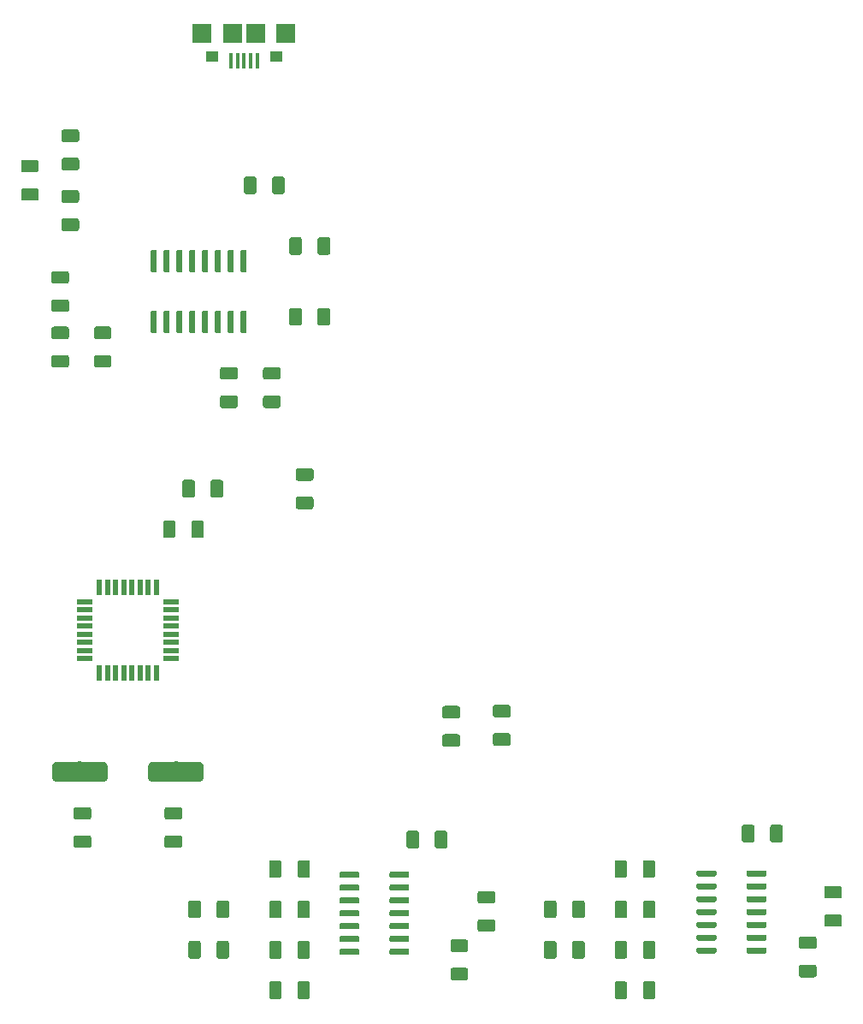
<source format=gbr>
G04 #@! TF.GenerationSoftware,KiCad,Pcbnew,(5.1.2)-2*
G04 #@! TF.CreationDate,2019-06-18T19:33:51+12:00*
G04 #@! TF.ProjectId,layout_2,6c61796f-7574-45f3-922e-6b696361645f,rev?*
G04 #@! TF.SameCoordinates,Original*
G04 #@! TF.FileFunction,Paste,Top*
G04 #@! TF.FilePolarity,Positive*
%FSLAX46Y46*%
G04 Gerber Fmt 4.6, Leading zero omitted, Abs format (unit mm)*
G04 Created by KiCad (PCBNEW (5.1.2)-2) date 2019-06-18 19:33:51*
%MOMM*%
%LPD*%
G04 APERTURE LIST*
%ADD10R,0.400000X1.600000*%
%ADD11R,1.250000X1.000000*%
%ADD12R,1.900000X1.900000*%
%ADD13C,0.100000*%
%ADD14C,1.250000*%
%ADD15R,1.600000X0.550000*%
%ADD16R,0.550000X1.600000*%
%ADD17C,2.000000*%
%ADD18C,0.600000*%
G04 APERTURE END LIST*
D10*
X112400000Y-43875000D03*
X113050000Y-43875000D03*
X113700000Y-43875000D03*
X114350000Y-43875000D03*
X115000000Y-43875000D03*
D11*
X110500000Y-43450000D03*
X116900000Y-43450000D03*
D12*
X109550000Y-41200000D03*
X117850000Y-41200000D03*
X114850000Y-41200000D03*
X112550000Y-41200000D03*
D13*
G36*
X120349504Y-84176204D02*
G01*
X120373773Y-84179804D01*
X120397571Y-84185765D01*
X120420671Y-84194030D01*
X120442849Y-84204520D01*
X120463893Y-84217133D01*
X120483598Y-84231747D01*
X120501777Y-84248223D01*
X120518253Y-84266402D01*
X120532867Y-84286107D01*
X120545480Y-84307151D01*
X120555970Y-84329329D01*
X120564235Y-84352429D01*
X120570196Y-84376227D01*
X120573796Y-84400496D01*
X120575000Y-84425000D01*
X120575000Y-85175000D01*
X120573796Y-85199504D01*
X120570196Y-85223773D01*
X120564235Y-85247571D01*
X120555970Y-85270671D01*
X120545480Y-85292849D01*
X120532867Y-85313893D01*
X120518253Y-85333598D01*
X120501777Y-85351777D01*
X120483598Y-85368253D01*
X120463893Y-85382867D01*
X120442849Y-85395480D01*
X120420671Y-85405970D01*
X120397571Y-85414235D01*
X120373773Y-85420196D01*
X120349504Y-85423796D01*
X120325000Y-85425000D01*
X119075000Y-85425000D01*
X119050496Y-85423796D01*
X119026227Y-85420196D01*
X119002429Y-85414235D01*
X118979329Y-85405970D01*
X118957151Y-85395480D01*
X118936107Y-85382867D01*
X118916402Y-85368253D01*
X118898223Y-85351777D01*
X118881747Y-85333598D01*
X118867133Y-85313893D01*
X118854520Y-85292849D01*
X118844030Y-85270671D01*
X118835765Y-85247571D01*
X118829804Y-85223773D01*
X118826204Y-85199504D01*
X118825000Y-85175000D01*
X118825000Y-84425000D01*
X118826204Y-84400496D01*
X118829804Y-84376227D01*
X118835765Y-84352429D01*
X118844030Y-84329329D01*
X118854520Y-84307151D01*
X118867133Y-84286107D01*
X118881747Y-84266402D01*
X118898223Y-84248223D01*
X118916402Y-84231747D01*
X118936107Y-84217133D01*
X118957151Y-84204520D01*
X118979329Y-84194030D01*
X119002429Y-84185765D01*
X119026227Y-84179804D01*
X119050496Y-84176204D01*
X119075000Y-84175000D01*
X120325000Y-84175000D01*
X120349504Y-84176204D01*
X120349504Y-84176204D01*
G37*
D14*
X119700000Y-84800000D03*
D13*
G36*
X120349504Y-86976204D02*
G01*
X120373773Y-86979804D01*
X120397571Y-86985765D01*
X120420671Y-86994030D01*
X120442849Y-87004520D01*
X120463893Y-87017133D01*
X120483598Y-87031747D01*
X120501777Y-87048223D01*
X120518253Y-87066402D01*
X120532867Y-87086107D01*
X120545480Y-87107151D01*
X120555970Y-87129329D01*
X120564235Y-87152429D01*
X120570196Y-87176227D01*
X120573796Y-87200496D01*
X120575000Y-87225000D01*
X120575000Y-87975000D01*
X120573796Y-87999504D01*
X120570196Y-88023773D01*
X120564235Y-88047571D01*
X120555970Y-88070671D01*
X120545480Y-88092849D01*
X120532867Y-88113893D01*
X120518253Y-88133598D01*
X120501777Y-88151777D01*
X120483598Y-88168253D01*
X120463893Y-88182867D01*
X120442849Y-88195480D01*
X120420671Y-88205970D01*
X120397571Y-88214235D01*
X120373773Y-88220196D01*
X120349504Y-88223796D01*
X120325000Y-88225000D01*
X119075000Y-88225000D01*
X119050496Y-88223796D01*
X119026227Y-88220196D01*
X119002429Y-88214235D01*
X118979329Y-88205970D01*
X118957151Y-88195480D01*
X118936107Y-88182867D01*
X118916402Y-88168253D01*
X118898223Y-88151777D01*
X118881747Y-88133598D01*
X118867133Y-88113893D01*
X118854520Y-88092849D01*
X118844030Y-88070671D01*
X118835765Y-88047571D01*
X118829804Y-88023773D01*
X118826204Y-87999504D01*
X118825000Y-87975000D01*
X118825000Y-87225000D01*
X118826204Y-87200496D01*
X118829804Y-87176227D01*
X118835765Y-87152429D01*
X118844030Y-87129329D01*
X118854520Y-87107151D01*
X118867133Y-87086107D01*
X118881747Y-87066402D01*
X118898223Y-87048223D01*
X118916402Y-87031747D01*
X118936107Y-87017133D01*
X118957151Y-87004520D01*
X118979329Y-86994030D01*
X119002429Y-86985765D01*
X119026227Y-86979804D01*
X119050496Y-86976204D01*
X119075000Y-86975000D01*
X120325000Y-86975000D01*
X120349504Y-86976204D01*
X120349504Y-86976204D01*
G37*
D14*
X119700000Y-87600000D03*
D15*
X97950000Y-103000000D03*
X97950000Y-102200000D03*
X97950000Y-101400000D03*
X97950000Y-100600000D03*
X97950000Y-99800000D03*
X97950000Y-99000000D03*
X97950000Y-98200000D03*
X97950000Y-97400000D03*
D16*
X99400000Y-95950000D03*
X100200000Y-95950000D03*
X101000000Y-95950000D03*
X101800000Y-95950000D03*
X102600000Y-95950000D03*
X103400000Y-95950000D03*
X104200000Y-95950000D03*
X105000000Y-95950000D03*
D15*
X106450000Y-97400000D03*
X106450000Y-98200000D03*
X106450000Y-99000000D03*
X106450000Y-99800000D03*
X106450000Y-100600000D03*
X106450000Y-101400000D03*
X106450000Y-102200000D03*
X106450000Y-103000000D03*
D16*
X105000000Y-104450000D03*
X104200000Y-104450000D03*
X103400000Y-104450000D03*
X102600000Y-104450000D03*
X101800000Y-104450000D03*
X101000000Y-104450000D03*
X100200000Y-104450000D03*
X99400000Y-104450000D03*
D13*
G36*
X106699504Y-89326204D02*
G01*
X106723773Y-89329804D01*
X106747571Y-89335765D01*
X106770671Y-89344030D01*
X106792849Y-89354520D01*
X106813893Y-89367133D01*
X106833598Y-89381747D01*
X106851777Y-89398223D01*
X106868253Y-89416402D01*
X106882867Y-89436107D01*
X106895480Y-89457151D01*
X106905970Y-89479329D01*
X106914235Y-89502429D01*
X106920196Y-89526227D01*
X106923796Y-89550496D01*
X106925000Y-89575000D01*
X106925000Y-90825000D01*
X106923796Y-90849504D01*
X106920196Y-90873773D01*
X106914235Y-90897571D01*
X106905970Y-90920671D01*
X106895480Y-90942849D01*
X106882867Y-90963893D01*
X106868253Y-90983598D01*
X106851777Y-91001777D01*
X106833598Y-91018253D01*
X106813893Y-91032867D01*
X106792849Y-91045480D01*
X106770671Y-91055970D01*
X106747571Y-91064235D01*
X106723773Y-91070196D01*
X106699504Y-91073796D01*
X106675000Y-91075000D01*
X105925000Y-91075000D01*
X105900496Y-91073796D01*
X105876227Y-91070196D01*
X105852429Y-91064235D01*
X105829329Y-91055970D01*
X105807151Y-91045480D01*
X105786107Y-91032867D01*
X105766402Y-91018253D01*
X105748223Y-91001777D01*
X105731747Y-90983598D01*
X105717133Y-90963893D01*
X105704520Y-90942849D01*
X105694030Y-90920671D01*
X105685765Y-90897571D01*
X105679804Y-90873773D01*
X105676204Y-90849504D01*
X105675000Y-90825000D01*
X105675000Y-89575000D01*
X105676204Y-89550496D01*
X105679804Y-89526227D01*
X105685765Y-89502429D01*
X105694030Y-89479329D01*
X105704520Y-89457151D01*
X105717133Y-89436107D01*
X105731747Y-89416402D01*
X105748223Y-89398223D01*
X105766402Y-89381747D01*
X105786107Y-89367133D01*
X105807151Y-89354520D01*
X105829329Y-89344030D01*
X105852429Y-89335765D01*
X105876227Y-89329804D01*
X105900496Y-89326204D01*
X105925000Y-89325000D01*
X106675000Y-89325000D01*
X106699504Y-89326204D01*
X106699504Y-89326204D01*
G37*
D14*
X106300000Y-90200000D03*
D13*
G36*
X109499504Y-89326204D02*
G01*
X109523773Y-89329804D01*
X109547571Y-89335765D01*
X109570671Y-89344030D01*
X109592849Y-89354520D01*
X109613893Y-89367133D01*
X109633598Y-89381747D01*
X109651777Y-89398223D01*
X109668253Y-89416402D01*
X109682867Y-89436107D01*
X109695480Y-89457151D01*
X109705970Y-89479329D01*
X109714235Y-89502429D01*
X109720196Y-89526227D01*
X109723796Y-89550496D01*
X109725000Y-89575000D01*
X109725000Y-90825000D01*
X109723796Y-90849504D01*
X109720196Y-90873773D01*
X109714235Y-90897571D01*
X109705970Y-90920671D01*
X109695480Y-90942849D01*
X109682867Y-90963893D01*
X109668253Y-90983598D01*
X109651777Y-91001777D01*
X109633598Y-91018253D01*
X109613893Y-91032867D01*
X109592849Y-91045480D01*
X109570671Y-91055970D01*
X109547571Y-91064235D01*
X109523773Y-91070196D01*
X109499504Y-91073796D01*
X109475000Y-91075000D01*
X108725000Y-91075000D01*
X108700496Y-91073796D01*
X108676227Y-91070196D01*
X108652429Y-91064235D01*
X108629329Y-91055970D01*
X108607151Y-91045480D01*
X108586107Y-91032867D01*
X108566402Y-91018253D01*
X108548223Y-91001777D01*
X108531747Y-90983598D01*
X108517133Y-90963893D01*
X108504520Y-90942849D01*
X108494030Y-90920671D01*
X108485765Y-90897571D01*
X108479804Y-90873773D01*
X108476204Y-90849504D01*
X108475000Y-90825000D01*
X108475000Y-89575000D01*
X108476204Y-89550496D01*
X108479804Y-89526227D01*
X108485765Y-89502429D01*
X108494030Y-89479329D01*
X108504520Y-89457151D01*
X108517133Y-89436107D01*
X108531747Y-89416402D01*
X108548223Y-89398223D01*
X108566402Y-89381747D01*
X108586107Y-89367133D01*
X108607151Y-89354520D01*
X108629329Y-89344030D01*
X108652429Y-89335765D01*
X108676227Y-89329804D01*
X108700496Y-89326204D01*
X108725000Y-89325000D01*
X109475000Y-89325000D01*
X109499504Y-89326204D01*
X109499504Y-89326204D01*
G37*
D14*
X109100000Y-90200000D03*
D13*
G36*
X114699504Y-55326204D02*
G01*
X114723773Y-55329804D01*
X114747571Y-55335765D01*
X114770671Y-55344030D01*
X114792849Y-55354520D01*
X114813893Y-55367133D01*
X114833598Y-55381747D01*
X114851777Y-55398223D01*
X114868253Y-55416402D01*
X114882867Y-55436107D01*
X114895480Y-55457151D01*
X114905970Y-55479329D01*
X114914235Y-55502429D01*
X114920196Y-55526227D01*
X114923796Y-55550496D01*
X114925000Y-55575000D01*
X114925000Y-56825000D01*
X114923796Y-56849504D01*
X114920196Y-56873773D01*
X114914235Y-56897571D01*
X114905970Y-56920671D01*
X114895480Y-56942849D01*
X114882867Y-56963893D01*
X114868253Y-56983598D01*
X114851777Y-57001777D01*
X114833598Y-57018253D01*
X114813893Y-57032867D01*
X114792849Y-57045480D01*
X114770671Y-57055970D01*
X114747571Y-57064235D01*
X114723773Y-57070196D01*
X114699504Y-57073796D01*
X114675000Y-57075000D01*
X113925000Y-57075000D01*
X113900496Y-57073796D01*
X113876227Y-57070196D01*
X113852429Y-57064235D01*
X113829329Y-57055970D01*
X113807151Y-57045480D01*
X113786107Y-57032867D01*
X113766402Y-57018253D01*
X113748223Y-57001777D01*
X113731747Y-56983598D01*
X113717133Y-56963893D01*
X113704520Y-56942849D01*
X113694030Y-56920671D01*
X113685765Y-56897571D01*
X113679804Y-56873773D01*
X113676204Y-56849504D01*
X113675000Y-56825000D01*
X113675000Y-55575000D01*
X113676204Y-55550496D01*
X113679804Y-55526227D01*
X113685765Y-55502429D01*
X113694030Y-55479329D01*
X113704520Y-55457151D01*
X113717133Y-55436107D01*
X113731747Y-55416402D01*
X113748223Y-55398223D01*
X113766402Y-55381747D01*
X113786107Y-55367133D01*
X113807151Y-55354520D01*
X113829329Y-55344030D01*
X113852429Y-55335765D01*
X113876227Y-55329804D01*
X113900496Y-55326204D01*
X113925000Y-55325000D01*
X114675000Y-55325000D01*
X114699504Y-55326204D01*
X114699504Y-55326204D01*
G37*
D14*
X114300000Y-56200000D03*
D13*
G36*
X117499504Y-55326204D02*
G01*
X117523773Y-55329804D01*
X117547571Y-55335765D01*
X117570671Y-55344030D01*
X117592849Y-55354520D01*
X117613893Y-55367133D01*
X117633598Y-55381747D01*
X117651777Y-55398223D01*
X117668253Y-55416402D01*
X117682867Y-55436107D01*
X117695480Y-55457151D01*
X117705970Y-55479329D01*
X117714235Y-55502429D01*
X117720196Y-55526227D01*
X117723796Y-55550496D01*
X117725000Y-55575000D01*
X117725000Y-56825000D01*
X117723796Y-56849504D01*
X117720196Y-56873773D01*
X117714235Y-56897571D01*
X117705970Y-56920671D01*
X117695480Y-56942849D01*
X117682867Y-56963893D01*
X117668253Y-56983598D01*
X117651777Y-57001777D01*
X117633598Y-57018253D01*
X117613893Y-57032867D01*
X117592849Y-57045480D01*
X117570671Y-57055970D01*
X117547571Y-57064235D01*
X117523773Y-57070196D01*
X117499504Y-57073796D01*
X117475000Y-57075000D01*
X116725000Y-57075000D01*
X116700496Y-57073796D01*
X116676227Y-57070196D01*
X116652429Y-57064235D01*
X116629329Y-57055970D01*
X116607151Y-57045480D01*
X116586107Y-57032867D01*
X116566402Y-57018253D01*
X116548223Y-57001777D01*
X116531747Y-56983598D01*
X116517133Y-56963893D01*
X116504520Y-56942849D01*
X116494030Y-56920671D01*
X116485765Y-56897571D01*
X116479804Y-56873773D01*
X116476204Y-56849504D01*
X116475000Y-56825000D01*
X116475000Y-55575000D01*
X116476204Y-55550496D01*
X116479804Y-55526227D01*
X116485765Y-55502429D01*
X116494030Y-55479329D01*
X116504520Y-55457151D01*
X116517133Y-55436107D01*
X116531747Y-55416402D01*
X116548223Y-55398223D01*
X116566402Y-55381747D01*
X116586107Y-55367133D01*
X116607151Y-55354520D01*
X116629329Y-55344030D01*
X116652429Y-55335765D01*
X116676227Y-55329804D01*
X116700496Y-55326204D01*
X116725000Y-55325000D01*
X117475000Y-55325000D01*
X117499504Y-55326204D01*
X117499504Y-55326204D01*
G37*
D14*
X117100000Y-56200000D03*
D13*
G36*
X109249009Y-113202408D02*
G01*
X109297545Y-113209607D01*
X109345142Y-113221530D01*
X109391342Y-113238060D01*
X109435698Y-113259039D01*
X109477785Y-113284265D01*
X109517197Y-113313495D01*
X109553553Y-113346447D01*
X109586505Y-113382803D01*
X109615735Y-113422215D01*
X109640961Y-113464302D01*
X109661940Y-113508658D01*
X109678470Y-113554858D01*
X109690393Y-113602455D01*
X109697592Y-113650991D01*
X109700000Y-113700000D01*
X109700000Y-114700000D01*
X109697592Y-114749009D01*
X109690393Y-114797545D01*
X109678470Y-114845142D01*
X109661940Y-114891342D01*
X109640961Y-114935698D01*
X109615735Y-114977785D01*
X109586505Y-115017197D01*
X109553553Y-115053553D01*
X109517197Y-115086505D01*
X109477785Y-115115735D01*
X109435698Y-115140961D01*
X109391342Y-115161940D01*
X109345142Y-115178470D01*
X109297545Y-115190393D01*
X109249009Y-115197592D01*
X109200000Y-115200000D01*
X104700000Y-115200000D01*
X104650991Y-115197592D01*
X104602455Y-115190393D01*
X104554858Y-115178470D01*
X104508658Y-115161940D01*
X104464302Y-115140961D01*
X104422215Y-115115735D01*
X104382803Y-115086505D01*
X104346447Y-115053553D01*
X104313495Y-115017197D01*
X104284265Y-114977785D01*
X104259039Y-114935698D01*
X104238060Y-114891342D01*
X104221530Y-114845142D01*
X104209607Y-114797545D01*
X104202408Y-114749009D01*
X104200000Y-114700000D01*
X104200000Y-113700000D01*
X104202408Y-113650991D01*
X104209607Y-113602455D01*
X104221530Y-113554858D01*
X104238060Y-113508658D01*
X104259039Y-113464302D01*
X104284265Y-113422215D01*
X104313495Y-113382803D01*
X104346447Y-113346447D01*
X104382803Y-113313495D01*
X104422215Y-113284265D01*
X104464302Y-113259039D01*
X104508658Y-113238060D01*
X104554858Y-113221530D01*
X104602455Y-113209607D01*
X104650991Y-113202408D01*
X104700000Y-113200000D01*
X109200000Y-113200000D01*
X109249009Y-113202408D01*
X109249009Y-113202408D01*
G37*
D17*
X106950000Y-114200000D03*
D13*
G36*
X99749009Y-113202408D02*
G01*
X99797545Y-113209607D01*
X99845142Y-113221530D01*
X99891342Y-113238060D01*
X99935698Y-113259039D01*
X99977785Y-113284265D01*
X100017197Y-113313495D01*
X100053553Y-113346447D01*
X100086505Y-113382803D01*
X100115735Y-113422215D01*
X100140961Y-113464302D01*
X100161940Y-113508658D01*
X100178470Y-113554858D01*
X100190393Y-113602455D01*
X100197592Y-113650991D01*
X100200000Y-113700000D01*
X100200000Y-114700000D01*
X100197592Y-114749009D01*
X100190393Y-114797545D01*
X100178470Y-114845142D01*
X100161940Y-114891342D01*
X100140961Y-114935698D01*
X100115735Y-114977785D01*
X100086505Y-115017197D01*
X100053553Y-115053553D01*
X100017197Y-115086505D01*
X99977785Y-115115735D01*
X99935698Y-115140961D01*
X99891342Y-115161940D01*
X99845142Y-115178470D01*
X99797545Y-115190393D01*
X99749009Y-115197592D01*
X99700000Y-115200000D01*
X95200000Y-115200000D01*
X95150991Y-115197592D01*
X95102455Y-115190393D01*
X95054858Y-115178470D01*
X95008658Y-115161940D01*
X94964302Y-115140961D01*
X94922215Y-115115735D01*
X94882803Y-115086505D01*
X94846447Y-115053553D01*
X94813495Y-115017197D01*
X94784265Y-114977785D01*
X94759039Y-114935698D01*
X94738060Y-114891342D01*
X94721530Y-114845142D01*
X94709607Y-114797545D01*
X94702408Y-114749009D01*
X94700000Y-114700000D01*
X94700000Y-113700000D01*
X94702408Y-113650991D01*
X94709607Y-113602455D01*
X94721530Y-113554858D01*
X94738060Y-113508658D01*
X94759039Y-113464302D01*
X94784265Y-113422215D01*
X94813495Y-113382803D01*
X94846447Y-113346447D01*
X94882803Y-113313495D01*
X94922215Y-113284265D01*
X94964302Y-113259039D01*
X95008658Y-113238060D01*
X95054858Y-113221530D01*
X95102455Y-113209607D01*
X95150991Y-113202408D01*
X95200000Y-113200000D01*
X99700000Y-113200000D01*
X99749009Y-113202408D01*
X99749009Y-113202408D01*
G37*
D17*
X97450000Y-114200000D03*
D13*
G36*
X113809703Y-68600722D02*
G01*
X113824264Y-68602882D01*
X113838543Y-68606459D01*
X113852403Y-68611418D01*
X113865710Y-68617712D01*
X113878336Y-68625280D01*
X113890159Y-68634048D01*
X113901066Y-68643934D01*
X113910952Y-68654841D01*
X113919720Y-68666664D01*
X113927288Y-68679290D01*
X113933582Y-68692597D01*
X113938541Y-68706457D01*
X113942118Y-68720736D01*
X113944278Y-68735297D01*
X113945000Y-68750000D01*
X113945000Y-70650000D01*
X113944278Y-70664703D01*
X113942118Y-70679264D01*
X113938541Y-70693543D01*
X113933582Y-70707403D01*
X113927288Y-70720710D01*
X113919720Y-70733336D01*
X113910952Y-70745159D01*
X113901066Y-70756066D01*
X113890159Y-70765952D01*
X113878336Y-70774720D01*
X113865710Y-70782288D01*
X113852403Y-70788582D01*
X113838543Y-70793541D01*
X113824264Y-70797118D01*
X113809703Y-70799278D01*
X113795000Y-70800000D01*
X113495000Y-70800000D01*
X113480297Y-70799278D01*
X113465736Y-70797118D01*
X113451457Y-70793541D01*
X113437597Y-70788582D01*
X113424290Y-70782288D01*
X113411664Y-70774720D01*
X113399841Y-70765952D01*
X113388934Y-70756066D01*
X113379048Y-70745159D01*
X113370280Y-70733336D01*
X113362712Y-70720710D01*
X113356418Y-70707403D01*
X113351459Y-70693543D01*
X113347882Y-70679264D01*
X113345722Y-70664703D01*
X113345000Y-70650000D01*
X113345000Y-68750000D01*
X113345722Y-68735297D01*
X113347882Y-68720736D01*
X113351459Y-68706457D01*
X113356418Y-68692597D01*
X113362712Y-68679290D01*
X113370280Y-68666664D01*
X113379048Y-68654841D01*
X113388934Y-68643934D01*
X113399841Y-68634048D01*
X113411664Y-68625280D01*
X113424290Y-68617712D01*
X113437597Y-68611418D01*
X113451457Y-68606459D01*
X113465736Y-68602882D01*
X113480297Y-68600722D01*
X113495000Y-68600000D01*
X113795000Y-68600000D01*
X113809703Y-68600722D01*
X113809703Y-68600722D01*
G37*
D18*
X113645000Y-69700000D03*
D13*
G36*
X112539703Y-68600722D02*
G01*
X112554264Y-68602882D01*
X112568543Y-68606459D01*
X112582403Y-68611418D01*
X112595710Y-68617712D01*
X112608336Y-68625280D01*
X112620159Y-68634048D01*
X112631066Y-68643934D01*
X112640952Y-68654841D01*
X112649720Y-68666664D01*
X112657288Y-68679290D01*
X112663582Y-68692597D01*
X112668541Y-68706457D01*
X112672118Y-68720736D01*
X112674278Y-68735297D01*
X112675000Y-68750000D01*
X112675000Y-70650000D01*
X112674278Y-70664703D01*
X112672118Y-70679264D01*
X112668541Y-70693543D01*
X112663582Y-70707403D01*
X112657288Y-70720710D01*
X112649720Y-70733336D01*
X112640952Y-70745159D01*
X112631066Y-70756066D01*
X112620159Y-70765952D01*
X112608336Y-70774720D01*
X112595710Y-70782288D01*
X112582403Y-70788582D01*
X112568543Y-70793541D01*
X112554264Y-70797118D01*
X112539703Y-70799278D01*
X112525000Y-70800000D01*
X112225000Y-70800000D01*
X112210297Y-70799278D01*
X112195736Y-70797118D01*
X112181457Y-70793541D01*
X112167597Y-70788582D01*
X112154290Y-70782288D01*
X112141664Y-70774720D01*
X112129841Y-70765952D01*
X112118934Y-70756066D01*
X112109048Y-70745159D01*
X112100280Y-70733336D01*
X112092712Y-70720710D01*
X112086418Y-70707403D01*
X112081459Y-70693543D01*
X112077882Y-70679264D01*
X112075722Y-70664703D01*
X112075000Y-70650000D01*
X112075000Y-68750000D01*
X112075722Y-68735297D01*
X112077882Y-68720736D01*
X112081459Y-68706457D01*
X112086418Y-68692597D01*
X112092712Y-68679290D01*
X112100280Y-68666664D01*
X112109048Y-68654841D01*
X112118934Y-68643934D01*
X112129841Y-68634048D01*
X112141664Y-68625280D01*
X112154290Y-68617712D01*
X112167597Y-68611418D01*
X112181457Y-68606459D01*
X112195736Y-68602882D01*
X112210297Y-68600722D01*
X112225000Y-68600000D01*
X112525000Y-68600000D01*
X112539703Y-68600722D01*
X112539703Y-68600722D01*
G37*
D18*
X112375000Y-69700000D03*
D13*
G36*
X111269703Y-68600722D02*
G01*
X111284264Y-68602882D01*
X111298543Y-68606459D01*
X111312403Y-68611418D01*
X111325710Y-68617712D01*
X111338336Y-68625280D01*
X111350159Y-68634048D01*
X111361066Y-68643934D01*
X111370952Y-68654841D01*
X111379720Y-68666664D01*
X111387288Y-68679290D01*
X111393582Y-68692597D01*
X111398541Y-68706457D01*
X111402118Y-68720736D01*
X111404278Y-68735297D01*
X111405000Y-68750000D01*
X111405000Y-70650000D01*
X111404278Y-70664703D01*
X111402118Y-70679264D01*
X111398541Y-70693543D01*
X111393582Y-70707403D01*
X111387288Y-70720710D01*
X111379720Y-70733336D01*
X111370952Y-70745159D01*
X111361066Y-70756066D01*
X111350159Y-70765952D01*
X111338336Y-70774720D01*
X111325710Y-70782288D01*
X111312403Y-70788582D01*
X111298543Y-70793541D01*
X111284264Y-70797118D01*
X111269703Y-70799278D01*
X111255000Y-70800000D01*
X110955000Y-70800000D01*
X110940297Y-70799278D01*
X110925736Y-70797118D01*
X110911457Y-70793541D01*
X110897597Y-70788582D01*
X110884290Y-70782288D01*
X110871664Y-70774720D01*
X110859841Y-70765952D01*
X110848934Y-70756066D01*
X110839048Y-70745159D01*
X110830280Y-70733336D01*
X110822712Y-70720710D01*
X110816418Y-70707403D01*
X110811459Y-70693543D01*
X110807882Y-70679264D01*
X110805722Y-70664703D01*
X110805000Y-70650000D01*
X110805000Y-68750000D01*
X110805722Y-68735297D01*
X110807882Y-68720736D01*
X110811459Y-68706457D01*
X110816418Y-68692597D01*
X110822712Y-68679290D01*
X110830280Y-68666664D01*
X110839048Y-68654841D01*
X110848934Y-68643934D01*
X110859841Y-68634048D01*
X110871664Y-68625280D01*
X110884290Y-68617712D01*
X110897597Y-68611418D01*
X110911457Y-68606459D01*
X110925736Y-68602882D01*
X110940297Y-68600722D01*
X110955000Y-68600000D01*
X111255000Y-68600000D01*
X111269703Y-68600722D01*
X111269703Y-68600722D01*
G37*
D18*
X111105000Y-69700000D03*
D13*
G36*
X109999703Y-68600722D02*
G01*
X110014264Y-68602882D01*
X110028543Y-68606459D01*
X110042403Y-68611418D01*
X110055710Y-68617712D01*
X110068336Y-68625280D01*
X110080159Y-68634048D01*
X110091066Y-68643934D01*
X110100952Y-68654841D01*
X110109720Y-68666664D01*
X110117288Y-68679290D01*
X110123582Y-68692597D01*
X110128541Y-68706457D01*
X110132118Y-68720736D01*
X110134278Y-68735297D01*
X110135000Y-68750000D01*
X110135000Y-70650000D01*
X110134278Y-70664703D01*
X110132118Y-70679264D01*
X110128541Y-70693543D01*
X110123582Y-70707403D01*
X110117288Y-70720710D01*
X110109720Y-70733336D01*
X110100952Y-70745159D01*
X110091066Y-70756066D01*
X110080159Y-70765952D01*
X110068336Y-70774720D01*
X110055710Y-70782288D01*
X110042403Y-70788582D01*
X110028543Y-70793541D01*
X110014264Y-70797118D01*
X109999703Y-70799278D01*
X109985000Y-70800000D01*
X109685000Y-70800000D01*
X109670297Y-70799278D01*
X109655736Y-70797118D01*
X109641457Y-70793541D01*
X109627597Y-70788582D01*
X109614290Y-70782288D01*
X109601664Y-70774720D01*
X109589841Y-70765952D01*
X109578934Y-70756066D01*
X109569048Y-70745159D01*
X109560280Y-70733336D01*
X109552712Y-70720710D01*
X109546418Y-70707403D01*
X109541459Y-70693543D01*
X109537882Y-70679264D01*
X109535722Y-70664703D01*
X109535000Y-70650000D01*
X109535000Y-68750000D01*
X109535722Y-68735297D01*
X109537882Y-68720736D01*
X109541459Y-68706457D01*
X109546418Y-68692597D01*
X109552712Y-68679290D01*
X109560280Y-68666664D01*
X109569048Y-68654841D01*
X109578934Y-68643934D01*
X109589841Y-68634048D01*
X109601664Y-68625280D01*
X109614290Y-68617712D01*
X109627597Y-68611418D01*
X109641457Y-68606459D01*
X109655736Y-68602882D01*
X109670297Y-68600722D01*
X109685000Y-68600000D01*
X109985000Y-68600000D01*
X109999703Y-68600722D01*
X109999703Y-68600722D01*
G37*
D18*
X109835000Y-69700000D03*
D13*
G36*
X108729703Y-68600722D02*
G01*
X108744264Y-68602882D01*
X108758543Y-68606459D01*
X108772403Y-68611418D01*
X108785710Y-68617712D01*
X108798336Y-68625280D01*
X108810159Y-68634048D01*
X108821066Y-68643934D01*
X108830952Y-68654841D01*
X108839720Y-68666664D01*
X108847288Y-68679290D01*
X108853582Y-68692597D01*
X108858541Y-68706457D01*
X108862118Y-68720736D01*
X108864278Y-68735297D01*
X108865000Y-68750000D01*
X108865000Y-70650000D01*
X108864278Y-70664703D01*
X108862118Y-70679264D01*
X108858541Y-70693543D01*
X108853582Y-70707403D01*
X108847288Y-70720710D01*
X108839720Y-70733336D01*
X108830952Y-70745159D01*
X108821066Y-70756066D01*
X108810159Y-70765952D01*
X108798336Y-70774720D01*
X108785710Y-70782288D01*
X108772403Y-70788582D01*
X108758543Y-70793541D01*
X108744264Y-70797118D01*
X108729703Y-70799278D01*
X108715000Y-70800000D01*
X108415000Y-70800000D01*
X108400297Y-70799278D01*
X108385736Y-70797118D01*
X108371457Y-70793541D01*
X108357597Y-70788582D01*
X108344290Y-70782288D01*
X108331664Y-70774720D01*
X108319841Y-70765952D01*
X108308934Y-70756066D01*
X108299048Y-70745159D01*
X108290280Y-70733336D01*
X108282712Y-70720710D01*
X108276418Y-70707403D01*
X108271459Y-70693543D01*
X108267882Y-70679264D01*
X108265722Y-70664703D01*
X108265000Y-70650000D01*
X108265000Y-68750000D01*
X108265722Y-68735297D01*
X108267882Y-68720736D01*
X108271459Y-68706457D01*
X108276418Y-68692597D01*
X108282712Y-68679290D01*
X108290280Y-68666664D01*
X108299048Y-68654841D01*
X108308934Y-68643934D01*
X108319841Y-68634048D01*
X108331664Y-68625280D01*
X108344290Y-68617712D01*
X108357597Y-68611418D01*
X108371457Y-68606459D01*
X108385736Y-68602882D01*
X108400297Y-68600722D01*
X108415000Y-68600000D01*
X108715000Y-68600000D01*
X108729703Y-68600722D01*
X108729703Y-68600722D01*
G37*
D18*
X108565000Y-69700000D03*
D13*
G36*
X107459703Y-68600722D02*
G01*
X107474264Y-68602882D01*
X107488543Y-68606459D01*
X107502403Y-68611418D01*
X107515710Y-68617712D01*
X107528336Y-68625280D01*
X107540159Y-68634048D01*
X107551066Y-68643934D01*
X107560952Y-68654841D01*
X107569720Y-68666664D01*
X107577288Y-68679290D01*
X107583582Y-68692597D01*
X107588541Y-68706457D01*
X107592118Y-68720736D01*
X107594278Y-68735297D01*
X107595000Y-68750000D01*
X107595000Y-70650000D01*
X107594278Y-70664703D01*
X107592118Y-70679264D01*
X107588541Y-70693543D01*
X107583582Y-70707403D01*
X107577288Y-70720710D01*
X107569720Y-70733336D01*
X107560952Y-70745159D01*
X107551066Y-70756066D01*
X107540159Y-70765952D01*
X107528336Y-70774720D01*
X107515710Y-70782288D01*
X107502403Y-70788582D01*
X107488543Y-70793541D01*
X107474264Y-70797118D01*
X107459703Y-70799278D01*
X107445000Y-70800000D01*
X107145000Y-70800000D01*
X107130297Y-70799278D01*
X107115736Y-70797118D01*
X107101457Y-70793541D01*
X107087597Y-70788582D01*
X107074290Y-70782288D01*
X107061664Y-70774720D01*
X107049841Y-70765952D01*
X107038934Y-70756066D01*
X107029048Y-70745159D01*
X107020280Y-70733336D01*
X107012712Y-70720710D01*
X107006418Y-70707403D01*
X107001459Y-70693543D01*
X106997882Y-70679264D01*
X106995722Y-70664703D01*
X106995000Y-70650000D01*
X106995000Y-68750000D01*
X106995722Y-68735297D01*
X106997882Y-68720736D01*
X107001459Y-68706457D01*
X107006418Y-68692597D01*
X107012712Y-68679290D01*
X107020280Y-68666664D01*
X107029048Y-68654841D01*
X107038934Y-68643934D01*
X107049841Y-68634048D01*
X107061664Y-68625280D01*
X107074290Y-68617712D01*
X107087597Y-68611418D01*
X107101457Y-68606459D01*
X107115736Y-68602882D01*
X107130297Y-68600722D01*
X107145000Y-68600000D01*
X107445000Y-68600000D01*
X107459703Y-68600722D01*
X107459703Y-68600722D01*
G37*
D18*
X107295000Y-69700000D03*
D13*
G36*
X106189703Y-68600722D02*
G01*
X106204264Y-68602882D01*
X106218543Y-68606459D01*
X106232403Y-68611418D01*
X106245710Y-68617712D01*
X106258336Y-68625280D01*
X106270159Y-68634048D01*
X106281066Y-68643934D01*
X106290952Y-68654841D01*
X106299720Y-68666664D01*
X106307288Y-68679290D01*
X106313582Y-68692597D01*
X106318541Y-68706457D01*
X106322118Y-68720736D01*
X106324278Y-68735297D01*
X106325000Y-68750000D01*
X106325000Y-70650000D01*
X106324278Y-70664703D01*
X106322118Y-70679264D01*
X106318541Y-70693543D01*
X106313582Y-70707403D01*
X106307288Y-70720710D01*
X106299720Y-70733336D01*
X106290952Y-70745159D01*
X106281066Y-70756066D01*
X106270159Y-70765952D01*
X106258336Y-70774720D01*
X106245710Y-70782288D01*
X106232403Y-70788582D01*
X106218543Y-70793541D01*
X106204264Y-70797118D01*
X106189703Y-70799278D01*
X106175000Y-70800000D01*
X105875000Y-70800000D01*
X105860297Y-70799278D01*
X105845736Y-70797118D01*
X105831457Y-70793541D01*
X105817597Y-70788582D01*
X105804290Y-70782288D01*
X105791664Y-70774720D01*
X105779841Y-70765952D01*
X105768934Y-70756066D01*
X105759048Y-70745159D01*
X105750280Y-70733336D01*
X105742712Y-70720710D01*
X105736418Y-70707403D01*
X105731459Y-70693543D01*
X105727882Y-70679264D01*
X105725722Y-70664703D01*
X105725000Y-70650000D01*
X105725000Y-68750000D01*
X105725722Y-68735297D01*
X105727882Y-68720736D01*
X105731459Y-68706457D01*
X105736418Y-68692597D01*
X105742712Y-68679290D01*
X105750280Y-68666664D01*
X105759048Y-68654841D01*
X105768934Y-68643934D01*
X105779841Y-68634048D01*
X105791664Y-68625280D01*
X105804290Y-68617712D01*
X105817597Y-68611418D01*
X105831457Y-68606459D01*
X105845736Y-68602882D01*
X105860297Y-68600722D01*
X105875000Y-68600000D01*
X106175000Y-68600000D01*
X106189703Y-68600722D01*
X106189703Y-68600722D01*
G37*
D18*
X106025000Y-69700000D03*
D13*
G36*
X104919703Y-68600722D02*
G01*
X104934264Y-68602882D01*
X104948543Y-68606459D01*
X104962403Y-68611418D01*
X104975710Y-68617712D01*
X104988336Y-68625280D01*
X105000159Y-68634048D01*
X105011066Y-68643934D01*
X105020952Y-68654841D01*
X105029720Y-68666664D01*
X105037288Y-68679290D01*
X105043582Y-68692597D01*
X105048541Y-68706457D01*
X105052118Y-68720736D01*
X105054278Y-68735297D01*
X105055000Y-68750000D01*
X105055000Y-70650000D01*
X105054278Y-70664703D01*
X105052118Y-70679264D01*
X105048541Y-70693543D01*
X105043582Y-70707403D01*
X105037288Y-70720710D01*
X105029720Y-70733336D01*
X105020952Y-70745159D01*
X105011066Y-70756066D01*
X105000159Y-70765952D01*
X104988336Y-70774720D01*
X104975710Y-70782288D01*
X104962403Y-70788582D01*
X104948543Y-70793541D01*
X104934264Y-70797118D01*
X104919703Y-70799278D01*
X104905000Y-70800000D01*
X104605000Y-70800000D01*
X104590297Y-70799278D01*
X104575736Y-70797118D01*
X104561457Y-70793541D01*
X104547597Y-70788582D01*
X104534290Y-70782288D01*
X104521664Y-70774720D01*
X104509841Y-70765952D01*
X104498934Y-70756066D01*
X104489048Y-70745159D01*
X104480280Y-70733336D01*
X104472712Y-70720710D01*
X104466418Y-70707403D01*
X104461459Y-70693543D01*
X104457882Y-70679264D01*
X104455722Y-70664703D01*
X104455000Y-70650000D01*
X104455000Y-68750000D01*
X104455722Y-68735297D01*
X104457882Y-68720736D01*
X104461459Y-68706457D01*
X104466418Y-68692597D01*
X104472712Y-68679290D01*
X104480280Y-68666664D01*
X104489048Y-68654841D01*
X104498934Y-68643934D01*
X104509841Y-68634048D01*
X104521664Y-68625280D01*
X104534290Y-68617712D01*
X104547597Y-68611418D01*
X104561457Y-68606459D01*
X104575736Y-68602882D01*
X104590297Y-68600722D01*
X104605000Y-68600000D01*
X104905000Y-68600000D01*
X104919703Y-68600722D01*
X104919703Y-68600722D01*
G37*
D18*
X104755000Y-69700000D03*
D13*
G36*
X104919703Y-62600722D02*
G01*
X104934264Y-62602882D01*
X104948543Y-62606459D01*
X104962403Y-62611418D01*
X104975710Y-62617712D01*
X104988336Y-62625280D01*
X105000159Y-62634048D01*
X105011066Y-62643934D01*
X105020952Y-62654841D01*
X105029720Y-62666664D01*
X105037288Y-62679290D01*
X105043582Y-62692597D01*
X105048541Y-62706457D01*
X105052118Y-62720736D01*
X105054278Y-62735297D01*
X105055000Y-62750000D01*
X105055000Y-64650000D01*
X105054278Y-64664703D01*
X105052118Y-64679264D01*
X105048541Y-64693543D01*
X105043582Y-64707403D01*
X105037288Y-64720710D01*
X105029720Y-64733336D01*
X105020952Y-64745159D01*
X105011066Y-64756066D01*
X105000159Y-64765952D01*
X104988336Y-64774720D01*
X104975710Y-64782288D01*
X104962403Y-64788582D01*
X104948543Y-64793541D01*
X104934264Y-64797118D01*
X104919703Y-64799278D01*
X104905000Y-64800000D01*
X104605000Y-64800000D01*
X104590297Y-64799278D01*
X104575736Y-64797118D01*
X104561457Y-64793541D01*
X104547597Y-64788582D01*
X104534290Y-64782288D01*
X104521664Y-64774720D01*
X104509841Y-64765952D01*
X104498934Y-64756066D01*
X104489048Y-64745159D01*
X104480280Y-64733336D01*
X104472712Y-64720710D01*
X104466418Y-64707403D01*
X104461459Y-64693543D01*
X104457882Y-64679264D01*
X104455722Y-64664703D01*
X104455000Y-64650000D01*
X104455000Y-62750000D01*
X104455722Y-62735297D01*
X104457882Y-62720736D01*
X104461459Y-62706457D01*
X104466418Y-62692597D01*
X104472712Y-62679290D01*
X104480280Y-62666664D01*
X104489048Y-62654841D01*
X104498934Y-62643934D01*
X104509841Y-62634048D01*
X104521664Y-62625280D01*
X104534290Y-62617712D01*
X104547597Y-62611418D01*
X104561457Y-62606459D01*
X104575736Y-62602882D01*
X104590297Y-62600722D01*
X104605000Y-62600000D01*
X104905000Y-62600000D01*
X104919703Y-62600722D01*
X104919703Y-62600722D01*
G37*
D18*
X104755000Y-63700000D03*
D13*
G36*
X106189703Y-62600722D02*
G01*
X106204264Y-62602882D01*
X106218543Y-62606459D01*
X106232403Y-62611418D01*
X106245710Y-62617712D01*
X106258336Y-62625280D01*
X106270159Y-62634048D01*
X106281066Y-62643934D01*
X106290952Y-62654841D01*
X106299720Y-62666664D01*
X106307288Y-62679290D01*
X106313582Y-62692597D01*
X106318541Y-62706457D01*
X106322118Y-62720736D01*
X106324278Y-62735297D01*
X106325000Y-62750000D01*
X106325000Y-64650000D01*
X106324278Y-64664703D01*
X106322118Y-64679264D01*
X106318541Y-64693543D01*
X106313582Y-64707403D01*
X106307288Y-64720710D01*
X106299720Y-64733336D01*
X106290952Y-64745159D01*
X106281066Y-64756066D01*
X106270159Y-64765952D01*
X106258336Y-64774720D01*
X106245710Y-64782288D01*
X106232403Y-64788582D01*
X106218543Y-64793541D01*
X106204264Y-64797118D01*
X106189703Y-64799278D01*
X106175000Y-64800000D01*
X105875000Y-64800000D01*
X105860297Y-64799278D01*
X105845736Y-64797118D01*
X105831457Y-64793541D01*
X105817597Y-64788582D01*
X105804290Y-64782288D01*
X105791664Y-64774720D01*
X105779841Y-64765952D01*
X105768934Y-64756066D01*
X105759048Y-64745159D01*
X105750280Y-64733336D01*
X105742712Y-64720710D01*
X105736418Y-64707403D01*
X105731459Y-64693543D01*
X105727882Y-64679264D01*
X105725722Y-64664703D01*
X105725000Y-64650000D01*
X105725000Y-62750000D01*
X105725722Y-62735297D01*
X105727882Y-62720736D01*
X105731459Y-62706457D01*
X105736418Y-62692597D01*
X105742712Y-62679290D01*
X105750280Y-62666664D01*
X105759048Y-62654841D01*
X105768934Y-62643934D01*
X105779841Y-62634048D01*
X105791664Y-62625280D01*
X105804290Y-62617712D01*
X105817597Y-62611418D01*
X105831457Y-62606459D01*
X105845736Y-62602882D01*
X105860297Y-62600722D01*
X105875000Y-62600000D01*
X106175000Y-62600000D01*
X106189703Y-62600722D01*
X106189703Y-62600722D01*
G37*
D18*
X106025000Y-63700000D03*
D13*
G36*
X107459703Y-62600722D02*
G01*
X107474264Y-62602882D01*
X107488543Y-62606459D01*
X107502403Y-62611418D01*
X107515710Y-62617712D01*
X107528336Y-62625280D01*
X107540159Y-62634048D01*
X107551066Y-62643934D01*
X107560952Y-62654841D01*
X107569720Y-62666664D01*
X107577288Y-62679290D01*
X107583582Y-62692597D01*
X107588541Y-62706457D01*
X107592118Y-62720736D01*
X107594278Y-62735297D01*
X107595000Y-62750000D01*
X107595000Y-64650000D01*
X107594278Y-64664703D01*
X107592118Y-64679264D01*
X107588541Y-64693543D01*
X107583582Y-64707403D01*
X107577288Y-64720710D01*
X107569720Y-64733336D01*
X107560952Y-64745159D01*
X107551066Y-64756066D01*
X107540159Y-64765952D01*
X107528336Y-64774720D01*
X107515710Y-64782288D01*
X107502403Y-64788582D01*
X107488543Y-64793541D01*
X107474264Y-64797118D01*
X107459703Y-64799278D01*
X107445000Y-64800000D01*
X107145000Y-64800000D01*
X107130297Y-64799278D01*
X107115736Y-64797118D01*
X107101457Y-64793541D01*
X107087597Y-64788582D01*
X107074290Y-64782288D01*
X107061664Y-64774720D01*
X107049841Y-64765952D01*
X107038934Y-64756066D01*
X107029048Y-64745159D01*
X107020280Y-64733336D01*
X107012712Y-64720710D01*
X107006418Y-64707403D01*
X107001459Y-64693543D01*
X106997882Y-64679264D01*
X106995722Y-64664703D01*
X106995000Y-64650000D01*
X106995000Y-62750000D01*
X106995722Y-62735297D01*
X106997882Y-62720736D01*
X107001459Y-62706457D01*
X107006418Y-62692597D01*
X107012712Y-62679290D01*
X107020280Y-62666664D01*
X107029048Y-62654841D01*
X107038934Y-62643934D01*
X107049841Y-62634048D01*
X107061664Y-62625280D01*
X107074290Y-62617712D01*
X107087597Y-62611418D01*
X107101457Y-62606459D01*
X107115736Y-62602882D01*
X107130297Y-62600722D01*
X107145000Y-62600000D01*
X107445000Y-62600000D01*
X107459703Y-62600722D01*
X107459703Y-62600722D01*
G37*
D18*
X107295000Y-63700000D03*
D13*
G36*
X108729703Y-62600722D02*
G01*
X108744264Y-62602882D01*
X108758543Y-62606459D01*
X108772403Y-62611418D01*
X108785710Y-62617712D01*
X108798336Y-62625280D01*
X108810159Y-62634048D01*
X108821066Y-62643934D01*
X108830952Y-62654841D01*
X108839720Y-62666664D01*
X108847288Y-62679290D01*
X108853582Y-62692597D01*
X108858541Y-62706457D01*
X108862118Y-62720736D01*
X108864278Y-62735297D01*
X108865000Y-62750000D01*
X108865000Y-64650000D01*
X108864278Y-64664703D01*
X108862118Y-64679264D01*
X108858541Y-64693543D01*
X108853582Y-64707403D01*
X108847288Y-64720710D01*
X108839720Y-64733336D01*
X108830952Y-64745159D01*
X108821066Y-64756066D01*
X108810159Y-64765952D01*
X108798336Y-64774720D01*
X108785710Y-64782288D01*
X108772403Y-64788582D01*
X108758543Y-64793541D01*
X108744264Y-64797118D01*
X108729703Y-64799278D01*
X108715000Y-64800000D01*
X108415000Y-64800000D01*
X108400297Y-64799278D01*
X108385736Y-64797118D01*
X108371457Y-64793541D01*
X108357597Y-64788582D01*
X108344290Y-64782288D01*
X108331664Y-64774720D01*
X108319841Y-64765952D01*
X108308934Y-64756066D01*
X108299048Y-64745159D01*
X108290280Y-64733336D01*
X108282712Y-64720710D01*
X108276418Y-64707403D01*
X108271459Y-64693543D01*
X108267882Y-64679264D01*
X108265722Y-64664703D01*
X108265000Y-64650000D01*
X108265000Y-62750000D01*
X108265722Y-62735297D01*
X108267882Y-62720736D01*
X108271459Y-62706457D01*
X108276418Y-62692597D01*
X108282712Y-62679290D01*
X108290280Y-62666664D01*
X108299048Y-62654841D01*
X108308934Y-62643934D01*
X108319841Y-62634048D01*
X108331664Y-62625280D01*
X108344290Y-62617712D01*
X108357597Y-62611418D01*
X108371457Y-62606459D01*
X108385736Y-62602882D01*
X108400297Y-62600722D01*
X108415000Y-62600000D01*
X108715000Y-62600000D01*
X108729703Y-62600722D01*
X108729703Y-62600722D01*
G37*
D18*
X108565000Y-63700000D03*
D13*
G36*
X109999703Y-62600722D02*
G01*
X110014264Y-62602882D01*
X110028543Y-62606459D01*
X110042403Y-62611418D01*
X110055710Y-62617712D01*
X110068336Y-62625280D01*
X110080159Y-62634048D01*
X110091066Y-62643934D01*
X110100952Y-62654841D01*
X110109720Y-62666664D01*
X110117288Y-62679290D01*
X110123582Y-62692597D01*
X110128541Y-62706457D01*
X110132118Y-62720736D01*
X110134278Y-62735297D01*
X110135000Y-62750000D01*
X110135000Y-64650000D01*
X110134278Y-64664703D01*
X110132118Y-64679264D01*
X110128541Y-64693543D01*
X110123582Y-64707403D01*
X110117288Y-64720710D01*
X110109720Y-64733336D01*
X110100952Y-64745159D01*
X110091066Y-64756066D01*
X110080159Y-64765952D01*
X110068336Y-64774720D01*
X110055710Y-64782288D01*
X110042403Y-64788582D01*
X110028543Y-64793541D01*
X110014264Y-64797118D01*
X109999703Y-64799278D01*
X109985000Y-64800000D01*
X109685000Y-64800000D01*
X109670297Y-64799278D01*
X109655736Y-64797118D01*
X109641457Y-64793541D01*
X109627597Y-64788582D01*
X109614290Y-64782288D01*
X109601664Y-64774720D01*
X109589841Y-64765952D01*
X109578934Y-64756066D01*
X109569048Y-64745159D01*
X109560280Y-64733336D01*
X109552712Y-64720710D01*
X109546418Y-64707403D01*
X109541459Y-64693543D01*
X109537882Y-64679264D01*
X109535722Y-64664703D01*
X109535000Y-64650000D01*
X109535000Y-62750000D01*
X109535722Y-62735297D01*
X109537882Y-62720736D01*
X109541459Y-62706457D01*
X109546418Y-62692597D01*
X109552712Y-62679290D01*
X109560280Y-62666664D01*
X109569048Y-62654841D01*
X109578934Y-62643934D01*
X109589841Y-62634048D01*
X109601664Y-62625280D01*
X109614290Y-62617712D01*
X109627597Y-62611418D01*
X109641457Y-62606459D01*
X109655736Y-62602882D01*
X109670297Y-62600722D01*
X109685000Y-62600000D01*
X109985000Y-62600000D01*
X109999703Y-62600722D01*
X109999703Y-62600722D01*
G37*
D18*
X109835000Y-63700000D03*
D13*
G36*
X111269703Y-62600722D02*
G01*
X111284264Y-62602882D01*
X111298543Y-62606459D01*
X111312403Y-62611418D01*
X111325710Y-62617712D01*
X111338336Y-62625280D01*
X111350159Y-62634048D01*
X111361066Y-62643934D01*
X111370952Y-62654841D01*
X111379720Y-62666664D01*
X111387288Y-62679290D01*
X111393582Y-62692597D01*
X111398541Y-62706457D01*
X111402118Y-62720736D01*
X111404278Y-62735297D01*
X111405000Y-62750000D01*
X111405000Y-64650000D01*
X111404278Y-64664703D01*
X111402118Y-64679264D01*
X111398541Y-64693543D01*
X111393582Y-64707403D01*
X111387288Y-64720710D01*
X111379720Y-64733336D01*
X111370952Y-64745159D01*
X111361066Y-64756066D01*
X111350159Y-64765952D01*
X111338336Y-64774720D01*
X111325710Y-64782288D01*
X111312403Y-64788582D01*
X111298543Y-64793541D01*
X111284264Y-64797118D01*
X111269703Y-64799278D01*
X111255000Y-64800000D01*
X110955000Y-64800000D01*
X110940297Y-64799278D01*
X110925736Y-64797118D01*
X110911457Y-64793541D01*
X110897597Y-64788582D01*
X110884290Y-64782288D01*
X110871664Y-64774720D01*
X110859841Y-64765952D01*
X110848934Y-64756066D01*
X110839048Y-64745159D01*
X110830280Y-64733336D01*
X110822712Y-64720710D01*
X110816418Y-64707403D01*
X110811459Y-64693543D01*
X110807882Y-64679264D01*
X110805722Y-64664703D01*
X110805000Y-64650000D01*
X110805000Y-62750000D01*
X110805722Y-62735297D01*
X110807882Y-62720736D01*
X110811459Y-62706457D01*
X110816418Y-62692597D01*
X110822712Y-62679290D01*
X110830280Y-62666664D01*
X110839048Y-62654841D01*
X110848934Y-62643934D01*
X110859841Y-62634048D01*
X110871664Y-62625280D01*
X110884290Y-62617712D01*
X110897597Y-62611418D01*
X110911457Y-62606459D01*
X110925736Y-62602882D01*
X110940297Y-62600722D01*
X110955000Y-62600000D01*
X111255000Y-62600000D01*
X111269703Y-62600722D01*
X111269703Y-62600722D01*
G37*
D18*
X111105000Y-63700000D03*
D13*
G36*
X112539703Y-62600722D02*
G01*
X112554264Y-62602882D01*
X112568543Y-62606459D01*
X112582403Y-62611418D01*
X112595710Y-62617712D01*
X112608336Y-62625280D01*
X112620159Y-62634048D01*
X112631066Y-62643934D01*
X112640952Y-62654841D01*
X112649720Y-62666664D01*
X112657288Y-62679290D01*
X112663582Y-62692597D01*
X112668541Y-62706457D01*
X112672118Y-62720736D01*
X112674278Y-62735297D01*
X112675000Y-62750000D01*
X112675000Y-64650000D01*
X112674278Y-64664703D01*
X112672118Y-64679264D01*
X112668541Y-64693543D01*
X112663582Y-64707403D01*
X112657288Y-64720710D01*
X112649720Y-64733336D01*
X112640952Y-64745159D01*
X112631066Y-64756066D01*
X112620159Y-64765952D01*
X112608336Y-64774720D01*
X112595710Y-64782288D01*
X112582403Y-64788582D01*
X112568543Y-64793541D01*
X112554264Y-64797118D01*
X112539703Y-64799278D01*
X112525000Y-64800000D01*
X112225000Y-64800000D01*
X112210297Y-64799278D01*
X112195736Y-64797118D01*
X112181457Y-64793541D01*
X112167597Y-64788582D01*
X112154290Y-64782288D01*
X112141664Y-64774720D01*
X112129841Y-64765952D01*
X112118934Y-64756066D01*
X112109048Y-64745159D01*
X112100280Y-64733336D01*
X112092712Y-64720710D01*
X112086418Y-64707403D01*
X112081459Y-64693543D01*
X112077882Y-64679264D01*
X112075722Y-64664703D01*
X112075000Y-64650000D01*
X112075000Y-62750000D01*
X112075722Y-62735297D01*
X112077882Y-62720736D01*
X112081459Y-62706457D01*
X112086418Y-62692597D01*
X112092712Y-62679290D01*
X112100280Y-62666664D01*
X112109048Y-62654841D01*
X112118934Y-62643934D01*
X112129841Y-62634048D01*
X112141664Y-62625280D01*
X112154290Y-62617712D01*
X112167597Y-62611418D01*
X112181457Y-62606459D01*
X112195736Y-62602882D01*
X112210297Y-62600722D01*
X112225000Y-62600000D01*
X112525000Y-62600000D01*
X112539703Y-62600722D01*
X112539703Y-62600722D01*
G37*
D18*
X112375000Y-63700000D03*
D13*
G36*
X113809703Y-62600722D02*
G01*
X113824264Y-62602882D01*
X113838543Y-62606459D01*
X113852403Y-62611418D01*
X113865710Y-62617712D01*
X113878336Y-62625280D01*
X113890159Y-62634048D01*
X113901066Y-62643934D01*
X113910952Y-62654841D01*
X113919720Y-62666664D01*
X113927288Y-62679290D01*
X113933582Y-62692597D01*
X113938541Y-62706457D01*
X113942118Y-62720736D01*
X113944278Y-62735297D01*
X113945000Y-62750000D01*
X113945000Y-64650000D01*
X113944278Y-64664703D01*
X113942118Y-64679264D01*
X113938541Y-64693543D01*
X113933582Y-64707403D01*
X113927288Y-64720710D01*
X113919720Y-64733336D01*
X113910952Y-64745159D01*
X113901066Y-64756066D01*
X113890159Y-64765952D01*
X113878336Y-64774720D01*
X113865710Y-64782288D01*
X113852403Y-64788582D01*
X113838543Y-64793541D01*
X113824264Y-64797118D01*
X113809703Y-64799278D01*
X113795000Y-64800000D01*
X113495000Y-64800000D01*
X113480297Y-64799278D01*
X113465736Y-64797118D01*
X113451457Y-64793541D01*
X113437597Y-64788582D01*
X113424290Y-64782288D01*
X113411664Y-64774720D01*
X113399841Y-64765952D01*
X113388934Y-64756066D01*
X113379048Y-64745159D01*
X113370280Y-64733336D01*
X113362712Y-64720710D01*
X113356418Y-64707403D01*
X113351459Y-64693543D01*
X113347882Y-64679264D01*
X113345722Y-64664703D01*
X113345000Y-64650000D01*
X113345000Y-62750000D01*
X113345722Y-62735297D01*
X113347882Y-62720736D01*
X113351459Y-62706457D01*
X113356418Y-62692597D01*
X113362712Y-62679290D01*
X113370280Y-62666664D01*
X113379048Y-62654841D01*
X113388934Y-62643934D01*
X113399841Y-62634048D01*
X113411664Y-62625280D01*
X113424290Y-62617712D01*
X113437597Y-62611418D01*
X113451457Y-62606459D01*
X113465736Y-62602882D01*
X113480297Y-62600722D01*
X113495000Y-62600000D01*
X113795000Y-62600000D01*
X113809703Y-62600722D01*
X113809703Y-62600722D01*
G37*
D18*
X113645000Y-63700000D03*
D13*
G36*
X144399504Y-126926204D02*
G01*
X144423773Y-126929804D01*
X144447571Y-126935765D01*
X144470671Y-126944030D01*
X144492849Y-126954520D01*
X144513893Y-126967133D01*
X144533598Y-126981747D01*
X144551777Y-126998223D01*
X144568253Y-127016402D01*
X144582867Y-127036107D01*
X144595480Y-127057151D01*
X144605970Y-127079329D01*
X144614235Y-127102429D01*
X144620196Y-127126227D01*
X144623796Y-127150496D01*
X144625000Y-127175000D01*
X144625000Y-128425000D01*
X144623796Y-128449504D01*
X144620196Y-128473773D01*
X144614235Y-128497571D01*
X144605970Y-128520671D01*
X144595480Y-128542849D01*
X144582867Y-128563893D01*
X144568253Y-128583598D01*
X144551777Y-128601777D01*
X144533598Y-128618253D01*
X144513893Y-128632867D01*
X144492849Y-128645480D01*
X144470671Y-128655970D01*
X144447571Y-128664235D01*
X144423773Y-128670196D01*
X144399504Y-128673796D01*
X144375000Y-128675000D01*
X143625000Y-128675000D01*
X143600496Y-128673796D01*
X143576227Y-128670196D01*
X143552429Y-128664235D01*
X143529329Y-128655970D01*
X143507151Y-128645480D01*
X143486107Y-128632867D01*
X143466402Y-128618253D01*
X143448223Y-128601777D01*
X143431747Y-128583598D01*
X143417133Y-128563893D01*
X143404520Y-128542849D01*
X143394030Y-128520671D01*
X143385765Y-128497571D01*
X143379804Y-128473773D01*
X143376204Y-128449504D01*
X143375000Y-128425000D01*
X143375000Y-127175000D01*
X143376204Y-127150496D01*
X143379804Y-127126227D01*
X143385765Y-127102429D01*
X143394030Y-127079329D01*
X143404520Y-127057151D01*
X143417133Y-127036107D01*
X143431747Y-127016402D01*
X143448223Y-126998223D01*
X143466402Y-126981747D01*
X143486107Y-126967133D01*
X143507151Y-126954520D01*
X143529329Y-126944030D01*
X143552429Y-126935765D01*
X143576227Y-126929804D01*
X143600496Y-126926204D01*
X143625000Y-126925000D01*
X144375000Y-126925000D01*
X144399504Y-126926204D01*
X144399504Y-126926204D01*
G37*
D14*
X144000000Y-127800000D03*
D13*
G36*
X147199504Y-126926204D02*
G01*
X147223773Y-126929804D01*
X147247571Y-126935765D01*
X147270671Y-126944030D01*
X147292849Y-126954520D01*
X147313893Y-126967133D01*
X147333598Y-126981747D01*
X147351777Y-126998223D01*
X147368253Y-127016402D01*
X147382867Y-127036107D01*
X147395480Y-127057151D01*
X147405970Y-127079329D01*
X147414235Y-127102429D01*
X147420196Y-127126227D01*
X147423796Y-127150496D01*
X147425000Y-127175000D01*
X147425000Y-128425000D01*
X147423796Y-128449504D01*
X147420196Y-128473773D01*
X147414235Y-128497571D01*
X147405970Y-128520671D01*
X147395480Y-128542849D01*
X147382867Y-128563893D01*
X147368253Y-128583598D01*
X147351777Y-128601777D01*
X147333598Y-128618253D01*
X147313893Y-128632867D01*
X147292849Y-128645480D01*
X147270671Y-128655970D01*
X147247571Y-128664235D01*
X147223773Y-128670196D01*
X147199504Y-128673796D01*
X147175000Y-128675000D01*
X146425000Y-128675000D01*
X146400496Y-128673796D01*
X146376227Y-128670196D01*
X146352429Y-128664235D01*
X146329329Y-128655970D01*
X146307151Y-128645480D01*
X146286107Y-128632867D01*
X146266402Y-128618253D01*
X146248223Y-128601777D01*
X146231747Y-128583598D01*
X146217133Y-128563893D01*
X146204520Y-128542849D01*
X146194030Y-128520671D01*
X146185765Y-128497571D01*
X146179804Y-128473773D01*
X146176204Y-128449504D01*
X146175000Y-128425000D01*
X146175000Y-127175000D01*
X146176204Y-127150496D01*
X146179804Y-127126227D01*
X146185765Y-127102429D01*
X146194030Y-127079329D01*
X146204520Y-127057151D01*
X146217133Y-127036107D01*
X146231747Y-127016402D01*
X146248223Y-126998223D01*
X146266402Y-126981747D01*
X146286107Y-126967133D01*
X146307151Y-126954520D01*
X146329329Y-126944030D01*
X146352429Y-126935765D01*
X146376227Y-126929804D01*
X146400496Y-126926204D01*
X146425000Y-126925000D01*
X147175000Y-126925000D01*
X147199504Y-126926204D01*
X147199504Y-126926204D01*
G37*
D14*
X146800000Y-127800000D03*
D13*
G36*
X147199504Y-130926204D02*
G01*
X147223773Y-130929804D01*
X147247571Y-130935765D01*
X147270671Y-130944030D01*
X147292849Y-130954520D01*
X147313893Y-130967133D01*
X147333598Y-130981747D01*
X147351777Y-130998223D01*
X147368253Y-131016402D01*
X147382867Y-131036107D01*
X147395480Y-131057151D01*
X147405970Y-131079329D01*
X147414235Y-131102429D01*
X147420196Y-131126227D01*
X147423796Y-131150496D01*
X147425000Y-131175000D01*
X147425000Y-132425000D01*
X147423796Y-132449504D01*
X147420196Y-132473773D01*
X147414235Y-132497571D01*
X147405970Y-132520671D01*
X147395480Y-132542849D01*
X147382867Y-132563893D01*
X147368253Y-132583598D01*
X147351777Y-132601777D01*
X147333598Y-132618253D01*
X147313893Y-132632867D01*
X147292849Y-132645480D01*
X147270671Y-132655970D01*
X147247571Y-132664235D01*
X147223773Y-132670196D01*
X147199504Y-132673796D01*
X147175000Y-132675000D01*
X146425000Y-132675000D01*
X146400496Y-132673796D01*
X146376227Y-132670196D01*
X146352429Y-132664235D01*
X146329329Y-132655970D01*
X146307151Y-132645480D01*
X146286107Y-132632867D01*
X146266402Y-132618253D01*
X146248223Y-132601777D01*
X146231747Y-132583598D01*
X146217133Y-132563893D01*
X146204520Y-132542849D01*
X146194030Y-132520671D01*
X146185765Y-132497571D01*
X146179804Y-132473773D01*
X146176204Y-132449504D01*
X146175000Y-132425000D01*
X146175000Y-131175000D01*
X146176204Y-131150496D01*
X146179804Y-131126227D01*
X146185765Y-131102429D01*
X146194030Y-131079329D01*
X146204520Y-131057151D01*
X146217133Y-131036107D01*
X146231747Y-131016402D01*
X146248223Y-130998223D01*
X146266402Y-130981747D01*
X146286107Y-130967133D01*
X146307151Y-130954520D01*
X146329329Y-130944030D01*
X146352429Y-130935765D01*
X146376227Y-130929804D01*
X146400496Y-130926204D01*
X146425000Y-130925000D01*
X147175000Y-130925000D01*
X147199504Y-130926204D01*
X147199504Y-130926204D01*
G37*
D14*
X146800000Y-131800000D03*
D13*
G36*
X144399504Y-130926204D02*
G01*
X144423773Y-130929804D01*
X144447571Y-130935765D01*
X144470671Y-130944030D01*
X144492849Y-130954520D01*
X144513893Y-130967133D01*
X144533598Y-130981747D01*
X144551777Y-130998223D01*
X144568253Y-131016402D01*
X144582867Y-131036107D01*
X144595480Y-131057151D01*
X144605970Y-131079329D01*
X144614235Y-131102429D01*
X144620196Y-131126227D01*
X144623796Y-131150496D01*
X144625000Y-131175000D01*
X144625000Y-132425000D01*
X144623796Y-132449504D01*
X144620196Y-132473773D01*
X144614235Y-132497571D01*
X144605970Y-132520671D01*
X144595480Y-132542849D01*
X144582867Y-132563893D01*
X144568253Y-132583598D01*
X144551777Y-132601777D01*
X144533598Y-132618253D01*
X144513893Y-132632867D01*
X144492849Y-132645480D01*
X144470671Y-132655970D01*
X144447571Y-132664235D01*
X144423773Y-132670196D01*
X144399504Y-132673796D01*
X144375000Y-132675000D01*
X143625000Y-132675000D01*
X143600496Y-132673796D01*
X143576227Y-132670196D01*
X143552429Y-132664235D01*
X143529329Y-132655970D01*
X143507151Y-132645480D01*
X143486107Y-132632867D01*
X143466402Y-132618253D01*
X143448223Y-132601777D01*
X143431747Y-132583598D01*
X143417133Y-132563893D01*
X143404520Y-132542849D01*
X143394030Y-132520671D01*
X143385765Y-132497571D01*
X143379804Y-132473773D01*
X143376204Y-132449504D01*
X143375000Y-132425000D01*
X143375000Y-131175000D01*
X143376204Y-131150496D01*
X143379804Y-131126227D01*
X143385765Y-131102429D01*
X143394030Y-131079329D01*
X143404520Y-131057151D01*
X143417133Y-131036107D01*
X143431747Y-131016402D01*
X143448223Y-130998223D01*
X143466402Y-130981747D01*
X143486107Y-130967133D01*
X143507151Y-130954520D01*
X143529329Y-130944030D01*
X143552429Y-130935765D01*
X143576227Y-130929804D01*
X143600496Y-130926204D01*
X143625000Y-130925000D01*
X144375000Y-130925000D01*
X144399504Y-130926204D01*
X144399504Y-130926204D01*
G37*
D14*
X144000000Y-131800000D03*
D13*
G36*
X151399504Y-126926204D02*
G01*
X151423773Y-126929804D01*
X151447571Y-126935765D01*
X151470671Y-126944030D01*
X151492849Y-126954520D01*
X151513893Y-126967133D01*
X151533598Y-126981747D01*
X151551777Y-126998223D01*
X151568253Y-127016402D01*
X151582867Y-127036107D01*
X151595480Y-127057151D01*
X151605970Y-127079329D01*
X151614235Y-127102429D01*
X151620196Y-127126227D01*
X151623796Y-127150496D01*
X151625000Y-127175000D01*
X151625000Y-128425000D01*
X151623796Y-128449504D01*
X151620196Y-128473773D01*
X151614235Y-128497571D01*
X151605970Y-128520671D01*
X151595480Y-128542849D01*
X151582867Y-128563893D01*
X151568253Y-128583598D01*
X151551777Y-128601777D01*
X151533598Y-128618253D01*
X151513893Y-128632867D01*
X151492849Y-128645480D01*
X151470671Y-128655970D01*
X151447571Y-128664235D01*
X151423773Y-128670196D01*
X151399504Y-128673796D01*
X151375000Y-128675000D01*
X150625000Y-128675000D01*
X150600496Y-128673796D01*
X150576227Y-128670196D01*
X150552429Y-128664235D01*
X150529329Y-128655970D01*
X150507151Y-128645480D01*
X150486107Y-128632867D01*
X150466402Y-128618253D01*
X150448223Y-128601777D01*
X150431747Y-128583598D01*
X150417133Y-128563893D01*
X150404520Y-128542849D01*
X150394030Y-128520671D01*
X150385765Y-128497571D01*
X150379804Y-128473773D01*
X150376204Y-128449504D01*
X150375000Y-128425000D01*
X150375000Y-127175000D01*
X150376204Y-127150496D01*
X150379804Y-127126227D01*
X150385765Y-127102429D01*
X150394030Y-127079329D01*
X150404520Y-127057151D01*
X150417133Y-127036107D01*
X150431747Y-127016402D01*
X150448223Y-126998223D01*
X150466402Y-126981747D01*
X150486107Y-126967133D01*
X150507151Y-126954520D01*
X150529329Y-126944030D01*
X150552429Y-126935765D01*
X150576227Y-126929804D01*
X150600496Y-126926204D01*
X150625000Y-126925000D01*
X151375000Y-126925000D01*
X151399504Y-126926204D01*
X151399504Y-126926204D01*
G37*
D14*
X151000000Y-127800000D03*
D13*
G36*
X154199504Y-126926204D02*
G01*
X154223773Y-126929804D01*
X154247571Y-126935765D01*
X154270671Y-126944030D01*
X154292849Y-126954520D01*
X154313893Y-126967133D01*
X154333598Y-126981747D01*
X154351777Y-126998223D01*
X154368253Y-127016402D01*
X154382867Y-127036107D01*
X154395480Y-127057151D01*
X154405970Y-127079329D01*
X154414235Y-127102429D01*
X154420196Y-127126227D01*
X154423796Y-127150496D01*
X154425000Y-127175000D01*
X154425000Y-128425000D01*
X154423796Y-128449504D01*
X154420196Y-128473773D01*
X154414235Y-128497571D01*
X154405970Y-128520671D01*
X154395480Y-128542849D01*
X154382867Y-128563893D01*
X154368253Y-128583598D01*
X154351777Y-128601777D01*
X154333598Y-128618253D01*
X154313893Y-128632867D01*
X154292849Y-128645480D01*
X154270671Y-128655970D01*
X154247571Y-128664235D01*
X154223773Y-128670196D01*
X154199504Y-128673796D01*
X154175000Y-128675000D01*
X153425000Y-128675000D01*
X153400496Y-128673796D01*
X153376227Y-128670196D01*
X153352429Y-128664235D01*
X153329329Y-128655970D01*
X153307151Y-128645480D01*
X153286107Y-128632867D01*
X153266402Y-128618253D01*
X153248223Y-128601777D01*
X153231747Y-128583598D01*
X153217133Y-128563893D01*
X153204520Y-128542849D01*
X153194030Y-128520671D01*
X153185765Y-128497571D01*
X153179804Y-128473773D01*
X153176204Y-128449504D01*
X153175000Y-128425000D01*
X153175000Y-127175000D01*
X153176204Y-127150496D01*
X153179804Y-127126227D01*
X153185765Y-127102429D01*
X153194030Y-127079329D01*
X153204520Y-127057151D01*
X153217133Y-127036107D01*
X153231747Y-127016402D01*
X153248223Y-126998223D01*
X153266402Y-126981747D01*
X153286107Y-126967133D01*
X153307151Y-126954520D01*
X153329329Y-126944030D01*
X153352429Y-126935765D01*
X153376227Y-126929804D01*
X153400496Y-126926204D01*
X153425000Y-126925000D01*
X154175000Y-126925000D01*
X154199504Y-126926204D01*
X154199504Y-126926204D01*
G37*
D14*
X153800000Y-127800000D03*
D13*
G36*
X151399504Y-130926204D02*
G01*
X151423773Y-130929804D01*
X151447571Y-130935765D01*
X151470671Y-130944030D01*
X151492849Y-130954520D01*
X151513893Y-130967133D01*
X151533598Y-130981747D01*
X151551777Y-130998223D01*
X151568253Y-131016402D01*
X151582867Y-131036107D01*
X151595480Y-131057151D01*
X151605970Y-131079329D01*
X151614235Y-131102429D01*
X151620196Y-131126227D01*
X151623796Y-131150496D01*
X151625000Y-131175000D01*
X151625000Y-132425000D01*
X151623796Y-132449504D01*
X151620196Y-132473773D01*
X151614235Y-132497571D01*
X151605970Y-132520671D01*
X151595480Y-132542849D01*
X151582867Y-132563893D01*
X151568253Y-132583598D01*
X151551777Y-132601777D01*
X151533598Y-132618253D01*
X151513893Y-132632867D01*
X151492849Y-132645480D01*
X151470671Y-132655970D01*
X151447571Y-132664235D01*
X151423773Y-132670196D01*
X151399504Y-132673796D01*
X151375000Y-132675000D01*
X150625000Y-132675000D01*
X150600496Y-132673796D01*
X150576227Y-132670196D01*
X150552429Y-132664235D01*
X150529329Y-132655970D01*
X150507151Y-132645480D01*
X150486107Y-132632867D01*
X150466402Y-132618253D01*
X150448223Y-132601777D01*
X150431747Y-132583598D01*
X150417133Y-132563893D01*
X150404520Y-132542849D01*
X150394030Y-132520671D01*
X150385765Y-132497571D01*
X150379804Y-132473773D01*
X150376204Y-132449504D01*
X150375000Y-132425000D01*
X150375000Y-131175000D01*
X150376204Y-131150496D01*
X150379804Y-131126227D01*
X150385765Y-131102429D01*
X150394030Y-131079329D01*
X150404520Y-131057151D01*
X150417133Y-131036107D01*
X150431747Y-131016402D01*
X150448223Y-130998223D01*
X150466402Y-130981747D01*
X150486107Y-130967133D01*
X150507151Y-130954520D01*
X150529329Y-130944030D01*
X150552429Y-130935765D01*
X150576227Y-130929804D01*
X150600496Y-130926204D01*
X150625000Y-130925000D01*
X151375000Y-130925000D01*
X151399504Y-130926204D01*
X151399504Y-130926204D01*
G37*
D14*
X151000000Y-131800000D03*
D13*
G36*
X154199504Y-130926204D02*
G01*
X154223773Y-130929804D01*
X154247571Y-130935765D01*
X154270671Y-130944030D01*
X154292849Y-130954520D01*
X154313893Y-130967133D01*
X154333598Y-130981747D01*
X154351777Y-130998223D01*
X154368253Y-131016402D01*
X154382867Y-131036107D01*
X154395480Y-131057151D01*
X154405970Y-131079329D01*
X154414235Y-131102429D01*
X154420196Y-131126227D01*
X154423796Y-131150496D01*
X154425000Y-131175000D01*
X154425000Y-132425000D01*
X154423796Y-132449504D01*
X154420196Y-132473773D01*
X154414235Y-132497571D01*
X154405970Y-132520671D01*
X154395480Y-132542849D01*
X154382867Y-132563893D01*
X154368253Y-132583598D01*
X154351777Y-132601777D01*
X154333598Y-132618253D01*
X154313893Y-132632867D01*
X154292849Y-132645480D01*
X154270671Y-132655970D01*
X154247571Y-132664235D01*
X154223773Y-132670196D01*
X154199504Y-132673796D01*
X154175000Y-132675000D01*
X153425000Y-132675000D01*
X153400496Y-132673796D01*
X153376227Y-132670196D01*
X153352429Y-132664235D01*
X153329329Y-132655970D01*
X153307151Y-132645480D01*
X153286107Y-132632867D01*
X153266402Y-132618253D01*
X153248223Y-132601777D01*
X153231747Y-132583598D01*
X153217133Y-132563893D01*
X153204520Y-132542849D01*
X153194030Y-132520671D01*
X153185765Y-132497571D01*
X153179804Y-132473773D01*
X153176204Y-132449504D01*
X153175000Y-132425000D01*
X153175000Y-131175000D01*
X153176204Y-131150496D01*
X153179804Y-131126227D01*
X153185765Y-131102429D01*
X153194030Y-131079329D01*
X153204520Y-131057151D01*
X153217133Y-131036107D01*
X153231747Y-131016402D01*
X153248223Y-130998223D01*
X153266402Y-130981747D01*
X153286107Y-130967133D01*
X153307151Y-130954520D01*
X153329329Y-130944030D01*
X153352429Y-130935765D01*
X153376227Y-130929804D01*
X153400496Y-130926204D01*
X153425000Y-130925000D01*
X154175000Y-130925000D01*
X154199504Y-130926204D01*
X154199504Y-130926204D01*
G37*
D14*
X153800000Y-131800000D03*
D13*
G36*
X109199504Y-126926204D02*
G01*
X109223773Y-126929804D01*
X109247571Y-126935765D01*
X109270671Y-126944030D01*
X109292849Y-126954520D01*
X109313893Y-126967133D01*
X109333598Y-126981747D01*
X109351777Y-126998223D01*
X109368253Y-127016402D01*
X109382867Y-127036107D01*
X109395480Y-127057151D01*
X109405970Y-127079329D01*
X109414235Y-127102429D01*
X109420196Y-127126227D01*
X109423796Y-127150496D01*
X109425000Y-127175000D01*
X109425000Y-128425000D01*
X109423796Y-128449504D01*
X109420196Y-128473773D01*
X109414235Y-128497571D01*
X109405970Y-128520671D01*
X109395480Y-128542849D01*
X109382867Y-128563893D01*
X109368253Y-128583598D01*
X109351777Y-128601777D01*
X109333598Y-128618253D01*
X109313893Y-128632867D01*
X109292849Y-128645480D01*
X109270671Y-128655970D01*
X109247571Y-128664235D01*
X109223773Y-128670196D01*
X109199504Y-128673796D01*
X109175000Y-128675000D01*
X108425000Y-128675000D01*
X108400496Y-128673796D01*
X108376227Y-128670196D01*
X108352429Y-128664235D01*
X108329329Y-128655970D01*
X108307151Y-128645480D01*
X108286107Y-128632867D01*
X108266402Y-128618253D01*
X108248223Y-128601777D01*
X108231747Y-128583598D01*
X108217133Y-128563893D01*
X108204520Y-128542849D01*
X108194030Y-128520671D01*
X108185765Y-128497571D01*
X108179804Y-128473773D01*
X108176204Y-128449504D01*
X108175000Y-128425000D01*
X108175000Y-127175000D01*
X108176204Y-127150496D01*
X108179804Y-127126227D01*
X108185765Y-127102429D01*
X108194030Y-127079329D01*
X108204520Y-127057151D01*
X108217133Y-127036107D01*
X108231747Y-127016402D01*
X108248223Y-126998223D01*
X108266402Y-126981747D01*
X108286107Y-126967133D01*
X108307151Y-126954520D01*
X108329329Y-126944030D01*
X108352429Y-126935765D01*
X108376227Y-126929804D01*
X108400496Y-126926204D01*
X108425000Y-126925000D01*
X109175000Y-126925000D01*
X109199504Y-126926204D01*
X109199504Y-126926204D01*
G37*
D14*
X108800000Y-127800000D03*
D13*
G36*
X111999504Y-126926204D02*
G01*
X112023773Y-126929804D01*
X112047571Y-126935765D01*
X112070671Y-126944030D01*
X112092849Y-126954520D01*
X112113893Y-126967133D01*
X112133598Y-126981747D01*
X112151777Y-126998223D01*
X112168253Y-127016402D01*
X112182867Y-127036107D01*
X112195480Y-127057151D01*
X112205970Y-127079329D01*
X112214235Y-127102429D01*
X112220196Y-127126227D01*
X112223796Y-127150496D01*
X112225000Y-127175000D01*
X112225000Y-128425000D01*
X112223796Y-128449504D01*
X112220196Y-128473773D01*
X112214235Y-128497571D01*
X112205970Y-128520671D01*
X112195480Y-128542849D01*
X112182867Y-128563893D01*
X112168253Y-128583598D01*
X112151777Y-128601777D01*
X112133598Y-128618253D01*
X112113893Y-128632867D01*
X112092849Y-128645480D01*
X112070671Y-128655970D01*
X112047571Y-128664235D01*
X112023773Y-128670196D01*
X111999504Y-128673796D01*
X111975000Y-128675000D01*
X111225000Y-128675000D01*
X111200496Y-128673796D01*
X111176227Y-128670196D01*
X111152429Y-128664235D01*
X111129329Y-128655970D01*
X111107151Y-128645480D01*
X111086107Y-128632867D01*
X111066402Y-128618253D01*
X111048223Y-128601777D01*
X111031747Y-128583598D01*
X111017133Y-128563893D01*
X111004520Y-128542849D01*
X110994030Y-128520671D01*
X110985765Y-128497571D01*
X110979804Y-128473773D01*
X110976204Y-128449504D01*
X110975000Y-128425000D01*
X110975000Y-127175000D01*
X110976204Y-127150496D01*
X110979804Y-127126227D01*
X110985765Y-127102429D01*
X110994030Y-127079329D01*
X111004520Y-127057151D01*
X111017133Y-127036107D01*
X111031747Y-127016402D01*
X111048223Y-126998223D01*
X111066402Y-126981747D01*
X111086107Y-126967133D01*
X111107151Y-126954520D01*
X111129329Y-126944030D01*
X111152429Y-126935765D01*
X111176227Y-126929804D01*
X111200496Y-126926204D01*
X111225000Y-126925000D01*
X111975000Y-126925000D01*
X111999504Y-126926204D01*
X111999504Y-126926204D01*
G37*
D14*
X111600000Y-127800000D03*
D13*
G36*
X111999504Y-130926204D02*
G01*
X112023773Y-130929804D01*
X112047571Y-130935765D01*
X112070671Y-130944030D01*
X112092849Y-130954520D01*
X112113893Y-130967133D01*
X112133598Y-130981747D01*
X112151777Y-130998223D01*
X112168253Y-131016402D01*
X112182867Y-131036107D01*
X112195480Y-131057151D01*
X112205970Y-131079329D01*
X112214235Y-131102429D01*
X112220196Y-131126227D01*
X112223796Y-131150496D01*
X112225000Y-131175000D01*
X112225000Y-132425000D01*
X112223796Y-132449504D01*
X112220196Y-132473773D01*
X112214235Y-132497571D01*
X112205970Y-132520671D01*
X112195480Y-132542849D01*
X112182867Y-132563893D01*
X112168253Y-132583598D01*
X112151777Y-132601777D01*
X112133598Y-132618253D01*
X112113893Y-132632867D01*
X112092849Y-132645480D01*
X112070671Y-132655970D01*
X112047571Y-132664235D01*
X112023773Y-132670196D01*
X111999504Y-132673796D01*
X111975000Y-132675000D01*
X111225000Y-132675000D01*
X111200496Y-132673796D01*
X111176227Y-132670196D01*
X111152429Y-132664235D01*
X111129329Y-132655970D01*
X111107151Y-132645480D01*
X111086107Y-132632867D01*
X111066402Y-132618253D01*
X111048223Y-132601777D01*
X111031747Y-132583598D01*
X111017133Y-132563893D01*
X111004520Y-132542849D01*
X110994030Y-132520671D01*
X110985765Y-132497571D01*
X110979804Y-132473773D01*
X110976204Y-132449504D01*
X110975000Y-132425000D01*
X110975000Y-131175000D01*
X110976204Y-131150496D01*
X110979804Y-131126227D01*
X110985765Y-131102429D01*
X110994030Y-131079329D01*
X111004520Y-131057151D01*
X111017133Y-131036107D01*
X111031747Y-131016402D01*
X111048223Y-130998223D01*
X111066402Y-130981747D01*
X111086107Y-130967133D01*
X111107151Y-130954520D01*
X111129329Y-130944030D01*
X111152429Y-130935765D01*
X111176227Y-130929804D01*
X111200496Y-130926204D01*
X111225000Y-130925000D01*
X111975000Y-130925000D01*
X111999504Y-130926204D01*
X111999504Y-130926204D01*
G37*
D14*
X111600000Y-131800000D03*
D13*
G36*
X109199504Y-130926204D02*
G01*
X109223773Y-130929804D01*
X109247571Y-130935765D01*
X109270671Y-130944030D01*
X109292849Y-130954520D01*
X109313893Y-130967133D01*
X109333598Y-130981747D01*
X109351777Y-130998223D01*
X109368253Y-131016402D01*
X109382867Y-131036107D01*
X109395480Y-131057151D01*
X109405970Y-131079329D01*
X109414235Y-131102429D01*
X109420196Y-131126227D01*
X109423796Y-131150496D01*
X109425000Y-131175000D01*
X109425000Y-132425000D01*
X109423796Y-132449504D01*
X109420196Y-132473773D01*
X109414235Y-132497571D01*
X109405970Y-132520671D01*
X109395480Y-132542849D01*
X109382867Y-132563893D01*
X109368253Y-132583598D01*
X109351777Y-132601777D01*
X109333598Y-132618253D01*
X109313893Y-132632867D01*
X109292849Y-132645480D01*
X109270671Y-132655970D01*
X109247571Y-132664235D01*
X109223773Y-132670196D01*
X109199504Y-132673796D01*
X109175000Y-132675000D01*
X108425000Y-132675000D01*
X108400496Y-132673796D01*
X108376227Y-132670196D01*
X108352429Y-132664235D01*
X108329329Y-132655970D01*
X108307151Y-132645480D01*
X108286107Y-132632867D01*
X108266402Y-132618253D01*
X108248223Y-132601777D01*
X108231747Y-132583598D01*
X108217133Y-132563893D01*
X108204520Y-132542849D01*
X108194030Y-132520671D01*
X108185765Y-132497571D01*
X108179804Y-132473773D01*
X108176204Y-132449504D01*
X108175000Y-132425000D01*
X108175000Y-131175000D01*
X108176204Y-131150496D01*
X108179804Y-131126227D01*
X108185765Y-131102429D01*
X108194030Y-131079329D01*
X108204520Y-131057151D01*
X108217133Y-131036107D01*
X108231747Y-131016402D01*
X108248223Y-130998223D01*
X108266402Y-130981747D01*
X108286107Y-130967133D01*
X108307151Y-130954520D01*
X108329329Y-130944030D01*
X108352429Y-130935765D01*
X108376227Y-130929804D01*
X108400496Y-130926204D01*
X108425000Y-130925000D01*
X109175000Y-130925000D01*
X109199504Y-130926204D01*
X109199504Y-130926204D01*
G37*
D14*
X108800000Y-131800000D03*
D13*
G36*
X117199504Y-126926204D02*
G01*
X117223773Y-126929804D01*
X117247571Y-126935765D01*
X117270671Y-126944030D01*
X117292849Y-126954520D01*
X117313893Y-126967133D01*
X117333598Y-126981747D01*
X117351777Y-126998223D01*
X117368253Y-127016402D01*
X117382867Y-127036107D01*
X117395480Y-127057151D01*
X117405970Y-127079329D01*
X117414235Y-127102429D01*
X117420196Y-127126227D01*
X117423796Y-127150496D01*
X117425000Y-127175000D01*
X117425000Y-128425000D01*
X117423796Y-128449504D01*
X117420196Y-128473773D01*
X117414235Y-128497571D01*
X117405970Y-128520671D01*
X117395480Y-128542849D01*
X117382867Y-128563893D01*
X117368253Y-128583598D01*
X117351777Y-128601777D01*
X117333598Y-128618253D01*
X117313893Y-128632867D01*
X117292849Y-128645480D01*
X117270671Y-128655970D01*
X117247571Y-128664235D01*
X117223773Y-128670196D01*
X117199504Y-128673796D01*
X117175000Y-128675000D01*
X116425000Y-128675000D01*
X116400496Y-128673796D01*
X116376227Y-128670196D01*
X116352429Y-128664235D01*
X116329329Y-128655970D01*
X116307151Y-128645480D01*
X116286107Y-128632867D01*
X116266402Y-128618253D01*
X116248223Y-128601777D01*
X116231747Y-128583598D01*
X116217133Y-128563893D01*
X116204520Y-128542849D01*
X116194030Y-128520671D01*
X116185765Y-128497571D01*
X116179804Y-128473773D01*
X116176204Y-128449504D01*
X116175000Y-128425000D01*
X116175000Y-127175000D01*
X116176204Y-127150496D01*
X116179804Y-127126227D01*
X116185765Y-127102429D01*
X116194030Y-127079329D01*
X116204520Y-127057151D01*
X116217133Y-127036107D01*
X116231747Y-127016402D01*
X116248223Y-126998223D01*
X116266402Y-126981747D01*
X116286107Y-126967133D01*
X116307151Y-126954520D01*
X116329329Y-126944030D01*
X116352429Y-126935765D01*
X116376227Y-126929804D01*
X116400496Y-126926204D01*
X116425000Y-126925000D01*
X117175000Y-126925000D01*
X117199504Y-126926204D01*
X117199504Y-126926204D01*
G37*
D14*
X116800000Y-127800000D03*
D13*
G36*
X119999504Y-126926204D02*
G01*
X120023773Y-126929804D01*
X120047571Y-126935765D01*
X120070671Y-126944030D01*
X120092849Y-126954520D01*
X120113893Y-126967133D01*
X120133598Y-126981747D01*
X120151777Y-126998223D01*
X120168253Y-127016402D01*
X120182867Y-127036107D01*
X120195480Y-127057151D01*
X120205970Y-127079329D01*
X120214235Y-127102429D01*
X120220196Y-127126227D01*
X120223796Y-127150496D01*
X120225000Y-127175000D01*
X120225000Y-128425000D01*
X120223796Y-128449504D01*
X120220196Y-128473773D01*
X120214235Y-128497571D01*
X120205970Y-128520671D01*
X120195480Y-128542849D01*
X120182867Y-128563893D01*
X120168253Y-128583598D01*
X120151777Y-128601777D01*
X120133598Y-128618253D01*
X120113893Y-128632867D01*
X120092849Y-128645480D01*
X120070671Y-128655970D01*
X120047571Y-128664235D01*
X120023773Y-128670196D01*
X119999504Y-128673796D01*
X119975000Y-128675000D01*
X119225000Y-128675000D01*
X119200496Y-128673796D01*
X119176227Y-128670196D01*
X119152429Y-128664235D01*
X119129329Y-128655970D01*
X119107151Y-128645480D01*
X119086107Y-128632867D01*
X119066402Y-128618253D01*
X119048223Y-128601777D01*
X119031747Y-128583598D01*
X119017133Y-128563893D01*
X119004520Y-128542849D01*
X118994030Y-128520671D01*
X118985765Y-128497571D01*
X118979804Y-128473773D01*
X118976204Y-128449504D01*
X118975000Y-128425000D01*
X118975000Y-127175000D01*
X118976204Y-127150496D01*
X118979804Y-127126227D01*
X118985765Y-127102429D01*
X118994030Y-127079329D01*
X119004520Y-127057151D01*
X119017133Y-127036107D01*
X119031747Y-127016402D01*
X119048223Y-126998223D01*
X119066402Y-126981747D01*
X119086107Y-126967133D01*
X119107151Y-126954520D01*
X119129329Y-126944030D01*
X119152429Y-126935765D01*
X119176227Y-126929804D01*
X119200496Y-126926204D01*
X119225000Y-126925000D01*
X119975000Y-126925000D01*
X119999504Y-126926204D01*
X119999504Y-126926204D01*
G37*
D14*
X119600000Y-127800000D03*
D13*
G36*
X117199504Y-130926204D02*
G01*
X117223773Y-130929804D01*
X117247571Y-130935765D01*
X117270671Y-130944030D01*
X117292849Y-130954520D01*
X117313893Y-130967133D01*
X117333598Y-130981747D01*
X117351777Y-130998223D01*
X117368253Y-131016402D01*
X117382867Y-131036107D01*
X117395480Y-131057151D01*
X117405970Y-131079329D01*
X117414235Y-131102429D01*
X117420196Y-131126227D01*
X117423796Y-131150496D01*
X117425000Y-131175000D01*
X117425000Y-132425000D01*
X117423796Y-132449504D01*
X117420196Y-132473773D01*
X117414235Y-132497571D01*
X117405970Y-132520671D01*
X117395480Y-132542849D01*
X117382867Y-132563893D01*
X117368253Y-132583598D01*
X117351777Y-132601777D01*
X117333598Y-132618253D01*
X117313893Y-132632867D01*
X117292849Y-132645480D01*
X117270671Y-132655970D01*
X117247571Y-132664235D01*
X117223773Y-132670196D01*
X117199504Y-132673796D01*
X117175000Y-132675000D01*
X116425000Y-132675000D01*
X116400496Y-132673796D01*
X116376227Y-132670196D01*
X116352429Y-132664235D01*
X116329329Y-132655970D01*
X116307151Y-132645480D01*
X116286107Y-132632867D01*
X116266402Y-132618253D01*
X116248223Y-132601777D01*
X116231747Y-132583598D01*
X116217133Y-132563893D01*
X116204520Y-132542849D01*
X116194030Y-132520671D01*
X116185765Y-132497571D01*
X116179804Y-132473773D01*
X116176204Y-132449504D01*
X116175000Y-132425000D01*
X116175000Y-131175000D01*
X116176204Y-131150496D01*
X116179804Y-131126227D01*
X116185765Y-131102429D01*
X116194030Y-131079329D01*
X116204520Y-131057151D01*
X116217133Y-131036107D01*
X116231747Y-131016402D01*
X116248223Y-130998223D01*
X116266402Y-130981747D01*
X116286107Y-130967133D01*
X116307151Y-130954520D01*
X116329329Y-130944030D01*
X116352429Y-130935765D01*
X116376227Y-130929804D01*
X116400496Y-130926204D01*
X116425000Y-130925000D01*
X117175000Y-130925000D01*
X117199504Y-130926204D01*
X117199504Y-130926204D01*
G37*
D14*
X116800000Y-131800000D03*
D13*
G36*
X119999504Y-130926204D02*
G01*
X120023773Y-130929804D01*
X120047571Y-130935765D01*
X120070671Y-130944030D01*
X120092849Y-130954520D01*
X120113893Y-130967133D01*
X120133598Y-130981747D01*
X120151777Y-130998223D01*
X120168253Y-131016402D01*
X120182867Y-131036107D01*
X120195480Y-131057151D01*
X120205970Y-131079329D01*
X120214235Y-131102429D01*
X120220196Y-131126227D01*
X120223796Y-131150496D01*
X120225000Y-131175000D01*
X120225000Y-132425000D01*
X120223796Y-132449504D01*
X120220196Y-132473773D01*
X120214235Y-132497571D01*
X120205970Y-132520671D01*
X120195480Y-132542849D01*
X120182867Y-132563893D01*
X120168253Y-132583598D01*
X120151777Y-132601777D01*
X120133598Y-132618253D01*
X120113893Y-132632867D01*
X120092849Y-132645480D01*
X120070671Y-132655970D01*
X120047571Y-132664235D01*
X120023773Y-132670196D01*
X119999504Y-132673796D01*
X119975000Y-132675000D01*
X119225000Y-132675000D01*
X119200496Y-132673796D01*
X119176227Y-132670196D01*
X119152429Y-132664235D01*
X119129329Y-132655970D01*
X119107151Y-132645480D01*
X119086107Y-132632867D01*
X119066402Y-132618253D01*
X119048223Y-132601777D01*
X119031747Y-132583598D01*
X119017133Y-132563893D01*
X119004520Y-132542849D01*
X118994030Y-132520671D01*
X118985765Y-132497571D01*
X118979804Y-132473773D01*
X118976204Y-132449504D01*
X118975000Y-132425000D01*
X118975000Y-131175000D01*
X118976204Y-131150496D01*
X118979804Y-131126227D01*
X118985765Y-131102429D01*
X118994030Y-131079329D01*
X119004520Y-131057151D01*
X119017133Y-131036107D01*
X119031747Y-131016402D01*
X119048223Y-130998223D01*
X119066402Y-130981747D01*
X119086107Y-130967133D01*
X119107151Y-130954520D01*
X119129329Y-130944030D01*
X119152429Y-130935765D01*
X119176227Y-130929804D01*
X119200496Y-130926204D01*
X119225000Y-130925000D01*
X119975000Y-130925000D01*
X119999504Y-130926204D01*
X119999504Y-130926204D01*
G37*
D14*
X119600000Y-131800000D03*
D13*
G36*
X112849504Y-76976204D02*
G01*
X112873773Y-76979804D01*
X112897571Y-76985765D01*
X112920671Y-76994030D01*
X112942849Y-77004520D01*
X112963893Y-77017133D01*
X112983598Y-77031747D01*
X113001777Y-77048223D01*
X113018253Y-77066402D01*
X113032867Y-77086107D01*
X113045480Y-77107151D01*
X113055970Y-77129329D01*
X113064235Y-77152429D01*
X113070196Y-77176227D01*
X113073796Y-77200496D01*
X113075000Y-77225000D01*
X113075000Y-77975000D01*
X113073796Y-77999504D01*
X113070196Y-78023773D01*
X113064235Y-78047571D01*
X113055970Y-78070671D01*
X113045480Y-78092849D01*
X113032867Y-78113893D01*
X113018253Y-78133598D01*
X113001777Y-78151777D01*
X112983598Y-78168253D01*
X112963893Y-78182867D01*
X112942849Y-78195480D01*
X112920671Y-78205970D01*
X112897571Y-78214235D01*
X112873773Y-78220196D01*
X112849504Y-78223796D01*
X112825000Y-78225000D01*
X111575000Y-78225000D01*
X111550496Y-78223796D01*
X111526227Y-78220196D01*
X111502429Y-78214235D01*
X111479329Y-78205970D01*
X111457151Y-78195480D01*
X111436107Y-78182867D01*
X111416402Y-78168253D01*
X111398223Y-78151777D01*
X111381747Y-78133598D01*
X111367133Y-78113893D01*
X111354520Y-78092849D01*
X111344030Y-78070671D01*
X111335765Y-78047571D01*
X111329804Y-78023773D01*
X111326204Y-77999504D01*
X111325000Y-77975000D01*
X111325000Y-77225000D01*
X111326204Y-77200496D01*
X111329804Y-77176227D01*
X111335765Y-77152429D01*
X111344030Y-77129329D01*
X111354520Y-77107151D01*
X111367133Y-77086107D01*
X111381747Y-77066402D01*
X111398223Y-77048223D01*
X111416402Y-77031747D01*
X111436107Y-77017133D01*
X111457151Y-77004520D01*
X111479329Y-76994030D01*
X111502429Y-76985765D01*
X111526227Y-76979804D01*
X111550496Y-76976204D01*
X111575000Y-76975000D01*
X112825000Y-76975000D01*
X112849504Y-76976204D01*
X112849504Y-76976204D01*
G37*
D14*
X112200000Y-77600000D03*
D13*
G36*
X112849504Y-74176204D02*
G01*
X112873773Y-74179804D01*
X112897571Y-74185765D01*
X112920671Y-74194030D01*
X112942849Y-74204520D01*
X112963893Y-74217133D01*
X112983598Y-74231747D01*
X113001777Y-74248223D01*
X113018253Y-74266402D01*
X113032867Y-74286107D01*
X113045480Y-74307151D01*
X113055970Y-74329329D01*
X113064235Y-74352429D01*
X113070196Y-74376227D01*
X113073796Y-74400496D01*
X113075000Y-74425000D01*
X113075000Y-75175000D01*
X113073796Y-75199504D01*
X113070196Y-75223773D01*
X113064235Y-75247571D01*
X113055970Y-75270671D01*
X113045480Y-75292849D01*
X113032867Y-75313893D01*
X113018253Y-75333598D01*
X113001777Y-75351777D01*
X112983598Y-75368253D01*
X112963893Y-75382867D01*
X112942849Y-75395480D01*
X112920671Y-75405970D01*
X112897571Y-75414235D01*
X112873773Y-75420196D01*
X112849504Y-75423796D01*
X112825000Y-75425000D01*
X111575000Y-75425000D01*
X111550496Y-75423796D01*
X111526227Y-75420196D01*
X111502429Y-75414235D01*
X111479329Y-75405970D01*
X111457151Y-75395480D01*
X111436107Y-75382867D01*
X111416402Y-75368253D01*
X111398223Y-75351777D01*
X111381747Y-75333598D01*
X111367133Y-75313893D01*
X111354520Y-75292849D01*
X111344030Y-75270671D01*
X111335765Y-75247571D01*
X111329804Y-75223773D01*
X111326204Y-75199504D01*
X111325000Y-75175000D01*
X111325000Y-74425000D01*
X111326204Y-74400496D01*
X111329804Y-74376227D01*
X111335765Y-74352429D01*
X111344030Y-74329329D01*
X111354520Y-74307151D01*
X111367133Y-74286107D01*
X111381747Y-74266402D01*
X111398223Y-74248223D01*
X111416402Y-74231747D01*
X111436107Y-74217133D01*
X111457151Y-74204520D01*
X111479329Y-74194030D01*
X111502429Y-74185765D01*
X111526227Y-74179804D01*
X111550496Y-74176204D01*
X111575000Y-74175000D01*
X112825000Y-74175000D01*
X112849504Y-74176204D01*
X112849504Y-74176204D01*
G37*
D14*
X112200000Y-74800000D03*
D13*
G36*
X108599504Y-85326204D02*
G01*
X108623773Y-85329804D01*
X108647571Y-85335765D01*
X108670671Y-85344030D01*
X108692849Y-85354520D01*
X108713893Y-85367133D01*
X108733598Y-85381747D01*
X108751777Y-85398223D01*
X108768253Y-85416402D01*
X108782867Y-85436107D01*
X108795480Y-85457151D01*
X108805970Y-85479329D01*
X108814235Y-85502429D01*
X108820196Y-85526227D01*
X108823796Y-85550496D01*
X108825000Y-85575000D01*
X108825000Y-86825000D01*
X108823796Y-86849504D01*
X108820196Y-86873773D01*
X108814235Y-86897571D01*
X108805970Y-86920671D01*
X108795480Y-86942849D01*
X108782867Y-86963893D01*
X108768253Y-86983598D01*
X108751777Y-87001777D01*
X108733598Y-87018253D01*
X108713893Y-87032867D01*
X108692849Y-87045480D01*
X108670671Y-87055970D01*
X108647571Y-87064235D01*
X108623773Y-87070196D01*
X108599504Y-87073796D01*
X108575000Y-87075000D01*
X107825000Y-87075000D01*
X107800496Y-87073796D01*
X107776227Y-87070196D01*
X107752429Y-87064235D01*
X107729329Y-87055970D01*
X107707151Y-87045480D01*
X107686107Y-87032867D01*
X107666402Y-87018253D01*
X107648223Y-87001777D01*
X107631747Y-86983598D01*
X107617133Y-86963893D01*
X107604520Y-86942849D01*
X107594030Y-86920671D01*
X107585765Y-86897571D01*
X107579804Y-86873773D01*
X107576204Y-86849504D01*
X107575000Y-86825000D01*
X107575000Y-85575000D01*
X107576204Y-85550496D01*
X107579804Y-85526227D01*
X107585765Y-85502429D01*
X107594030Y-85479329D01*
X107604520Y-85457151D01*
X107617133Y-85436107D01*
X107631747Y-85416402D01*
X107648223Y-85398223D01*
X107666402Y-85381747D01*
X107686107Y-85367133D01*
X107707151Y-85354520D01*
X107729329Y-85344030D01*
X107752429Y-85335765D01*
X107776227Y-85329804D01*
X107800496Y-85326204D01*
X107825000Y-85325000D01*
X108575000Y-85325000D01*
X108599504Y-85326204D01*
X108599504Y-85326204D01*
G37*
D14*
X108200000Y-86200000D03*
D13*
G36*
X111399504Y-85326204D02*
G01*
X111423773Y-85329804D01*
X111447571Y-85335765D01*
X111470671Y-85344030D01*
X111492849Y-85354520D01*
X111513893Y-85367133D01*
X111533598Y-85381747D01*
X111551777Y-85398223D01*
X111568253Y-85416402D01*
X111582867Y-85436107D01*
X111595480Y-85457151D01*
X111605970Y-85479329D01*
X111614235Y-85502429D01*
X111620196Y-85526227D01*
X111623796Y-85550496D01*
X111625000Y-85575000D01*
X111625000Y-86825000D01*
X111623796Y-86849504D01*
X111620196Y-86873773D01*
X111614235Y-86897571D01*
X111605970Y-86920671D01*
X111595480Y-86942849D01*
X111582867Y-86963893D01*
X111568253Y-86983598D01*
X111551777Y-87001777D01*
X111533598Y-87018253D01*
X111513893Y-87032867D01*
X111492849Y-87045480D01*
X111470671Y-87055970D01*
X111447571Y-87064235D01*
X111423773Y-87070196D01*
X111399504Y-87073796D01*
X111375000Y-87075000D01*
X110625000Y-87075000D01*
X110600496Y-87073796D01*
X110576227Y-87070196D01*
X110552429Y-87064235D01*
X110529329Y-87055970D01*
X110507151Y-87045480D01*
X110486107Y-87032867D01*
X110466402Y-87018253D01*
X110448223Y-87001777D01*
X110431747Y-86983598D01*
X110417133Y-86963893D01*
X110404520Y-86942849D01*
X110394030Y-86920671D01*
X110385765Y-86897571D01*
X110379804Y-86873773D01*
X110376204Y-86849504D01*
X110375000Y-86825000D01*
X110375000Y-85575000D01*
X110376204Y-85550496D01*
X110379804Y-85526227D01*
X110385765Y-85502429D01*
X110394030Y-85479329D01*
X110404520Y-85457151D01*
X110417133Y-85436107D01*
X110431747Y-85416402D01*
X110448223Y-85398223D01*
X110466402Y-85381747D01*
X110486107Y-85367133D01*
X110507151Y-85354520D01*
X110529329Y-85344030D01*
X110552429Y-85335765D01*
X110576227Y-85329804D01*
X110600496Y-85326204D01*
X110625000Y-85325000D01*
X111375000Y-85325000D01*
X111399504Y-85326204D01*
X111399504Y-85326204D01*
G37*
D14*
X111000000Y-86200000D03*
D13*
G36*
X96149504Y-70176204D02*
G01*
X96173773Y-70179804D01*
X96197571Y-70185765D01*
X96220671Y-70194030D01*
X96242849Y-70204520D01*
X96263893Y-70217133D01*
X96283598Y-70231747D01*
X96301777Y-70248223D01*
X96318253Y-70266402D01*
X96332867Y-70286107D01*
X96345480Y-70307151D01*
X96355970Y-70329329D01*
X96364235Y-70352429D01*
X96370196Y-70376227D01*
X96373796Y-70400496D01*
X96375000Y-70425000D01*
X96375000Y-71175000D01*
X96373796Y-71199504D01*
X96370196Y-71223773D01*
X96364235Y-71247571D01*
X96355970Y-71270671D01*
X96345480Y-71292849D01*
X96332867Y-71313893D01*
X96318253Y-71333598D01*
X96301777Y-71351777D01*
X96283598Y-71368253D01*
X96263893Y-71382867D01*
X96242849Y-71395480D01*
X96220671Y-71405970D01*
X96197571Y-71414235D01*
X96173773Y-71420196D01*
X96149504Y-71423796D01*
X96125000Y-71425000D01*
X94875000Y-71425000D01*
X94850496Y-71423796D01*
X94826227Y-71420196D01*
X94802429Y-71414235D01*
X94779329Y-71405970D01*
X94757151Y-71395480D01*
X94736107Y-71382867D01*
X94716402Y-71368253D01*
X94698223Y-71351777D01*
X94681747Y-71333598D01*
X94667133Y-71313893D01*
X94654520Y-71292849D01*
X94644030Y-71270671D01*
X94635765Y-71247571D01*
X94629804Y-71223773D01*
X94626204Y-71199504D01*
X94625000Y-71175000D01*
X94625000Y-70425000D01*
X94626204Y-70400496D01*
X94629804Y-70376227D01*
X94635765Y-70352429D01*
X94644030Y-70329329D01*
X94654520Y-70307151D01*
X94667133Y-70286107D01*
X94681747Y-70266402D01*
X94698223Y-70248223D01*
X94716402Y-70231747D01*
X94736107Y-70217133D01*
X94757151Y-70204520D01*
X94779329Y-70194030D01*
X94802429Y-70185765D01*
X94826227Y-70179804D01*
X94850496Y-70176204D01*
X94875000Y-70175000D01*
X96125000Y-70175000D01*
X96149504Y-70176204D01*
X96149504Y-70176204D01*
G37*
D14*
X95500000Y-70800000D03*
D13*
G36*
X96149504Y-72976204D02*
G01*
X96173773Y-72979804D01*
X96197571Y-72985765D01*
X96220671Y-72994030D01*
X96242849Y-73004520D01*
X96263893Y-73017133D01*
X96283598Y-73031747D01*
X96301777Y-73048223D01*
X96318253Y-73066402D01*
X96332867Y-73086107D01*
X96345480Y-73107151D01*
X96355970Y-73129329D01*
X96364235Y-73152429D01*
X96370196Y-73176227D01*
X96373796Y-73200496D01*
X96375000Y-73225000D01*
X96375000Y-73975000D01*
X96373796Y-73999504D01*
X96370196Y-74023773D01*
X96364235Y-74047571D01*
X96355970Y-74070671D01*
X96345480Y-74092849D01*
X96332867Y-74113893D01*
X96318253Y-74133598D01*
X96301777Y-74151777D01*
X96283598Y-74168253D01*
X96263893Y-74182867D01*
X96242849Y-74195480D01*
X96220671Y-74205970D01*
X96197571Y-74214235D01*
X96173773Y-74220196D01*
X96149504Y-74223796D01*
X96125000Y-74225000D01*
X94875000Y-74225000D01*
X94850496Y-74223796D01*
X94826227Y-74220196D01*
X94802429Y-74214235D01*
X94779329Y-74205970D01*
X94757151Y-74195480D01*
X94736107Y-74182867D01*
X94716402Y-74168253D01*
X94698223Y-74151777D01*
X94681747Y-74133598D01*
X94667133Y-74113893D01*
X94654520Y-74092849D01*
X94644030Y-74070671D01*
X94635765Y-74047571D01*
X94629804Y-74023773D01*
X94626204Y-73999504D01*
X94625000Y-73975000D01*
X94625000Y-73225000D01*
X94626204Y-73200496D01*
X94629804Y-73176227D01*
X94635765Y-73152429D01*
X94644030Y-73129329D01*
X94654520Y-73107151D01*
X94667133Y-73086107D01*
X94681747Y-73066402D01*
X94698223Y-73048223D01*
X94716402Y-73031747D01*
X94736107Y-73017133D01*
X94757151Y-73004520D01*
X94779329Y-72994030D01*
X94802429Y-72985765D01*
X94826227Y-72979804D01*
X94850496Y-72976204D01*
X94875000Y-72975000D01*
X96125000Y-72975000D01*
X96149504Y-72976204D01*
X96149504Y-72976204D01*
G37*
D14*
X95500000Y-73600000D03*
D13*
G36*
X139849504Y-110376204D02*
G01*
X139873773Y-110379804D01*
X139897571Y-110385765D01*
X139920671Y-110394030D01*
X139942849Y-110404520D01*
X139963893Y-110417133D01*
X139983598Y-110431747D01*
X140001777Y-110448223D01*
X140018253Y-110466402D01*
X140032867Y-110486107D01*
X140045480Y-110507151D01*
X140055970Y-110529329D01*
X140064235Y-110552429D01*
X140070196Y-110576227D01*
X140073796Y-110600496D01*
X140075000Y-110625000D01*
X140075000Y-111375000D01*
X140073796Y-111399504D01*
X140070196Y-111423773D01*
X140064235Y-111447571D01*
X140055970Y-111470671D01*
X140045480Y-111492849D01*
X140032867Y-111513893D01*
X140018253Y-111533598D01*
X140001777Y-111551777D01*
X139983598Y-111568253D01*
X139963893Y-111582867D01*
X139942849Y-111595480D01*
X139920671Y-111605970D01*
X139897571Y-111614235D01*
X139873773Y-111620196D01*
X139849504Y-111623796D01*
X139825000Y-111625000D01*
X138575000Y-111625000D01*
X138550496Y-111623796D01*
X138526227Y-111620196D01*
X138502429Y-111614235D01*
X138479329Y-111605970D01*
X138457151Y-111595480D01*
X138436107Y-111582867D01*
X138416402Y-111568253D01*
X138398223Y-111551777D01*
X138381747Y-111533598D01*
X138367133Y-111513893D01*
X138354520Y-111492849D01*
X138344030Y-111470671D01*
X138335765Y-111447571D01*
X138329804Y-111423773D01*
X138326204Y-111399504D01*
X138325000Y-111375000D01*
X138325000Y-110625000D01*
X138326204Y-110600496D01*
X138329804Y-110576227D01*
X138335765Y-110552429D01*
X138344030Y-110529329D01*
X138354520Y-110507151D01*
X138367133Y-110486107D01*
X138381747Y-110466402D01*
X138398223Y-110448223D01*
X138416402Y-110431747D01*
X138436107Y-110417133D01*
X138457151Y-110404520D01*
X138479329Y-110394030D01*
X138502429Y-110385765D01*
X138526227Y-110379804D01*
X138550496Y-110376204D01*
X138575000Y-110375000D01*
X139825000Y-110375000D01*
X139849504Y-110376204D01*
X139849504Y-110376204D01*
G37*
D14*
X139200000Y-111000000D03*
D13*
G36*
X139849504Y-107576204D02*
G01*
X139873773Y-107579804D01*
X139897571Y-107585765D01*
X139920671Y-107594030D01*
X139942849Y-107604520D01*
X139963893Y-107617133D01*
X139983598Y-107631747D01*
X140001777Y-107648223D01*
X140018253Y-107666402D01*
X140032867Y-107686107D01*
X140045480Y-107707151D01*
X140055970Y-107729329D01*
X140064235Y-107752429D01*
X140070196Y-107776227D01*
X140073796Y-107800496D01*
X140075000Y-107825000D01*
X140075000Y-108575000D01*
X140073796Y-108599504D01*
X140070196Y-108623773D01*
X140064235Y-108647571D01*
X140055970Y-108670671D01*
X140045480Y-108692849D01*
X140032867Y-108713893D01*
X140018253Y-108733598D01*
X140001777Y-108751777D01*
X139983598Y-108768253D01*
X139963893Y-108782867D01*
X139942849Y-108795480D01*
X139920671Y-108805970D01*
X139897571Y-108814235D01*
X139873773Y-108820196D01*
X139849504Y-108823796D01*
X139825000Y-108825000D01*
X138575000Y-108825000D01*
X138550496Y-108823796D01*
X138526227Y-108820196D01*
X138502429Y-108814235D01*
X138479329Y-108805970D01*
X138457151Y-108795480D01*
X138436107Y-108782867D01*
X138416402Y-108768253D01*
X138398223Y-108751777D01*
X138381747Y-108733598D01*
X138367133Y-108713893D01*
X138354520Y-108692849D01*
X138344030Y-108670671D01*
X138335765Y-108647571D01*
X138329804Y-108623773D01*
X138326204Y-108599504D01*
X138325000Y-108575000D01*
X138325000Y-107825000D01*
X138326204Y-107800496D01*
X138329804Y-107776227D01*
X138335765Y-107752429D01*
X138344030Y-107729329D01*
X138354520Y-107707151D01*
X138367133Y-107686107D01*
X138381747Y-107666402D01*
X138398223Y-107648223D01*
X138416402Y-107631747D01*
X138436107Y-107617133D01*
X138457151Y-107604520D01*
X138479329Y-107594030D01*
X138502429Y-107585765D01*
X138526227Y-107579804D01*
X138550496Y-107576204D01*
X138575000Y-107575000D01*
X139825000Y-107575000D01*
X139849504Y-107576204D01*
X139849504Y-107576204D01*
G37*
D14*
X139200000Y-108200000D03*
D13*
G36*
X134849504Y-110476204D02*
G01*
X134873773Y-110479804D01*
X134897571Y-110485765D01*
X134920671Y-110494030D01*
X134942849Y-110504520D01*
X134963893Y-110517133D01*
X134983598Y-110531747D01*
X135001777Y-110548223D01*
X135018253Y-110566402D01*
X135032867Y-110586107D01*
X135045480Y-110607151D01*
X135055970Y-110629329D01*
X135064235Y-110652429D01*
X135070196Y-110676227D01*
X135073796Y-110700496D01*
X135075000Y-110725000D01*
X135075000Y-111475000D01*
X135073796Y-111499504D01*
X135070196Y-111523773D01*
X135064235Y-111547571D01*
X135055970Y-111570671D01*
X135045480Y-111592849D01*
X135032867Y-111613893D01*
X135018253Y-111633598D01*
X135001777Y-111651777D01*
X134983598Y-111668253D01*
X134963893Y-111682867D01*
X134942849Y-111695480D01*
X134920671Y-111705970D01*
X134897571Y-111714235D01*
X134873773Y-111720196D01*
X134849504Y-111723796D01*
X134825000Y-111725000D01*
X133575000Y-111725000D01*
X133550496Y-111723796D01*
X133526227Y-111720196D01*
X133502429Y-111714235D01*
X133479329Y-111705970D01*
X133457151Y-111695480D01*
X133436107Y-111682867D01*
X133416402Y-111668253D01*
X133398223Y-111651777D01*
X133381747Y-111633598D01*
X133367133Y-111613893D01*
X133354520Y-111592849D01*
X133344030Y-111570671D01*
X133335765Y-111547571D01*
X133329804Y-111523773D01*
X133326204Y-111499504D01*
X133325000Y-111475000D01*
X133325000Y-110725000D01*
X133326204Y-110700496D01*
X133329804Y-110676227D01*
X133335765Y-110652429D01*
X133344030Y-110629329D01*
X133354520Y-110607151D01*
X133367133Y-110586107D01*
X133381747Y-110566402D01*
X133398223Y-110548223D01*
X133416402Y-110531747D01*
X133436107Y-110517133D01*
X133457151Y-110504520D01*
X133479329Y-110494030D01*
X133502429Y-110485765D01*
X133526227Y-110479804D01*
X133550496Y-110476204D01*
X133575000Y-110475000D01*
X134825000Y-110475000D01*
X134849504Y-110476204D01*
X134849504Y-110476204D01*
G37*
D14*
X134200000Y-111100000D03*
D13*
G36*
X134849504Y-107676204D02*
G01*
X134873773Y-107679804D01*
X134897571Y-107685765D01*
X134920671Y-107694030D01*
X134942849Y-107704520D01*
X134963893Y-107717133D01*
X134983598Y-107731747D01*
X135001777Y-107748223D01*
X135018253Y-107766402D01*
X135032867Y-107786107D01*
X135045480Y-107807151D01*
X135055970Y-107829329D01*
X135064235Y-107852429D01*
X135070196Y-107876227D01*
X135073796Y-107900496D01*
X135075000Y-107925000D01*
X135075000Y-108675000D01*
X135073796Y-108699504D01*
X135070196Y-108723773D01*
X135064235Y-108747571D01*
X135055970Y-108770671D01*
X135045480Y-108792849D01*
X135032867Y-108813893D01*
X135018253Y-108833598D01*
X135001777Y-108851777D01*
X134983598Y-108868253D01*
X134963893Y-108882867D01*
X134942849Y-108895480D01*
X134920671Y-108905970D01*
X134897571Y-108914235D01*
X134873773Y-108920196D01*
X134849504Y-108923796D01*
X134825000Y-108925000D01*
X133575000Y-108925000D01*
X133550496Y-108923796D01*
X133526227Y-108920196D01*
X133502429Y-108914235D01*
X133479329Y-108905970D01*
X133457151Y-108895480D01*
X133436107Y-108882867D01*
X133416402Y-108868253D01*
X133398223Y-108851777D01*
X133381747Y-108833598D01*
X133367133Y-108813893D01*
X133354520Y-108792849D01*
X133344030Y-108770671D01*
X133335765Y-108747571D01*
X133329804Y-108723773D01*
X133326204Y-108699504D01*
X133325000Y-108675000D01*
X133325000Y-107925000D01*
X133326204Y-107900496D01*
X133329804Y-107876227D01*
X133335765Y-107852429D01*
X133344030Y-107829329D01*
X133354520Y-107807151D01*
X133367133Y-107786107D01*
X133381747Y-107766402D01*
X133398223Y-107748223D01*
X133416402Y-107731747D01*
X133436107Y-107717133D01*
X133457151Y-107704520D01*
X133479329Y-107694030D01*
X133502429Y-107685765D01*
X133526227Y-107679804D01*
X133550496Y-107676204D01*
X133575000Y-107675000D01*
X134825000Y-107675000D01*
X134849504Y-107676204D01*
X134849504Y-107676204D01*
G37*
D14*
X134200000Y-108300000D03*
D13*
G36*
X97149504Y-56676204D02*
G01*
X97173773Y-56679804D01*
X97197571Y-56685765D01*
X97220671Y-56694030D01*
X97242849Y-56704520D01*
X97263893Y-56717133D01*
X97283598Y-56731747D01*
X97301777Y-56748223D01*
X97318253Y-56766402D01*
X97332867Y-56786107D01*
X97345480Y-56807151D01*
X97355970Y-56829329D01*
X97364235Y-56852429D01*
X97370196Y-56876227D01*
X97373796Y-56900496D01*
X97375000Y-56925000D01*
X97375000Y-57675000D01*
X97373796Y-57699504D01*
X97370196Y-57723773D01*
X97364235Y-57747571D01*
X97355970Y-57770671D01*
X97345480Y-57792849D01*
X97332867Y-57813893D01*
X97318253Y-57833598D01*
X97301777Y-57851777D01*
X97283598Y-57868253D01*
X97263893Y-57882867D01*
X97242849Y-57895480D01*
X97220671Y-57905970D01*
X97197571Y-57914235D01*
X97173773Y-57920196D01*
X97149504Y-57923796D01*
X97125000Y-57925000D01*
X95875000Y-57925000D01*
X95850496Y-57923796D01*
X95826227Y-57920196D01*
X95802429Y-57914235D01*
X95779329Y-57905970D01*
X95757151Y-57895480D01*
X95736107Y-57882867D01*
X95716402Y-57868253D01*
X95698223Y-57851777D01*
X95681747Y-57833598D01*
X95667133Y-57813893D01*
X95654520Y-57792849D01*
X95644030Y-57770671D01*
X95635765Y-57747571D01*
X95629804Y-57723773D01*
X95626204Y-57699504D01*
X95625000Y-57675000D01*
X95625000Y-56925000D01*
X95626204Y-56900496D01*
X95629804Y-56876227D01*
X95635765Y-56852429D01*
X95644030Y-56829329D01*
X95654520Y-56807151D01*
X95667133Y-56786107D01*
X95681747Y-56766402D01*
X95698223Y-56748223D01*
X95716402Y-56731747D01*
X95736107Y-56717133D01*
X95757151Y-56704520D01*
X95779329Y-56694030D01*
X95802429Y-56685765D01*
X95826227Y-56679804D01*
X95850496Y-56676204D01*
X95875000Y-56675000D01*
X97125000Y-56675000D01*
X97149504Y-56676204D01*
X97149504Y-56676204D01*
G37*
D14*
X96500000Y-57300000D03*
D13*
G36*
X97149504Y-59476204D02*
G01*
X97173773Y-59479804D01*
X97197571Y-59485765D01*
X97220671Y-59494030D01*
X97242849Y-59504520D01*
X97263893Y-59517133D01*
X97283598Y-59531747D01*
X97301777Y-59548223D01*
X97318253Y-59566402D01*
X97332867Y-59586107D01*
X97345480Y-59607151D01*
X97355970Y-59629329D01*
X97364235Y-59652429D01*
X97370196Y-59676227D01*
X97373796Y-59700496D01*
X97375000Y-59725000D01*
X97375000Y-60475000D01*
X97373796Y-60499504D01*
X97370196Y-60523773D01*
X97364235Y-60547571D01*
X97355970Y-60570671D01*
X97345480Y-60592849D01*
X97332867Y-60613893D01*
X97318253Y-60633598D01*
X97301777Y-60651777D01*
X97283598Y-60668253D01*
X97263893Y-60682867D01*
X97242849Y-60695480D01*
X97220671Y-60705970D01*
X97197571Y-60714235D01*
X97173773Y-60720196D01*
X97149504Y-60723796D01*
X97125000Y-60725000D01*
X95875000Y-60725000D01*
X95850496Y-60723796D01*
X95826227Y-60720196D01*
X95802429Y-60714235D01*
X95779329Y-60705970D01*
X95757151Y-60695480D01*
X95736107Y-60682867D01*
X95716402Y-60668253D01*
X95698223Y-60651777D01*
X95681747Y-60633598D01*
X95667133Y-60613893D01*
X95654520Y-60592849D01*
X95644030Y-60570671D01*
X95635765Y-60547571D01*
X95629804Y-60523773D01*
X95626204Y-60499504D01*
X95625000Y-60475000D01*
X95625000Y-59725000D01*
X95626204Y-59700496D01*
X95629804Y-59676227D01*
X95635765Y-59652429D01*
X95644030Y-59629329D01*
X95654520Y-59607151D01*
X95667133Y-59586107D01*
X95681747Y-59566402D01*
X95698223Y-59548223D01*
X95716402Y-59531747D01*
X95736107Y-59517133D01*
X95757151Y-59504520D01*
X95779329Y-59494030D01*
X95802429Y-59485765D01*
X95826227Y-59479804D01*
X95850496Y-59476204D01*
X95875000Y-59475000D01*
X97125000Y-59475000D01*
X97149504Y-59476204D01*
X97149504Y-59476204D01*
G37*
D14*
X96500000Y-60100000D03*
D13*
G36*
X93149504Y-53676204D02*
G01*
X93173773Y-53679804D01*
X93197571Y-53685765D01*
X93220671Y-53694030D01*
X93242849Y-53704520D01*
X93263893Y-53717133D01*
X93283598Y-53731747D01*
X93301777Y-53748223D01*
X93318253Y-53766402D01*
X93332867Y-53786107D01*
X93345480Y-53807151D01*
X93355970Y-53829329D01*
X93364235Y-53852429D01*
X93370196Y-53876227D01*
X93373796Y-53900496D01*
X93375000Y-53925000D01*
X93375000Y-54675000D01*
X93373796Y-54699504D01*
X93370196Y-54723773D01*
X93364235Y-54747571D01*
X93355970Y-54770671D01*
X93345480Y-54792849D01*
X93332867Y-54813893D01*
X93318253Y-54833598D01*
X93301777Y-54851777D01*
X93283598Y-54868253D01*
X93263893Y-54882867D01*
X93242849Y-54895480D01*
X93220671Y-54905970D01*
X93197571Y-54914235D01*
X93173773Y-54920196D01*
X93149504Y-54923796D01*
X93125000Y-54925000D01*
X91875000Y-54925000D01*
X91850496Y-54923796D01*
X91826227Y-54920196D01*
X91802429Y-54914235D01*
X91779329Y-54905970D01*
X91757151Y-54895480D01*
X91736107Y-54882867D01*
X91716402Y-54868253D01*
X91698223Y-54851777D01*
X91681747Y-54833598D01*
X91667133Y-54813893D01*
X91654520Y-54792849D01*
X91644030Y-54770671D01*
X91635765Y-54747571D01*
X91629804Y-54723773D01*
X91626204Y-54699504D01*
X91625000Y-54675000D01*
X91625000Y-53925000D01*
X91626204Y-53900496D01*
X91629804Y-53876227D01*
X91635765Y-53852429D01*
X91644030Y-53829329D01*
X91654520Y-53807151D01*
X91667133Y-53786107D01*
X91681747Y-53766402D01*
X91698223Y-53748223D01*
X91716402Y-53731747D01*
X91736107Y-53717133D01*
X91757151Y-53704520D01*
X91779329Y-53694030D01*
X91802429Y-53685765D01*
X91826227Y-53679804D01*
X91850496Y-53676204D01*
X91875000Y-53675000D01*
X93125000Y-53675000D01*
X93149504Y-53676204D01*
X93149504Y-53676204D01*
G37*
D14*
X92500000Y-54300000D03*
D13*
G36*
X93149504Y-56476204D02*
G01*
X93173773Y-56479804D01*
X93197571Y-56485765D01*
X93220671Y-56494030D01*
X93242849Y-56504520D01*
X93263893Y-56517133D01*
X93283598Y-56531747D01*
X93301777Y-56548223D01*
X93318253Y-56566402D01*
X93332867Y-56586107D01*
X93345480Y-56607151D01*
X93355970Y-56629329D01*
X93364235Y-56652429D01*
X93370196Y-56676227D01*
X93373796Y-56700496D01*
X93375000Y-56725000D01*
X93375000Y-57475000D01*
X93373796Y-57499504D01*
X93370196Y-57523773D01*
X93364235Y-57547571D01*
X93355970Y-57570671D01*
X93345480Y-57592849D01*
X93332867Y-57613893D01*
X93318253Y-57633598D01*
X93301777Y-57651777D01*
X93283598Y-57668253D01*
X93263893Y-57682867D01*
X93242849Y-57695480D01*
X93220671Y-57705970D01*
X93197571Y-57714235D01*
X93173773Y-57720196D01*
X93149504Y-57723796D01*
X93125000Y-57725000D01*
X91875000Y-57725000D01*
X91850496Y-57723796D01*
X91826227Y-57720196D01*
X91802429Y-57714235D01*
X91779329Y-57705970D01*
X91757151Y-57695480D01*
X91736107Y-57682867D01*
X91716402Y-57668253D01*
X91698223Y-57651777D01*
X91681747Y-57633598D01*
X91667133Y-57613893D01*
X91654520Y-57592849D01*
X91644030Y-57570671D01*
X91635765Y-57547571D01*
X91629804Y-57523773D01*
X91626204Y-57499504D01*
X91625000Y-57475000D01*
X91625000Y-56725000D01*
X91626204Y-56700496D01*
X91629804Y-56676227D01*
X91635765Y-56652429D01*
X91644030Y-56629329D01*
X91654520Y-56607151D01*
X91667133Y-56586107D01*
X91681747Y-56566402D01*
X91698223Y-56548223D01*
X91716402Y-56531747D01*
X91736107Y-56517133D01*
X91757151Y-56504520D01*
X91779329Y-56494030D01*
X91802429Y-56485765D01*
X91826227Y-56479804D01*
X91850496Y-56476204D01*
X91875000Y-56475000D01*
X93125000Y-56475000D01*
X93149504Y-56476204D01*
X93149504Y-56476204D01*
G37*
D14*
X92500000Y-57100000D03*
D13*
G36*
X165264703Y-123940722D02*
G01*
X165279264Y-123942882D01*
X165293543Y-123946459D01*
X165307403Y-123951418D01*
X165320710Y-123957712D01*
X165333336Y-123965280D01*
X165345159Y-123974048D01*
X165356066Y-123983934D01*
X165365952Y-123994841D01*
X165374720Y-124006664D01*
X165382288Y-124019290D01*
X165388582Y-124032597D01*
X165393541Y-124046457D01*
X165397118Y-124060736D01*
X165399278Y-124075297D01*
X165400000Y-124090000D01*
X165400000Y-124390000D01*
X165399278Y-124404703D01*
X165397118Y-124419264D01*
X165393541Y-124433543D01*
X165388582Y-124447403D01*
X165382288Y-124460710D01*
X165374720Y-124473336D01*
X165365952Y-124485159D01*
X165356066Y-124496066D01*
X165345159Y-124505952D01*
X165333336Y-124514720D01*
X165320710Y-124522288D01*
X165307403Y-124528582D01*
X165293543Y-124533541D01*
X165279264Y-124537118D01*
X165264703Y-124539278D01*
X165250000Y-124540000D01*
X163600000Y-124540000D01*
X163585297Y-124539278D01*
X163570736Y-124537118D01*
X163556457Y-124533541D01*
X163542597Y-124528582D01*
X163529290Y-124522288D01*
X163516664Y-124514720D01*
X163504841Y-124505952D01*
X163493934Y-124496066D01*
X163484048Y-124485159D01*
X163475280Y-124473336D01*
X163467712Y-124460710D01*
X163461418Y-124447403D01*
X163456459Y-124433543D01*
X163452882Y-124419264D01*
X163450722Y-124404703D01*
X163450000Y-124390000D01*
X163450000Y-124090000D01*
X163450722Y-124075297D01*
X163452882Y-124060736D01*
X163456459Y-124046457D01*
X163461418Y-124032597D01*
X163467712Y-124019290D01*
X163475280Y-124006664D01*
X163484048Y-123994841D01*
X163493934Y-123983934D01*
X163504841Y-123974048D01*
X163516664Y-123965280D01*
X163529290Y-123957712D01*
X163542597Y-123951418D01*
X163556457Y-123946459D01*
X163570736Y-123942882D01*
X163585297Y-123940722D01*
X163600000Y-123940000D01*
X165250000Y-123940000D01*
X165264703Y-123940722D01*
X165264703Y-123940722D01*
G37*
D18*
X164425000Y-124240000D03*
D13*
G36*
X165264703Y-125210722D02*
G01*
X165279264Y-125212882D01*
X165293543Y-125216459D01*
X165307403Y-125221418D01*
X165320710Y-125227712D01*
X165333336Y-125235280D01*
X165345159Y-125244048D01*
X165356066Y-125253934D01*
X165365952Y-125264841D01*
X165374720Y-125276664D01*
X165382288Y-125289290D01*
X165388582Y-125302597D01*
X165393541Y-125316457D01*
X165397118Y-125330736D01*
X165399278Y-125345297D01*
X165400000Y-125360000D01*
X165400000Y-125660000D01*
X165399278Y-125674703D01*
X165397118Y-125689264D01*
X165393541Y-125703543D01*
X165388582Y-125717403D01*
X165382288Y-125730710D01*
X165374720Y-125743336D01*
X165365952Y-125755159D01*
X165356066Y-125766066D01*
X165345159Y-125775952D01*
X165333336Y-125784720D01*
X165320710Y-125792288D01*
X165307403Y-125798582D01*
X165293543Y-125803541D01*
X165279264Y-125807118D01*
X165264703Y-125809278D01*
X165250000Y-125810000D01*
X163600000Y-125810000D01*
X163585297Y-125809278D01*
X163570736Y-125807118D01*
X163556457Y-125803541D01*
X163542597Y-125798582D01*
X163529290Y-125792288D01*
X163516664Y-125784720D01*
X163504841Y-125775952D01*
X163493934Y-125766066D01*
X163484048Y-125755159D01*
X163475280Y-125743336D01*
X163467712Y-125730710D01*
X163461418Y-125717403D01*
X163456459Y-125703543D01*
X163452882Y-125689264D01*
X163450722Y-125674703D01*
X163450000Y-125660000D01*
X163450000Y-125360000D01*
X163450722Y-125345297D01*
X163452882Y-125330736D01*
X163456459Y-125316457D01*
X163461418Y-125302597D01*
X163467712Y-125289290D01*
X163475280Y-125276664D01*
X163484048Y-125264841D01*
X163493934Y-125253934D01*
X163504841Y-125244048D01*
X163516664Y-125235280D01*
X163529290Y-125227712D01*
X163542597Y-125221418D01*
X163556457Y-125216459D01*
X163570736Y-125212882D01*
X163585297Y-125210722D01*
X163600000Y-125210000D01*
X165250000Y-125210000D01*
X165264703Y-125210722D01*
X165264703Y-125210722D01*
G37*
D18*
X164425000Y-125510000D03*
D13*
G36*
X165264703Y-126480722D02*
G01*
X165279264Y-126482882D01*
X165293543Y-126486459D01*
X165307403Y-126491418D01*
X165320710Y-126497712D01*
X165333336Y-126505280D01*
X165345159Y-126514048D01*
X165356066Y-126523934D01*
X165365952Y-126534841D01*
X165374720Y-126546664D01*
X165382288Y-126559290D01*
X165388582Y-126572597D01*
X165393541Y-126586457D01*
X165397118Y-126600736D01*
X165399278Y-126615297D01*
X165400000Y-126630000D01*
X165400000Y-126930000D01*
X165399278Y-126944703D01*
X165397118Y-126959264D01*
X165393541Y-126973543D01*
X165388582Y-126987403D01*
X165382288Y-127000710D01*
X165374720Y-127013336D01*
X165365952Y-127025159D01*
X165356066Y-127036066D01*
X165345159Y-127045952D01*
X165333336Y-127054720D01*
X165320710Y-127062288D01*
X165307403Y-127068582D01*
X165293543Y-127073541D01*
X165279264Y-127077118D01*
X165264703Y-127079278D01*
X165250000Y-127080000D01*
X163600000Y-127080000D01*
X163585297Y-127079278D01*
X163570736Y-127077118D01*
X163556457Y-127073541D01*
X163542597Y-127068582D01*
X163529290Y-127062288D01*
X163516664Y-127054720D01*
X163504841Y-127045952D01*
X163493934Y-127036066D01*
X163484048Y-127025159D01*
X163475280Y-127013336D01*
X163467712Y-127000710D01*
X163461418Y-126987403D01*
X163456459Y-126973543D01*
X163452882Y-126959264D01*
X163450722Y-126944703D01*
X163450000Y-126930000D01*
X163450000Y-126630000D01*
X163450722Y-126615297D01*
X163452882Y-126600736D01*
X163456459Y-126586457D01*
X163461418Y-126572597D01*
X163467712Y-126559290D01*
X163475280Y-126546664D01*
X163484048Y-126534841D01*
X163493934Y-126523934D01*
X163504841Y-126514048D01*
X163516664Y-126505280D01*
X163529290Y-126497712D01*
X163542597Y-126491418D01*
X163556457Y-126486459D01*
X163570736Y-126482882D01*
X163585297Y-126480722D01*
X163600000Y-126480000D01*
X165250000Y-126480000D01*
X165264703Y-126480722D01*
X165264703Y-126480722D01*
G37*
D18*
X164425000Y-126780000D03*
D13*
G36*
X165264703Y-127750722D02*
G01*
X165279264Y-127752882D01*
X165293543Y-127756459D01*
X165307403Y-127761418D01*
X165320710Y-127767712D01*
X165333336Y-127775280D01*
X165345159Y-127784048D01*
X165356066Y-127793934D01*
X165365952Y-127804841D01*
X165374720Y-127816664D01*
X165382288Y-127829290D01*
X165388582Y-127842597D01*
X165393541Y-127856457D01*
X165397118Y-127870736D01*
X165399278Y-127885297D01*
X165400000Y-127900000D01*
X165400000Y-128200000D01*
X165399278Y-128214703D01*
X165397118Y-128229264D01*
X165393541Y-128243543D01*
X165388582Y-128257403D01*
X165382288Y-128270710D01*
X165374720Y-128283336D01*
X165365952Y-128295159D01*
X165356066Y-128306066D01*
X165345159Y-128315952D01*
X165333336Y-128324720D01*
X165320710Y-128332288D01*
X165307403Y-128338582D01*
X165293543Y-128343541D01*
X165279264Y-128347118D01*
X165264703Y-128349278D01*
X165250000Y-128350000D01*
X163600000Y-128350000D01*
X163585297Y-128349278D01*
X163570736Y-128347118D01*
X163556457Y-128343541D01*
X163542597Y-128338582D01*
X163529290Y-128332288D01*
X163516664Y-128324720D01*
X163504841Y-128315952D01*
X163493934Y-128306066D01*
X163484048Y-128295159D01*
X163475280Y-128283336D01*
X163467712Y-128270710D01*
X163461418Y-128257403D01*
X163456459Y-128243543D01*
X163452882Y-128229264D01*
X163450722Y-128214703D01*
X163450000Y-128200000D01*
X163450000Y-127900000D01*
X163450722Y-127885297D01*
X163452882Y-127870736D01*
X163456459Y-127856457D01*
X163461418Y-127842597D01*
X163467712Y-127829290D01*
X163475280Y-127816664D01*
X163484048Y-127804841D01*
X163493934Y-127793934D01*
X163504841Y-127784048D01*
X163516664Y-127775280D01*
X163529290Y-127767712D01*
X163542597Y-127761418D01*
X163556457Y-127756459D01*
X163570736Y-127752882D01*
X163585297Y-127750722D01*
X163600000Y-127750000D01*
X165250000Y-127750000D01*
X165264703Y-127750722D01*
X165264703Y-127750722D01*
G37*
D18*
X164425000Y-128050000D03*
D13*
G36*
X165264703Y-129020722D02*
G01*
X165279264Y-129022882D01*
X165293543Y-129026459D01*
X165307403Y-129031418D01*
X165320710Y-129037712D01*
X165333336Y-129045280D01*
X165345159Y-129054048D01*
X165356066Y-129063934D01*
X165365952Y-129074841D01*
X165374720Y-129086664D01*
X165382288Y-129099290D01*
X165388582Y-129112597D01*
X165393541Y-129126457D01*
X165397118Y-129140736D01*
X165399278Y-129155297D01*
X165400000Y-129170000D01*
X165400000Y-129470000D01*
X165399278Y-129484703D01*
X165397118Y-129499264D01*
X165393541Y-129513543D01*
X165388582Y-129527403D01*
X165382288Y-129540710D01*
X165374720Y-129553336D01*
X165365952Y-129565159D01*
X165356066Y-129576066D01*
X165345159Y-129585952D01*
X165333336Y-129594720D01*
X165320710Y-129602288D01*
X165307403Y-129608582D01*
X165293543Y-129613541D01*
X165279264Y-129617118D01*
X165264703Y-129619278D01*
X165250000Y-129620000D01*
X163600000Y-129620000D01*
X163585297Y-129619278D01*
X163570736Y-129617118D01*
X163556457Y-129613541D01*
X163542597Y-129608582D01*
X163529290Y-129602288D01*
X163516664Y-129594720D01*
X163504841Y-129585952D01*
X163493934Y-129576066D01*
X163484048Y-129565159D01*
X163475280Y-129553336D01*
X163467712Y-129540710D01*
X163461418Y-129527403D01*
X163456459Y-129513543D01*
X163452882Y-129499264D01*
X163450722Y-129484703D01*
X163450000Y-129470000D01*
X163450000Y-129170000D01*
X163450722Y-129155297D01*
X163452882Y-129140736D01*
X163456459Y-129126457D01*
X163461418Y-129112597D01*
X163467712Y-129099290D01*
X163475280Y-129086664D01*
X163484048Y-129074841D01*
X163493934Y-129063934D01*
X163504841Y-129054048D01*
X163516664Y-129045280D01*
X163529290Y-129037712D01*
X163542597Y-129031418D01*
X163556457Y-129026459D01*
X163570736Y-129022882D01*
X163585297Y-129020722D01*
X163600000Y-129020000D01*
X165250000Y-129020000D01*
X165264703Y-129020722D01*
X165264703Y-129020722D01*
G37*
D18*
X164425000Y-129320000D03*
D13*
G36*
X165264703Y-130290722D02*
G01*
X165279264Y-130292882D01*
X165293543Y-130296459D01*
X165307403Y-130301418D01*
X165320710Y-130307712D01*
X165333336Y-130315280D01*
X165345159Y-130324048D01*
X165356066Y-130333934D01*
X165365952Y-130344841D01*
X165374720Y-130356664D01*
X165382288Y-130369290D01*
X165388582Y-130382597D01*
X165393541Y-130396457D01*
X165397118Y-130410736D01*
X165399278Y-130425297D01*
X165400000Y-130440000D01*
X165400000Y-130740000D01*
X165399278Y-130754703D01*
X165397118Y-130769264D01*
X165393541Y-130783543D01*
X165388582Y-130797403D01*
X165382288Y-130810710D01*
X165374720Y-130823336D01*
X165365952Y-130835159D01*
X165356066Y-130846066D01*
X165345159Y-130855952D01*
X165333336Y-130864720D01*
X165320710Y-130872288D01*
X165307403Y-130878582D01*
X165293543Y-130883541D01*
X165279264Y-130887118D01*
X165264703Y-130889278D01*
X165250000Y-130890000D01*
X163600000Y-130890000D01*
X163585297Y-130889278D01*
X163570736Y-130887118D01*
X163556457Y-130883541D01*
X163542597Y-130878582D01*
X163529290Y-130872288D01*
X163516664Y-130864720D01*
X163504841Y-130855952D01*
X163493934Y-130846066D01*
X163484048Y-130835159D01*
X163475280Y-130823336D01*
X163467712Y-130810710D01*
X163461418Y-130797403D01*
X163456459Y-130783543D01*
X163452882Y-130769264D01*
X163450722Y-130754703D01*
X163450000Y-130740000D01*
X163450000Y-130440000D01*
X163450722Y-130425297D01*
X163452882Y-130410736D01*
X163456459Y-130396457D01*
X163461418Y-130382597D01*
X163467712Y-130369290D01*
X163475280Y-130356664D01*
X163484048Y-130344841D01*
X163493934Y-130333934D01*
X163504841Y-130324048D01*
X163516664Y-130315280D01*
X163529290Y-130307712D01*
X163542597Y-130301418D01*
X163556457Y-130296459D01*
X163570736Y-130292882D01*
X163585297Y-130290722D01*
X163600000Y-130290000D01*
X165250000Y-130290000D01*
X165264703Y-130290722D01*
X165264703Y-130290722D01*
G37*
D18*
X164425000Y-130590000D03*
D13*
G36*
X165264703Y-131560722D02*
G01*
X165279264Y-131562882D01*
X165293543Y-131566459D01*
X165307403Y-131571418D01*
X165320710Y-131577712D01*
X165333336Y-131585280D01*
X165345159Y-131594048D01*
X165356066Y-131603934D01*
X165365952Y-131614841D01*
X165374720Y-131626664D01*
X165382288Y-131639290D01*
X165388582Y-131652597D01*
X165393541Y-131666457D01*
X165397118Y-131680736D01*
X165399278Y-131695297D01*
X165400000Y-131710000D01*
X165400000Y-132010000D01*
X165399278Y-132024703D01*
X165397118Y-132039264D01*
X165393541Y-132053543D01*
X165388582Y-132067403D01*
X165382288Y-132080710D01*
X165374720Y-132093336D01*
X165365952Y-132105159D01*
X165356066Y-132116066D01*
X165345159Y-132125952D01*
X165333336Y-132134720D01*
X165320710Y-132142288D01*
X165307403Y-132148582D01*
X165293543Y-132153541D01*
X165279264Y-132157118D01*
X165264703Y-132159278D01*
X165250000Y-132160000D01*
X163600000Y-132160000D01*
X163585297Y-132159278D01*
X163570736Y-132157118D01*
X163556457Y-132153541D01*
X163542597Y-132148582D01*
X163529290Y-132142288D01*
X163516664Y-132134720D01*
X163504841Y-132125952D01*
X163493934Y-132116066D01*
X163484048Y-132105159D01*
X163475280Y-132093336D01*
X163467712Y-132080710D01*
X163461418Y-132067403D01*
X163456459Y-132053543D01*
X163452882Y-132039264D01*
X163450722Y-132024703D01*
X163450000Y-132010000D01*
X163450000Y-131710000D01*
X163450722Y-131695297D01*
X163452882Y-131680736D01*
X163456459Y-131666457D01*
X163461418Y-131652597D01*
X163467712Y-131639290D01*
X163475280Y-131626664D01*
X163484048Y-131614841D01*
X163493934Y-131603934D01*
X163504841Y-131594048D01*
X163516664Y-131585280D01*
X163529290Y-131577712D01*
X163542597Y-131571418D01*
X163556457Y-131566459D01*
X163570736Y-131562882D01*
X163585297Y-131560722D01*
X163600000Y-131560000D01*
X165250000Y-131560000D01*
X165264703Y-131560722D01*
X165264703Y-131560722D01*
G37*
D18*
X164425000Y-131860000D03*
D13*
G36*
X160314703Y-131560722D02*
G01*
X160329264Y-131562882D01*
X160343543Y-131566459D01*
X160357403Y-131571418D01*
X160370710Y-131577712D01*
X160383336Y-131585280D01*
X160395159Y-131594048D01*
X160406066Y-131603934D01*
X160415952Y-131614841D01*
X160424720Y-131626664D01*
X160432288Y-131639290D01*
X160438582Y-131652597D01*
X160443541Y-131666457D01*
X160447118Y-131680736D01*
X160449278Y-131695297D01*
X160450000Y-131710000D01*
X160450000Y-132010000D01*
X160449278Y-132024703D01*
X160447118Y-132039264D01*
X160443541Y-132053543D01*
X160438582Y-132067403D01*
X160432288Y-132080710D01*
X160424720Y-132093336D01*
X160415952Y-132105159D01*
X160406066Y-132116066D01*
X160395159Y-132125952D01*
X160383336Y-132134720D01*
X160370710Y-132142288D01*
X160357403Y-132148582D01*
X160343543Y-132153541D01*
X160329264Y-132157118D01*
X160314703Y-132159278D01*
X160300000Y-132160000D01*
X158650000Y-132160000D01*
X158635297Y-132159278D01*
X158620736Y-132157118D01*
X158606457Y-132153541D01*
X158592597Y-132148582D01*
X158579290Y-132142288D01*
X158566664Y-132134720D01*
X158554841Y-132125952D01*
X158543934Y-132116066D01*
X158534048Y-132105159D01*
X158525280Y-132093336D01*
X158517712Y-132080710D01*
X158511418Y-132067403D01*
X158506459Y-132053543D01*
X158502882Y-132039264D01*
X158500722Y-132024703D01*
X158500000Y-132010000D01*
X158500000Y-131710000D01*
X158500722Y-131695297D01*
X158502882Y-131680736D01*
X158506459Y-131666457D01*
X158511418Y-131652597D01*
X158517712Y-131639290D01*
X158525280Y-131626664D01*
X158534048Y-131614841D01*
X158543934Y-131603934D01*
X158554841Y-131594048D01*
X158566664Y-131585280D01*
X158579290Y-131577712D01*
X158592597Y-131571418D01*
X158606457Y-131566459D01*
X158620736Y-131562882D01*
X158635297Y-131560722D01*
X158650000Y-131560000D01*
X160300000Y-131560000D01*
X160314703Y-131560722D01*
X160314703Y-131560722D01*
G37*
D18*
X159475000Y-131860000D03*
D13*
G36*
X160314703Y-130290722D02*
G01*
X160329264Y-130292882D01*
X160343543Y-130296459D01*
X160357403Y-130301418D01*
X160370710Y-130307712D01*
X160383336Y-130315280D01*
X160395159Y-130324048D01*
X160406066Y-130333934D01*
X160415952Y-130344841D01*
X160424720Y-130356664D01*
X160432288Y-130369290D01*
X160438582Y-130382597D01*
X160443541Y-130396457D01*
X160447118Y-130410736D01*
X160449278Y-130425297D01*
X160450000Y-130440000D01*
X160450000Y-130740000D01*
X160449278Y-130754703D01*
X160447118Y-130769264D01*
X160443541Y-130783543D01*
X160438582Y-130797403D01*
X160432288Y-130810710D01*
X160424720Y-130823336D01*
X160415952Y-130835159D01*
X160406066Y-130846066D01*
X160395159Y-130855952D01*
X160383336Y-130864720D01*
X160370710Y-130872288D01*
X160357403Y-130878582D01*
X160343543Y-130883541D01*
X160329264Y-130887118D01*
X160314703Y-130889278D01*
X160300000Y-130890000D01*
X158650000Y-130890000D01*
X158635297Y-130889278D01*
X158620736Y-130887118D01*
X158606457Y-130883541D01*
X158592597Y-130878582D01*
X158579290Y-130872288D01*
X158566664Y-130864720D01*
X158554841Y-130855952D01*
X158543934Y-130846066D01*
X158534048Y-130835159D01*
X158525280Y-130823336D01*
X158517712Y-130810710D01*
X158511418Y-130797403D01*
X158506459Y-130783543D01*
X158502882Y-130769264D01*
X158500722Y-130754703D01*
X158500000Y-130740000D01*
X158500000Y-130440000D01*
X158500722Y-130425297D01*
X158502882Y-130410736D01*
X158506459Y-130396457D01*
X158511418Y-130382597D01*
X158517712Y-130369290D01*
X158525280Y-130356664D01*
X158534048Y-130344841D01*
X158543934Y-130333934D01*
X158554841Y-130324048D01*
X158566664Y-130315280D01*
X158579290Y-130307712D01*
X158592597Y-130301418D01*
X158606457Y-130296459D01*
X158620736Y-130292882D01*
X158635297Y-130290722D01*
X158650000Y-130290000D01*
X160300000Y-130290000D01*
X160314703Y-130290722D01*
X160314703Y-130290722D01*
G37*
D18*
X159475000Y-130590000D03*
D13*
G36*
X160314703Y-129020722D02*
G01*
X160329264Y-129022882D01*
X160343543Y-129026459D01*
X160357403Y-129031418D01*
X160370710Y-129037712D01*
X160383336Y-129045280D01*
X160395159Y-129054048D01*
X160406066Y-129063934D01*
X160415952Y-129074841D01*
X160424720Y-129086664D01*
X160432288Y-129099290D01*
X160438582Y-129112597D01*
X160443541Y-129126457D01*
X160447118Y-129140736D01*
X160449278Y-129155297D01*
X160450000Y-129170000D01*
X160450000Y-129470000D01*
X160449278Y-129484703D01*
X160447118Y-129499264D01*
X160443541Y-129513543D01*
X160438582Y-129527403D01*
X160432288Y-129540710D01*
X160424720Y-129553336D01*
X160415952Y-129565159D01*
X160406066Y-129576066D01*
X160395159Y-129585952D01*
X160383336Y-129594720D01*
X160370710Y-129602288D01*
X160357403Y-129608582D01*
X160343543Y-129613541D01*
X160329264Y-129617118D01*
X160314703Y-129619278D01*
X160300000Y-129620000D01*
X158650000Y-129620000D01*
X158635297Y-129619278D01*
X158620736Y-129617118D01*
X158606457Y-129613541D01*
X158592597Y-129608582D01*
X158579290Y-129602288D01*
X158566664Y-129594720D01*
X158554841Y-129585952D01*
X158543934Y-129576066D01*
X158534048Y-129565159D01*
X158525280Y-129553336D01*
X158517712Y-129540710D01*
X158511418Y-129527403D01*
X158506459Y-129513543D01*
X158502882Y-129499264D01*
X158500722Y-129484703D01*
X158500000Y-129470000D01*
X158500000Y-129170000D01*
X158500722Y-129155297D01*
X158502882Y-129140736D01*
X158506459Y-129126457D01*
X158511418Y-129112597D01*
X158517712Y-129099290D01*
X158525280Y-129086664D01*
X158534048Y-129074841D01*
X158543934Y-129063934D01*
X158554841Y-129054048D01*
X158566664Y-129045280D01*
X158579290Y-129037712D01*
X158592597Y-129031418D01*
X158606457Y-129026459D01*
X158620736Y-129022882D01*
X158635297Y-129020722D01*
X158650000Y-129020000D01*
X160300000Y-129020000D01*
X160314703Y-129020722D01*
X160314703Y-129020722D01*
G37*
D18*
X159475000Y-129320000D03*
D13*
G36*
X160314703Y-127750722D02*
G01*
X160329264Y-127752882D01*
X160343543Y-127756459D01*
X160357403Y-127761418D01*
X160370710Y-127767712D01*
X160383336Y-127775280D01*
X160395159Y-127784048D01*
X160406066Y-127793934D01*
X160415952Y-127804841D01*
X160424720Y-127816664D01*
X160432288Y-127829290D01*
X160438582Y-127842597D01*
X160443541Y-127856457D01*
X160447118Y-127870736D01*
X160449278Y-127885297D01*
X160450000Y-127900000D01*
X160450000Y-128200000D01*
X160449278Y-128214703D01*
X160447118Y-128229264D01*
X160443541Y-128243543D01*
X160438582Y-128257403D01*
X160432288Y-128270710D01*
X160424720Y-128283336D01*
X160415952Y-128295159D01*
X160406066Y-128306066D01*
X160395159Y-128315952D01*
X160383336Y-128324720D01*
X160370710Y-128332288D01*
X160357403Y-128338582D01*
X160343543Y-128343541D01*
X160329264Y-128347118D01*
X160314703Y-128349278D01*
X160300000Y-128350000D01*
X158650000Y-128350000D01*
X158635297Y-128349278D01*
X158620736Y-128347118D01*
X158606457Y-128343541D01*
X158592597Y-128338582D01*
X158579290Y-128332288D01*
X158566664Y-128324720D01*
X158554841Y-128315952D01*
X158543934Y-128306066D01*
X158534048Y-128295159D01*
X158525280Y-128283336D01*
X158517712Y-128270710D01*
X158511418Y-128257403D01*
X158506459Y-128243543D01*
X158502882Y-128229264D01*
X158500722Y-128214703D01*
X158500000Y-128200000D01*
X158500000Y-127900000D01*
X158500722Y-127885297D01*
X158502882Y-127870736D01*
X158506459Y-127856457D01*
X158511418Y-127842597D01*
X158517712Y-127829290D01*
X158525280Y-127816664D01*
X158534048Y-127804841D01*
X158543934Y-127793934D01*
X158554841Y-127784048D01*
X158566664Y-127775280D01*
X158579290Y-127767712D01*
X158592597Y-127761418D01*
X158606457Y-127756459D01*
X158620736Y-127752882D01*
X158635297Y-127750722D01*
X158650000Y-127750000D01*
X160300000Y-127750000D01*
X160314703Y-127750722D01*
X160314703Y-127750722D01*
G37*
D18*
X159475000Y-128050000D03*
D13*
G36*
X160314703Y-126480722D02*
G01*
X160329264Y-126482882D01*
X160343543Y-126486459D01*
X160357403Y-126491418D01*
X160370710Y-126497712D01*
X160383336Y-126505280D01*
X160395159Y-126514048D01*
X160406066Y-126523934D01*
X160415952Y-126534841D01*
X160424720Y-126546664D01*
X160432288Y-126559290D01*
X160438582Y-126572597D01*
X160443541Y-126586457D01*
X160447118Y-126600736D01*
X160449278Y-126615297D01*
X160450000Y-126630000D01*
X160450000Y-126930000D01*
X160449278Y-126944703D01*
X160447118Y-126959264D01*
X160443541Y-126973543D01*
X160438582Y-126987403D01*
X160432288Y-127000710D01*
X160424720Y-127013336D01*
X160415952Y-127025159D01*
X160406066Y-127036066D01*
X160395159Y-127045952D01*
X160383336Y-127054720D01*
X160370710Y-127062288D01*
X160357403Y-127068582D01*
X160343543Y-127073541D01*
X160329264Y-127077118D01*
X160314703Y-127079278D01*
X160300000Y-127080000D01*
X158650000Y-127080000D01*
X158635297Y-127079278D01*
X158620736Y-127077118D01*
X158606457Y-127073541D01*
X158592597Y-127068582D01*
X158579290Y-127062288D01*
X158566664Y-127054720D01*
X158554841Y-127045952D01*
X158543934Y-127036066D01*
X158534048Y-127025159D01*
X158525280Y-127013336D01*
X158517712Y-127000710D01*
X158511418Y-126987403D01*
X158506459Y-126973543D01*
X158502882Y-126959264D01*
X158500722Y-126944703D01*
X158500000Y-126930000D01*
X158500000Y-126630000D01*
X158500722Y-126615297D01*
X158502882Y-126600736D01*
X158506459Y-126586457D01*
X158511418Y-126572597D01*
X158517712Y-126559290D01*
X158525280Y-126546664D01*
X158534048Y-126534841D01*
X158543934Y-126523934D01*
X158554841Y-126514048D01*
X158566664Y-126505280D01*
X158579290Y-126497712D01*
X158592597Y-126491418D01*
X158606457Y-126486459D01*
X158620736Y-126482882D01*
X158635297Y-126480722D01*
X158650000Y-126480000D01*
X160300000Y-126480000D01*
X160314703Y-126480722D01*
X160314703Y-126480722D01*
G37*
D18*
X159475000Y-126780000D03*
D13*
G36*
X160314703Y-125210722D02*
G01*
X160329264Y-125212882D01*
X160343543Y-125216459D01*
X160357403Y-125221418D01*
X160370710Y-125227712D01*
X160383336Y-125235280D01*
X160395159Y-125244048D01*
X160406066Y-125253934D01*
X160415952Y-125264841D01*
X160424720Y-125276664D01*
X160432288Y-125289290D01*
X160438582Y-125302597D01*
X160443541Y-125316457D01*
X160447118Y-125330736D01*
X160449278Y-125345297D01*
X160450000Y-125360000D01*
X160450000Y-125660000D01*
X160449278Y-125674703D01*
X160447118Y-125689264D01*
X160443541Y-125703543D01*
X160438582Y-125717403D01*
X160432288Y-125730710D01*
X160424720Y-125743336D01*
X160415952Y-125755159D01*
X160406066Y-125766066D01*
X160395159Y-125775952D01*
X160383336Y-125784720D01*
X160370710Y-125792288D01*
X160357403Y-125798582D01*
X160343543Y-125803541D01*
X160329264Y-125807118D01*
X160314703Y-125809278D01*
X160300000Y-125810000D01*
X158650000Y-125810000D01*
X158635297Y-125809278D01*
X158620736Y-125807118D01*
X158606457Y-125803541D01*
X158592597Y-125798582D01*
X158579290Y-125792288D01*
X158566664Y-125784720D01*
X158554841Y-125775952D01*
X158543934Y-125766066D01*
X158534048Y-125755159D01*
X158525280Y-125743336D01*
X158517712Y-125730710D01*
X158511418Y-125717403D01*
X158506459Y-125703543D01*
X158502882Y-125689264D01*
X158500722Y-125674703D01*
X158500000Y-125660000D01*
X158500000Y-125360000D01*
X158500722Y-125345297D01*
X158502882Y-125330736D01*
X158506459Y-125316457D01*
X158511418Y-125302597D01*
X158517712Y-125289290D01*
X158525280Y-125276664D01*
X158534048Y-125264841D01*
X158543934Y-125253934D01*
X158554841Y-125244048D01*
X158566664Y-125235280D01*
X158579290Y-125227712D01*
X158592597Y-125221418D01*
X158606457Y-125216459D01*
X158620736Y-125212882D01*
X158635297Y-125210722D01*
X158650000Y-125210000D01*
X160300000Y-125210000D01*
X160314703Y-125210722D01*
X160314703Y-125210722D01*
G37*
D18*
X159475000Y-125510000D03*
D13*
G36*
X160314703Y-123940722D02*
G01*
X160329264Y-123942882D01*
X160343543Y-123946459D01*
X160357403Y-123951418D01*
X160370710Y-123957712D01*
X160383336Y-123965280D01*
X160395159Y-123974048D01*
X160406066Y-123983934D01*
X160415952Y-123994841D01*
X160424720Y-124006664D01*
X160432288Y-124019290D01*
X160438582Y-124032597D01*
X160443541Y-124046457D01*
X160447118Y-124060736D01*
X160449278Y-124075297D01*
X160450000Y-124090000D01*
X160450000Y-124390000D01*
X160449278Y-124404703D01*
X160447118Y-124419264D01*
X160443541Y-124433543D01*
X160438582Y-124447403D01*
X160432288Y-124460710D01*
X160424720Y-124473336D01*
X160415952Y-124485159D01*
X160406066Y-124496066D01*
X160395159Y-124505952D01*
X160383336Y-124514720D01*
X160370710Y-124522288D01*
X160357403Y-124528582D01*
X160343543Y-124533541D01*
X160329264Y-124537118D01*
X160314703Y-124539278D01*
X160300000Y-124540000D01*
X158650000Y-124540000D01*
X158635297Y-124539278D01*
X158620736Y-124537118D01*
X158606457Y-124533541D01*
X158592597Y-124528582D01*
X158579290Y-124522288D01*
X158566664Y-124514720D01*
X158554841Y-124505952D01*
X158543934Y-124496066D01*
X158534048Y-124485159D01*
X158525280Y-124473336D01*
X158517712Y-124460710D01*
X158511418Y-124447403D01*
X158506459Y-124433543D01*
X158502882Y-124419264D01*
X158500722Y-124404703D01*
X158500000Y-124390000D01*
X158500000Y-124090000D01*
X158500722Y-124075297D01*
X158502882Y-124060736D01*
X158506459Y-124046457D01*
X158511418Y-124032597D01*
X158517712Y-124019290D01*
X158525280Y-124006664D01*
X158534048Y-123994841D01*
X158543934Y-123983934D01*
X158554841Y-123974048D01*
X158566664Y-123965280D01*
X158579290Y-123957712D01*
X158592597Y-123951418D01*
X158606457Y-123946459D01*
X158620736Y-123942882D01*
X158635297Y-123940722D01*
X158650000Y-123940000D01*
X160300000Y-123940000D01*
X160314703Y-123940722D01*
X160314703Y-123940722D01*
G37*
D18*
X159475000Y-124240000D03*
D13*
G36*
X129914703Y-124090722D02*
G01*
X129929264Y-124092882D01*
X129943543Y-124096459D01*
X129957403Y-124101418D01*
X129970710Y-124107712D01*
X129983336Y-124115280D01*
X129995159Y-124124048D01*
X130006066Y-124133934D01*
X130015952Y-124144841D01*
X130024720Y-124156664D01*
X130032288Y-124169290D01*
X130038582Y-124182597D01*
X130043541Y-124196457D01*
X130047118Y-124210736D01*
X130049278Y-124225297D01*
X130050000Y-124240000D01*
X130050000Y-124540000D01*
X130049278Y-124554703D01*
X130047118Y-124569264D01*
X130043541Y-124583543D01*
X130038582Y-124597403D01*
X130032288Y-124610710D01*
X130024720Y-124623336D01*
X130015952Y-124635159D01*
X130006066Y-124646066D01*
X129995159Y-124655952D01*
X129983336Y-124664720D01*
X129970710Y-124672288D01*
X129957403Y-124678582D01*
X129943543Y-124683541D01*
X129929264Y-124687118D01*
X129914703Y-124689278D01*
X129900000Y-124690000D01*
X128250000Y-124690000D01*
X128235297Y-124689278D01*
X128220736Y-124687118D01*
X128206457Y-124683541D01*
X128192597Y-124678582D01*
X128179290Y-124672288D01*
X128166664Y-124664720D01*
X128154841Y-124655952D01*
X128143934Y-124646066D01*
X128134048Y-124635159D01*
X128125280Y-124623336D01*
X128117712Y-124610710D01*
X128111418Y-124597403D01*
X128106459Y-124583543D01*
X128102882Y-124569264D01*
X128100722Y-124554703D01*
X128100000Y-124540000D01*
X128100000Y-124240000D01*
X128100722Y-124225297D01*
X128102882Y-124210736D01*
X128106459Y-124196457D01*
X128111418Y-124182597D01*
X128117712Y-124169290D01*
X128125280Y-124156664D01*
X128134048Y-124144841D01*
X128143934Y-124133934D01*
X128154841Y-124124048D01*
X128166664Y-124115280D01*
X128179290Y-124107712D01*
X128192597Y-124101418D01*
X128206457Y-124096459D01*
X128220736Y-124092882D01*
X128235297Y-124090722D01*
X128250000Y-124090000D01*
X129900000Y-124090000D01*
X129914703Y-124090722D01*
X129914703Y-124090722D01*
G37*
D18*
X129075000Y-124390000D03*
D13*
G36*
X129914703Y-125360722D02*
G01*
X129929264Y-125362882D01*
X129943543Y-125366459D01*
X129957403Y-125371418D01*
X129970710Y-125377712D01*
X129983336Y-125385280D01*
X129995159Y-125394048D01*
X130006066Y-125403934D01*
X130015952Y-125414841D01*
X130024720Y-125426664D01*
X130032288Y-125439290D01*
X130038582Y-125452597D01*
X130043541Y-125466457D01*
X130047118Y-125480736D01*
X130049278Y-125495297D01*
X130050000Y-125510000D01*
X130050000Y-125810000D01*
X130049278Y-125824703D01*
X130047118Y-125839264D01*
X130043541Y-125853543D01*
X130038582Y-125867403D01*
X130032288Y-125880710D01*
X130024720Y-125893336D01*
X130015952Y-125905159D01*
X130006066Y-125916066D01*
X129995159Y-125925952D01*
X129983336Y-125934720D01*
X129970710Y-125942288D01*
X129957403Y-125948582D01*
X129943543Y-125953541D01*
X129929264Y-125957118D01*
X129914703Y-125959278D01*
X129900000Y-125960000D01*
X128250000Y-125960000D01*
X128235297Y-125959278D01*
X128220736Y-125957118D01*
X128206457Y-125953541D01*
X128192597Y-125948582D01*
X128179290Y-125942288D01*
X128166664Y-125934720D01*
X128154841Y-125925952D01*
X128143934Y-125916066D01*
X128134048Y-125905159D01*
X128125280Y-125893336D01*
X128117712Y-125880710D01*
X128111418Y-125867403D01*
X128106459Y-125853543D01*
X128102882Y-125839264D01*
X128100722Y-125824703D01*
X128100000Y-125810000D01*
X128100000Y-125510000D01*
X128100722Y-125495297D01*
X128102882Y-125480736D01*
X128106459Y-125466457D01*
X128111418Y-125452597D01*
X128117712Y-125439290D01*
X128125280Y-125426664D01*
X128134048Y-125414841D01*
X128143934Y-125403934D01*
X128154841Y-125394048D01*
X128166664Y-125385280D01*
X128179290Y-125377712D01*
X128192597Y-125371418D01*
X128206457Y-125366459D01*
X128220736Y-125362882D01*
X128235297Y-125360722D01*
X128250000Y-125360000D01*
X129900000Y-125360000D01*
X129914703Y-125360722D01*
X129914703Y-125360722D01*
G37*
D18*
X129075000Y-125660000D03*
D13*
G36*
X129914703Y-126630722D02*
G01*
X129929264Y-126632882D01*
X129943543Y-126636459D01*
X129957403Y-126641418D01*
X129970710Y-126647712D01*
X129983336Y-126655280D01*
X129995159Y-126664048D01*
X130006066Y-126673934D01*
X130015952Y-126684841D01*
X130024720Y-126696664D01*
X130032288Y-126709290D01*
X130038582Y-126722597D01*
X130043541Y-126736457D01*
X130047118Y-126750736D01*
X130049278Y-126765297D01*
X130050000Y-126780000D01*
X130050000Y-127080000D01*
X130049278Y-127094703D01*
X130047118Y-127109264D01*
X130043541Y-127123543D01*
X130038582Y-127137403D01*
X130032288Y-127150710D01*
X130024720Y-127163336D01*
X130015952Y-127175159D01*
X130006066Y-127186066D01*
X129995159Y-127195952D01*
X129983336Y-127204720D01*
X129970710Y-127212288D01*
X129957403Y-127218582D01*
X129943543Y-127223541D01*
X129929264Y-127227118D01*
X129914703Y-127229278D01*
X129900000Y-127230000D01*
X128250000Y-127230000D01*
X128235297Y-127229278D01*
X128220736Y-127227118D01*
X128206457Y-127223541D01*
X128192597Y-127218582D01*
X128179290Y-127212288D01*
X128166664Y-127204720D01*
X128154841Y-127195952D01*
X128143934Y-127186066D01*
X128134048Y-127175159D01*
X128125280Y-127163336D01*
X128117712Y-127150710D01*
X128111418Y-127137403D01*
X128106459Y-127123543D01*
X128102882Y-127109264D01*
X128100722Y-127094703D01*
X128100000Y-127080000D01*
X128100000Y-126780000D01*
X128100722Y-126765297D01*
X128102882Y-126750736D01*
X128106459Y-126736457D01*
X128111418Y-126722597D01*
X128117712Y-126709290D01*
X128125280Y-126696664D01*
X128134048Y-126684841D01*
X128143934Y-126673934D01*
X128154841Y-126664048D01*
X128166664Y-126655280D01*
X128179290Y-126647712D01*
X128192597Y-126641418D01*
X128206457Y-126636459D01*
X128220736Y-126632882D01*
X128235297Y-126630722D01*
X128250000Y-126630000D01*
X129900000Y-126630000D01*
X129914703Y-126630722D01*
X129914703Y-126630722D01*
G37*
D18*
X129075000Y-126930000D03*
D13*
G36*
X129914703Y-127900722D02*
G01*
X129929264Y-127902882D01*
X129943543Y-127906459D01*
X129957403Y-127911418D01*
X129970710Y-127917712D01*
X129983336Y-127925280D01*
X129995159Y-127934048D01*
X130006066Y-127943934D01*
X130015952Y-127954841D01*
X130024720Y-127966664D01*
X130032288Y-127979290D01*
X130038582Y-127992597D01*
X130043541Y-128006457D01*
X130047118Y-128020736D01*
X130049278Y-128035297D01*
X130050000Y-128050000D01*
X130050000Y-128350000D01*
X130049278Y-128364703D01*
X130047118Y-128379264D01*
X130043541Y-128393543D01*
X130038582Y-128407403D01*
X130032288Y-128420710D01*
X130024720Y-128433336D01*
X130015952Y-128445159D01*
X130006066Y-128456066D01*
X129995159Y-128465952D01*
X129983336Y-128474720D01*
X129970710Y-128482288D01*
X129957403Y-128488582D01*
X129943543Y-128493541D01*
X129929264Y-128497118D01*
X129914703Y-128499278D01*
X129900000Y-128500000D01*
X128250000Y-128500000D01*
X128235297Y-128499278D01*
X128220736Y-128497118D01*
X128206457Y-128493541D01*
X128192597Y-128488582D01*
X128179290Y-128482288D01*
X128166664Y-128474720D01*
X128154841Y-128465952D01*
X128143934Y-128456066D01*
X128134048Y-128445159D01*
X128125280Y-128433336D01*
X128117712Y-128420710D01*
X128111418Y-128407403D01*
X128106459Y-128393543D01*
X128102882Y-128379264D01*
X128100722Y-128364703D01*
X128100000Y-128350000D01*
X128100000Y-128050000D01*
X128100722Y-128035297D01*
X128102882Y-128020736D01*
X128106459Y-128006457D01*
X128111418Y-127992597D01*
X128117712Y-127979290D01*
X128125280Y-127966664D01*
X128134048Y-127954841D01*
X128143934Y-127943934D01*
X128154841Y-127934048D01*
X128166664Y-127925280D01*
X128179290Y-127917712D01*
X128192597Y-127911418D01*
X128206457Y-127906459D01*
X128220736Y-127902882D01*
X128235297Y-127900722D01*
X128250000Y-127900000D01*
X129900000Y-127900000D01*
X129914703Y-127900722D01*
X129914703Y-127900722D01*
G37*
D18*
X129075000Y-128200000D03*
D13*
G36*
X129914703Y-129170722D02*
G01*
X129929264Y-129172882D01*
X129943543Y-129176459D01*
X129957403Y-129181418D01*
X129970710Y-129187712D01*
X129983336Y-129195280D01*
X129995159Y-129204048D01*
X130006066Y-129213934D01*
X130015952Y-129224841D01*
X130024720Y-129236664D01*
X130032288Y-129249290D01*
X130038582Y-129262597D01*
X130043541Y-129276457D01*
X130047118Y-129290736D01*
X130049278Y-129305297D01*
X130050000Y-129320000D01*
X130050000Y-129620000D01*
X130049278Y-129634703D01*
X130047118Y-129649264D01*
X130043541Y-129663543D01*
X130038582Y-129677403D01*
X130032288Y-129690710D01*
X130024720Y-129703336D01*
X130015952Y-129715159D01*
X130006066Y-129726066D01*
X129995159Y-129735952D01*
X129983336Y-129744720D01*
X129970710Y-129752288D01*
X129957403Y-129758582D01*
X129943543Y-129763541D01*
X129929264Y-129767118D01*
X129914703Y-129769278D01*
X129900000Y-129770000D01*
X128250000Y-129770000D01*
X128235297Y-129769278D01*
X128220736Y-129767118D01*
X128206457Y-129763541D01*
X128192597Y-129758582D01*
X128179290Y-129752288D01*
X128166664Y-129744720D01*
X128154841Y-129735952D01*
X128143934Y-129726066D01*
X128134048Y-129715159D01*
X128125280Y-129703336D01*
X128117712Y-129690710D01*
X128111418Y-129677403D01*
X128106459Y-129663543D01*
X128102882Y-129649264D01*
X128100722Y-129634703D01*
X128100000Y-129620000D01*
X128100000Y-129320000D01*
X128100722Y-129305297D01*
X128102882Y-129290736D01*
X128106459Y-129276457D01*
X128111418Y-129262597D01*
X128117712Y-129249290D01*
X128125280Y-129236664D01*
X128134048Y-129224841D01*
X128143934Y-129213934D01*
X128154841Y-129204048D01*
X128166664Y-129195280D01*
X128179290Y-129187712D01*
X128192597Y-129181418D01*
X128206457Y-129176459D01*
X128220736Y-129172882D01*
X128235297Y-129170722D01*
X128250000Y-129170000D01*
X129900000Y-129170000D01*
X129914703Y-129170722D01*
X129914703Y-129170722D01*
G37*
D18*
X129075000Y-129470000D03*
D13*
G36*
X129914703Y-130440722D02*
G01*
X129929264Y-130442882D01*
X129943543Y-130446459D01*
X129957403Y-130451418D01*
X129970710Y-130457712D01*
X129983336Y-130465280D01*
X129995159Y-130474048D01*
X130006066Y-130483934D01*
X130015952Y-130494841D01*
X130024720Y-130506664D01*
X130032288Y-130519290D01*
X130038582Y-130532597D01*
X130043541Y-130546457D01*
X130047118Y-130560736D01*
X130049278Y-130575297D01*
X130050000Y-130590000D01*
X130050000Y-130890000D01*
X130049278Y-130904703D01*
X130047118Y-130919264D01*
X130043541Y-130933543D01*
X130038582Y-130947403D01*
X130032288Y-130960710D01*
X130024720Y-130973336D01*
X130015952Y-130985159D01*
X130006066Y-130996066D01*
X129995159Y-131005952D01*
X129983336Y-131014720D01*
X129970710Y-131022288D01*
X129957403Y-131028582D01*
X129943543Y-131033541D01*
X129929264Y-131037118D01*
X129914703Y-131039278D01*
X129900000Y-131040000D01*
X128250000Y-131040000D01*
X128235297Y-131039278D01*
X128220736Y-131037118D01*
X128206457Y-131033541D01*
X128192597Y-131028582D01*
X128179290Y-131022288D01*
X128166664Y-131014720D01*
X128154841Y-131005952D01*
X128143934Y-130996066D01*
X128134048Y-130985159D01*
X128125280Y-130973336D01*
X128117712Y-130960710D01*
X128111418Y-130947403D01*
X128106459Y-130933543D01*
X128102882Y-130919264D01*
X128100722Y-130904703D01*
X128100000Y-130890000D01*
X128100000Y-130590000D01*
X128100722Y-130575297D01*
X128102882Y-130560736D01*
X128106459Y-130546457D01*
X128111418Y-130532597D01*
X128117712Y-130519290D01*
X128125280Y-130506664D01*
X128134048Y-130494841D01*
X128143934Y-130483934D01*
X128154841Y-130474048D01*
X128166664Y-130465280D01*
X128179290Y-130457712D01*
X128192597Y-130451418D01*
X128206457Y-130446459D01*
X128220736Y-130442882D01*
X128235297Y-130440722D01*
X128250000Y-130440000D01*
X129900000Y-130440000D01*
X129914703Y-130440722D01*
X129914703Y-130440722D01*
G37*
D18*
X129075000Y-130740000D03*
D13*
G36*
X129914703Y-131710722D02*
G01*
X129929264Y-131712882D01*
X129943543Y-131716459D01*
X129957403Y-131721418D01*
X129970710Y-131727712D01*
X129983336Y-131735280D01*
X129995159Y-131744048D01*
X130006066Y-131753934D01*
X130015952Y-131764841D01*
X130024720Y-131776664D01*
X130032288Y-131789290D01*
X130038582Y-131802597D01*
X130043541Y-131816457D01*
X130047118Y-131830736D01*
X130049278Y-131845297D01*
X130050000Y-131860000D01*
X130050000Y-132160000D01*
X130049278Y-132174703D01*
X130047118Y-132189264D01*
X130043541Y-132203543D01*
X130038582Y-132217403D01*
X130032288Y-132230710D01*
X130024720Y-132243336D01*
X130015952Y-132255159D01*
X130006066Y-132266066D01*
X129995159Y-132275952D01*
X129983336Y-132284720D01*
X129970710Y-132292288D01*
X129957403Y-132298582D01*
X129943543Y-132303541D01*
X129929264Y-132307118D01*
X129914703Y-132309278D01*
X129900000Y-132310000D01*
X128250000Y-132310000D01*
X128235297Y-132309278D01*
X128220736Y-132307118D01*
X128206457Y-132303541D01*
X128192597Y-132298582D01*
X128179290Y-132292288D01*
X128166664Y-132284720D01*
X128154841Y-132275952D01*
X128143934Y-132266066D01*
X128134048Y-132255159D01*
X128125280Y-132243336D01*
X128117712Y-132230710D01*
X128111418Y-132217403D01*
X128106459Y-132203543D01*
X128102882Y-132189264D01*
X128100722Y-132174703D01*
X128100000Y-132160000D01*
X128100000Y-131860000D01*
X128100722Y-131845297D01*
X128102882Y-131830736D01*
X128106459Y-131816457D01*
X128111418Y-131802597D01*
X128117712Y-131789290D01*
X128125280Y-131776664D01*
X128134048Y-131764841D01*
X128143934Y-131753934D01*
X128154841Y-131744048D01*
X128166664Y-131735280D01*
X128179290Y-131727712D01*
X128192597Y-131721418D01*
X128206457Y-131716459D01*
X128220736Y-131712882D01*
X128235297Y-131710722D01*
X128250000Y-131710000D01*
X129900000Y-131710000D01*
X129914703Y-131710722D01*
X129914703Y-131710722D01*
G37*
D18*
X129075000Y-132010000D03*
D13*
G36*
X124964703Y-131710722D02*
G01*
X124979264Y-131712882D01*
X124993543Y-131716459D01*
X125007403Y-131721418D01*
X125020710Y-131727712D01*
X125033336Y-131735280D01*
X125045159Y-131744048D01*
X125056066Y-131753934D01*
X125065952Y-131764841D01*
X125074720Y-131776664D01*
X125082288Y-131789290D01*
X125088582Y-131802597D01*
X125093541Y-131816457D01*
X125097118Y-131830736D01*
X125099278Y-131845297D01*
X125100000Y-131860000D01*
X125100000Y-132160000D01*
X125099278Y-132174703D01*
X125097118Y-132189264D01*
X125093541Y-132203543D01*
X125088582Y-132217403D01*
X125082288Y-132230710D01*
X125074720Y-132243336D01*
X125065952Y-132255159D01*
X125056066Y-132266066D01*
X125045159Y-132275952D01*
X125033336Y-132284720D01*
X125020710Y-132292288D01*
X125007403Y-132298582D01*
X124993543Y-132303541D01*
X124979264Y-132307118D01*
X124964703Y-132309278D01*
X124950000Y-132310000D01*
X123300000Y-132310000D01*
X123285297Y-132309278D01*
X123270736Y-132307118D01*
X123256457Y-132303541D01*
X123242597Y-132298582D01*
X123229290Y-132292288D01*
X123216664Y-132284720D01*
X123204841Y-132275952D01*
X123193934Y-132266066D01*
X123184048Y-132255159D01*
X123175280Y-132243336D01*
X123167712Y-132230710D01*
X123161418Y-132217403D01*
X123156459Y-132203543D01*
X123152882Y-132189264D01*
X123150722Y-132174703D01*
X123150000Y-132160000D01*
X123150000Y-131860000D01*
X123150722Y-131845297D01*
X123152882Y-131830736D01*
X123156459Y-131816457D01*
X123161418Y-131802597D01*
X123167712Y-131789290D01*
X123175280Y-131776664D01*
X123184048Y-131764841D01*
X123193934Y-131753934D01*
X123204841Y-131744048D01*
X123216664Y-131735280D01*
X123229290Y-131727712D01*
X123242597Y-131721418D01*
X123256457Y-131716459D01*
X123270736Y-131712882D01*
X123285297Y-131710722D01*
X123300000Y-131710000D01*
X124950000Y-131710000D01*
X124964703Y-131710722D01*
X124964703Y-131710722D01*
G37*
D18*
X124125000Y-132010000D03*
D13*
G36*
X124964703Y-130440722D02*
G01*
X124979264Y-130442882D01*
X124993543Y-130446459D01*
X125007403Y-130451418D01*
X125020710Y-130457712D01*
X125033336Y-130465280D01*
X125045159Y-130474048D01*
X125056066Y-130483934D01*
X125065952Y-130494841D01*
X125074720Y-130506664D01*
X125082288Y-130519290D01*
X125088582Y-130532597D01*
X125093541Y-130546457D01*
X125097118Y-130560736D01*
X125099278Y-130575297D01*
X125100000Y-130590000D01*
X125100000Y-130890000D01*
X125099278Y-130904703D01*
X125097118Y-130919264D01*
X125093541Y-130933543D01*
X125088582Y-130947403D01*
X125082288Y-130960710D01*
X125074720Y-130973336D01*
X125065952Y-130985159D01*
X125056066Y-130996066D01*
X125045159Y-131005952D01*
X125033336Y-131014720D01*
X125020710Y-131022288D01*
X125007403Y-131028582D01*
X124993543Y-131033541D01*
X124979264Y-131037118D01*
X124964703Y-131039278D01*
X124950000Y-131040000D01*
X123300000Y-131040000D01*
X123285297Y-131039278D01*
X123270736Y-131037118D01*
X123256457Y-131033541D01*
X123242597Y-131028582D01*
X123229290Y-131022288D01*
X123216664Y-131014720D01*
X123204841Y-131005952D01*
X123193934Y-130996066D01*
X123184048Y-130985159D01*
X123175280Y-130973336D01*
X123167712Y-130960710D01*
X123161418Y-130947403D01*
X123156459Y-130933543D01*
X123152882Y-130919264D01*
X123150722Y-130904703D01*
X123150000Y-130890000D01*
X123150000Y-130590000D01*
X123150722Y-130575297D01*
X123152882Y-130560736D01*
X123156459Y-130546457D01*
X123161418Y-130532597D01*
X123167712Y-130519290D01*
X123175280Y-130506664D01*
X123184048Y-130494841D01*
X123193934Y-130483934D01*
X123204841Y-130474048D01*
X123216664Y-130465280D01*
X123229290Y-130457712D01*
X123242597Y-130451418D01*
X123256457Y-130446459D01*
X123270736Y-130442882D01*
X123285297Y-130440722D01*
X123300000Y-130440000D01*
X124950000Y-130440000D01*
X124964703Y-130440722D01*
X124964703Y-130440722D01*
G37*
D18*
X124125000Y-130740000D03*
D13*
G36*
X124964703Y-129170722D02*
G01*
X124979264Y-129172882D01*
X124993543Y-129176459D01*
X125007403Y-129181418D01*
X125020710Y-129187712D01*
X125033336Y-129195280D01*
X125045159Y-129204048D01*
X125056066Y-129213934D01*
X125065952Y-129224841D01*
X125074720Y-129236664D01*
X125082288Y-129249290D01*
X125088582Y-129262597D01*
X125093541Y-129276457D01*
X125097118Y-129290736D01*
X125099278Y-129305297D01*
X125100000Y-129320000D01*
X125100000Y-129620000D01*
X125099278Y-129634703D01*
X125097118Y-129649264D01*
X125093541Y-129663543D01*
X125088582Y-129677403D01*
X125082288Y-129690710D01*
X125074720Y-129703336D01*
X125065952Y-129715159D01*
X125056066Y-129726066D01*
X125045159Y-129735952D01*
X125033336Y-129744720D01*
X125020710Y-129752288D01*
X125007403Y-129758582D01*
X124993543Y-129763541D01*
X124979264Y-129767118D01*
X124964703Y-129769278D01*
X124950000Y-129770000D01*
X123300000Y-129770000D01*
X123285297Y-129769278D01*
X123270736Y-129767118D01*
X123256457Y-129763541D01*
X123242597Y-129758582D01*
X123229290Y-129752288D01*
X123216664Y-129744720D01*
X123204841Y-129735952D01*
X123193934Y-129726066D01*
X123184048Y-129715159D01*
X123175280Y-129703336D01*
X123167712Y-129690710D01*
X123161418Y-129677403D01*
X123156459Y-129663543D01*
X123152882Y-129649264D01*
X123150722Y-129634703D01*
X123150000Y-129620000D01*
X123150000Y-129320000D01*
X123150722Y-129305297D01*
X123152882Y-129290736D01*
X123156459Y-129276457D01*
X123161418Y-129262597D01*
X123167712Y-129249290D01*
X123175280Y-129236664D01*
X123184048Y-129224841D01*
X123193934Y-129213934D01*
X123204841Y-129204048D01*
X123216664Y-129195280D01*
X123229290Y-129187712D01*
X123242597Y-129181418D01*
X123256457Y-129176459D01*
X123270736Y-129172882D01*
X123285297Y-129170722D01*
X123300000Y-129170000D01*
X124950000Y-129170000D01*
X124964703Y-129170722D01*
X124964703Y-129170722D01*
G37*
D18*
X124125000Y-129470000D03*
D13*
G36*
X124964703Y-127900722D02*
G01*
X124979264Y-127902882D01*
X124993543Y-127906459D01*
X125007403Y-127911418D01*
X125020710Y-127917712D01*
X125033336Y-127925280D01*
X125045159Y-127934048D01*
X125056066Y-127943934D01*
X125065952Y-127954841D01*
X125074720Y-127966664D01*
X125082288Y-127979290D01*
X125088582Y-127992597D01*
X125093541Y-128006457D01*
X125097118Y-128020736D01*
X125099278Y-128035297D01*
X125100000Y-128050000D01*
X125100000Y-128350000D01*
X125099278Y-128364703D01*
X125097118Y-128379264D01*
X125093541Y-128393543D01*
X125088582Y-128407403D01*
X125082288Y-128420710D01*
X125074720Y-128433336D01*
X125065952Y-128445159D01*
X125056066Y-128456066D01*
X125045159Y-128465952D01*
X125033336Y-128474720D01*
X125020710Y-128482288D01*
X125007403Y-128488582D01*
X124993543Y-128493541D01*
X124979264Y-128497118D01*
X124964703Y-128499278D01*
X124950000Y-128500000D01*
X123300000Y-128500000D01*
X123285297Y-128499278D01*
X123270736Y-128497118D01*
X123256457Y-128493541D01*
X123242597Y-128488582D01*
X123229290Y-128482288D01*
X123216664Y-128474720D01*
X123204841Y-128465952D01*
X123193934Y-128456066D01*
X123184048Y-128445159D01*
X123175280Y-128433336D01*
X123167712Y-128420710D01*
X123161418Y-128407403D01*
X123156459Y-128393543D01*
X123152882Y-128379264D01*
X123150722Y-128364703D01*
X123150000Y-128350000D01*
X123150000Y-128050000D01*
X123150722Y-128035297D01*
X123152882Y-128020736D01*
X123156459Y-128006457D01*
X123161418Y-127992597D01*
X123167712Y-127979290D01*
X123175280Y-127966664D01*
X123184048Y-127954841D01*
X123193934Y-127943934D01*
X123204841Y-127934048D01*
X123216664Y-127925280D01*
X123229290Y-127917712D01*
X123242597Y-127911418D01*
X123256457Y-127906459D01*
X123270736Y-127902882D01*
X123285297Y-127900722D01*
X123300000Y-127900000D01*
X124950000Y-127900000D01*
X124964703Y-127900722D01*
X124964703Y-127900722D01*
G37*
D18*
X124125000Y-128200000D03*
D13*
G36*
X124964703Y-126630722D02*
G01*
X124979264Y-126632882D01*
X124993543Y-126636459D01*
X125007403Y-126641418D01*
X125020710Y-126647712D01*
X125033336Y-126655280D01*
X125045159Y-126664048D01*
X125056066Y-126673934D01*
X125065952Y-126684841D01*
X125074720Y-126696664D01*
X125082288Y-126709290D01*
X125088582Y-126722597D01*
X125093541Y-126736457D01*
X125097118Y-126750736D01*
X125099278Y-126765297D01*
X125100000Y-126780000D01*
X125100000Y-127080000D01*
X125099278Y-127094703D01*
X125097118Y-127109264D01*
X125093541Y-127123543D01*
X125088582Y-127137403D01*
X125082288Y-127150710D01*
X125074720Y-127163336D01*
X125065952Y-127175159D01*
X125056066Y-127186066D01*
X125045159Y-127195952D01*
X125033336Y-127204720D01*
X125020710Y-127212288D01*
X125007403Y-127218582D01*
X124993543Y-127223541D01*
X124979264Y-127227118D01*
X124964703Y-127229278D01*
X124950000Y-127230000D01*
X123300000Y-127230000D01*
X123285297Y-127229278D01*
X123270736Y-127227118D01*
X123256457Y-127223541D01*
X123242597Y-127218582D01*
X123229290Y-127212288D01*
X123216664Y-127204720D01*
X123204841Y-127195952D01*
X123193934Y-127186066D01*
X123184048Y-127175159D01*
X123175280Y-127163336D01*
X123167712Y-127150710D01*
X123161418Y-127137403D01*
X123156459Y-127123543D01*
X123152882Y-127109264D01*
X123150722Y-127094703D01*
X123150000Y-127080000D01*
X123150000Y-126780000D01*
X123150722Y-126765297D01*
X123152882Y-126750736D01*
X123156459Y-126736457D01*
X123161418Y-126722597D01*
X123167712Y-126709290D01*
X123175280Y-126696664D01*
X123184048Y-126684841D01*
X123193934Y-126673934D01*
X123204841Y-126664048D01*
X123216664Y-126655280D01*
X123229290Y-126647712D01*
X123242597Y-126641418D01*
X123256457Y-126636459D01*
X123270736Y-126632882D01*
X123285297Y-126630722D01*
X123300000Y-126630000D01*
X124950000Y-126630000D01*
X124964703Y-126630722D01*
X124964703Y-126630722D01*
G37*
D18*
X124125000Y-126930000D03*
D13*
G36*
X124964703Y-125360722D02*
G01*
X124979264Y-125362882D01*
X124993543Y-125366459D01*
X125007403Y-125371418D01*
X125020710Y-125377712D01*
X125033336Y-125385280D01*
X125045159Y-125394048D01*
X125056066Y-125403934D01*
X125065952Y-125414841D01*
X125074720Y-125426664D01*
X125082288Y-125439290D01*
X125088582Y-125452597D01*
X125093541Y-125466457D01*
X125097118Y-125480736D01*
X125099278Y-125495297D01*
X125100000Y-125510000D01*
X125100000Y-125810000D01*
X125099278Y-125824703D01*
X125097118Y-125839264D01*
X125093541Y-125853543D01*
X125088582Y-125867403D01*
X125082288Y-125880710D01*
X125074720Y-125893336D01*
X125065952Y-125905159D01*
X125056066Y-125916066D01*
X125045159Y-125925952D01*
X125033336Y-125934720D01*
X125020710Y-125942288D01*
X125007403Y-125948582D01*
X124993543Y-125953541D01*
X124979264Y-125957118D01*
X124964703Y-125959278D01*
X124950000Y-125960000D01*
X123300000Y-125960000D01*
X123285297Y-125959278D01*
X123270736Y-125957118D01*
X123256457Y-125953541D01*
X123242597Y-125948582D01*
X123229290Y-125942288D01*
X123216664Y-125934720D01*
X123204841Y-125925952D01*
X123193934Y-125916066D01*
X123184048Y-125905159D01*
X123175280Y-125893336D01*
X123167712Y-125880710D01*
X123161418Y-125867403D01*
X123156459Y-125853543D01*
X123152882Y-125839264D01*
X123150722Y-125824703D01*
X123150000Y-125810000D01*
X123150000Y-125510000D01*
X123150722Y-125495297D01*
X123152882Y-125480736D01*
X123156459Y-125466457D01*
X123161418Y-125452597D01*
X123167712Y-125439290D01*
X123175280Y-125426664D01*
X123184048Y-125414841D01*
X123193934Y-125403934D01*
X123204841Y-125394048D01*
X123216664Y-125385280D01*
X123229290Y-125377712D01*
X123242597Y-125371418D01*
X123256457Y-125366459D01*
X123270736Y-125362882D01*
X123285297Y-125360722D01*
X123300000Y-125360000D01*
X124950000Y-125360000D01*
X124964703Y-125360722D01*
X124964703Y-125360722D01*
G37*
D18*
X124125000Y-125660000D03*
D13*
G36*
X124964703Y-124090722D02*
G01*
X124979264Y-124092882D01*
X124993543Y-124096459D01*
X125007403Y-124101418D01*
X125020710Y-124107712D01*
X125033336Y-124115280D01*
X125045159Y-124124048D01*
X125056066Y-124133934D01*
X125065952Y-124144841D01*
X125074720Y-124156664D01*
X125082288Y-124169290D01*
X125088582Y-124182597D01*
X125093541Y-124196457D01*
X125097118Y-124210736D01*
X125099278Y-124225297D01*
X125100000Y-124240000D01*
X125100000Y-124540000D01*
X125099278Y-124554703D01*
X125097118Y-124569264D01*
X125093541Y-124583543D01*
X125088582Y-124597403D01*
X125082288Y-124610710D01*
X125074720Y-124623336D01*
X125065952Y-124635159D01*
X125056066Y-124646066D01*
X125045159Y-124655952D01*
X125033336Y-124664720D01*
X125020710Y-124672288D01*
X125007403Y-124678582D01*
X124993543Y-124683541D01*
X124979264Y-124687118D01*
X124964703Y-124689278D01*
X124950000Y-124690000D01*
X123300000Y-124690000D01*
X123285297Y-124689278D01*
X123270736Y-124687118D01*
X123256457Y-124683541D01*
X123242597Y-124678582D01*
X123229290Y-124672288D01*
X123216664Y-124664720D01*
X123204841Y-124655952D01*
X123193934Y-124646066D01*
X123184048Y-124635159D01*
X123175280Y-124623336D01*
X123167712Y-124610710D01*
X123161418Y-124597403D01*
X123156459Y-124583543D01*
X123152882Y-124569264D01*
X123150722Y-124554703D01*
X123150000Y-124540000D01*
X123150000Y-124240000D01*
X123150722Y-124225297D01*
X123152882Y-124210736D01*
X123156459Y-124196457D01*
X123161418Y-124182597D01*
X123167712Y-124169290D01*
X123175280Y-124156664D01*
X123184048Y-124144841D01*
X123193934Y-124133934D01*
X123204841Y-124124048D01*
X123216664Y-124115280D01*
X123229290Y-124107712D01*
X123242597Y-124101418D01*
X123256457Y-124096459D01*
X123270736Y-124092882D01*
X123285297Y-124090722D01*
X123300000Y-124090000D01*
X124950000Y-124090000D01*
X124964703Y-124090722D01*
X124964703Y-124090722D01*
G37*
D18*
X124125000Y-124390000D03*
D13*
G36*
X172649504Y-128276204D02*
G01*
X172673773Y-128279804D01*
X172697571Y-128285765D01*
X172720671Y-128294030D01*
X172742849Y-128304520D01*
X172763893Y-128317133D01*
X172783598Y-128331747D01*
X172801777Y-128348223D01*
X172818253Y-128366402D01*
X172832867Y-128386107D01*
X172845480Y-128407151D01*
X172855970Y-128429329D01*
X172864235Y-128452429D01*
X172870196Y-128476227D01*
X172873796Y-128500496D01*
X172875000Y-128525000D01*
X172875000Y-129275000D01*
X172873796Y-129299504D01*
X172870196Y-129323773D01*
X172864235Y-129347571D01*
X172855970Y-129370671D01*
X172845480Y-129392849D01*
X172832867Y-129413893D01*
X172818253Y-129433598D01*
X172801777Y-129451777D01*
X172783598Y-129468253D01*
X172763893Y-129482867D01*
X172742849Y-129495480D01*
X172720671Y-129505970D01*
X172697571Y-129514235D01*
X172673773Y-129520196D01*
X172649504Y-129523796D01*
X172625000Y-129525000D01*
X171375000Y-129525000D01*
X171350496Y-129523796D01*
X171326227Y-129520196D01*
X171302429Y-129514235D01*
X171279329Y-129505970D01*
X171257151Y-129495480D01*
X171236107Y-129482867D01*
X171216402Y-129468253D01*
X171198223Y-129451777D01*
X171181747Y-129433598D01*
X171167133Y-129413893D01*
X171154520Y-129392849D01*
X171144030Y-129370671D01*
X171135765Y-129347571D01*
X171129804Y-129323773D01*
X171126204Y-129299504D01*
X171125000Y-129275000D01*
X171125000Y-128525000D01*
X171126204Y-128500496D01*
X171129804Y-128476227D01*
X171135765Y-128452429D01*
X171144030Y-128429329D01*
X171154520Y-128407151D01*
X171167133Y-128386107D01*
X171181747Y-128366402D01*
X171198223Y-128348223D01*
X171216402Y-128331747D01*
X171236107Y-128317133D01*
X171257151Y-128304520D01*
X171279329Y-128294030D01*
X171302429Y-128285765D01*
X171326227Y-128279804D01*
X171350496Y-128276204D01*
X171375000Y-128275000D01*
X172625000Y-128275000D01*
X172649504Y-128276204D01*
X172649504Y-128276204D01*
G37*
D14*
X172000000Y-128900000D03*
D13*
G36*
X172649504Y-125476204D02*
G01*
X172673773Y-125479804D01*
X172697571Y-125485765D01*
X172720671Y-125494030D01*
X172742849Y-125504520D01*
X172763893Y-125517133D01*
X172783598Y-125531747D01*
X172801777Y-125548223D01*
X172818253Y-125566402D01*
X172832867Y-125586107D01*
X172845480Y-125607151D01*
X172855970Y-125629329D01*
X172864235Y-125652429D01*
X172870196Y-125676227D01*
X172873796Y-125700496D01*
X172875000Y-125725000D01*
X172875000Y-126475000D01*
X172873796Y-126499504D01*
X172870196Y-126523773D01*
X172864235Y-126547571D01*
X172855970Y-126570671D01*
X172845480Y-126592849D01*
X172832867Y-126613893D01*
X172818253Y-126633598D01*
X172801777Y-126651777D01*
X172783598Y-126668253D01*
X172763893Y-126682867D01*
X172742849Y-126695480D01*
X172720671Y-126705970D01*
X172697571Y-126714235D01*
X172673773Y-126720196D01*
X172649504Y-126723796D01*
X172625000Y-126725000D01*
X171375000Y-126725000D01*
X171350496Y-126723796D01*
X171326227Y-126720196D01*
X171302429Y-126714235D01*
X171279329Y-126705970D01*
X171257151Y-126695480D01*
X171236107Y-126682867D01*
X171216402Y-126668253D01*
X171198223Y-126651777D01*
X171181747Y-126633598D01*
X171167133Y-126613893D01*
X171154520Y-126592849D01*
X171144030Y-126570671D01*
X171135765Y-126547571D01*
X171129804Y-126523773D01*
X171126204Y-126499504D01*
X171125000Y-126475000D01*
X171125000Y-125725000D01*
X171126204Y-125700496D01*
X171129804Y-125676227D01*
X171135765Y-125652429D01*
X171144030Y-125629329D01*
X171154520Y-125607151D01*
X171167133Y-125586107D01*
X171181747Y-125566402D01*
X171198223Y-125548223D01*
X171216402Y-125531747D01*
X171236107Y-125517133D01*
X171257151Y-125504520D01*
X171279329Y-125494030D01*
X171302429Y-125485765D01*
X171326227Y-125479804D01*
X171350496Y-125476204D01*
X171375000Y-125475000D01*
X172625000Y-125475000D01*
X172649504Y-125476204D01*
X172649504Y-125476204D01*
G37*
D14*
X172000000Y-126100000D03*
D13*
G36*
X170149504Y-133276204D02*
G01*
X170173773Y-133279804D01*
X170197571Y-133285765D01*
X170220671Y-133294030D01*
X170242849Y-133304520D01*
X170263893Y-133317133D01*
X170283598Y-133331747D01*
X170301777Y-133348223D01*
X170318253Y-133366402D01*
X170332867Y-133386107D01*
X170345480Y-133407151D01*
X170355970Y-133429329D01*
X170364235Y-133452429D01*
X170370196Y-133476227D01*
X170373796Y-133500496D01*
X170375000Y-133525000D01*
X170375000Y-134275000D01*
X170373796Y-134299504D01*
X170370196Y-134323773D01*
X170364235Y-134347571D01*
X170355970Y-134370671D01*
X170345480Y-134392849D01*
X170332867Y-134413893D01*
X170318253Y-134433598D01*
X170301777Y-134451777D01*
X170283598Y-134468253D01*
X170263893Y-134482867D01*
X170242849Y-134495480D01*
X170220671Y-134505970D01*
X170197571Y-134514235D01*
X170173773Y-134520196D01*
X170149504Y-134523796D01*
X170125000Y-134525000D01*
X168875000Y-134525000D01*
X168850496Y-134523796D01*
X168826227Y-134520196D01*
X168802429Y-134514235D01*
X168779329Y-134505970D01*
X168757151Y-134495480D01*
X168736107Y-134482867D01*
X168716402Y-134468253D01*
X168698223Y-134451777D01*
X168681747Y-134433598D01*
X168667133Y-134413893D01*
X168654520Y-134392849D01*
X168644030Y-134370671D01*
X168635765Y-134347571D01*
X168629804Y-134323773D01*
X168626204Y-134299504D01*
X168625000Y-134275000D01*
X168625000Y-133525000D01*
X168626204Y-133500496D01*
X168629804Y-133476227D01*
X168635765Y-133452429D01*
X168644030Y-133429329D01*
X168654520Y-133407151D01*
X168667133Y-133386107D01*
X168681747Y-133366402D01*
X168698223Y-133348223D01*
X168716402Y-133331747D01*
X168736107Y-133317133D01*
X168757151Y-133304520D01*
X168779329Y-133294030D01*
X168802429Y-133285765D01*
X168826227Y-133279804D01*
X168850496Y-133276204D01*
X168875000Y-133275000D01*
X170125000Y-133275000D01*
X170149504Y-133276204D01*
X170149504Y-133276204D01*
G37*
D14*
X169500000Y-133900000D03*
D13*
G36*
X170149504Y-130476204D02*
G01*
X170173773Y-130479804D01*
X170197571Y-130485765D01*
X170220671Y-130494030D01*
X170242849Y-130504520D01*
X170263893Y-130517133D01*
X170283598Y-130531747D01*
X170301777Y-130548223D01*
X170318253Y-130566402D01*
X170332867Y-130586107D01*
X170345480Y-130607151D01*
X170355970Y-130629329D01*
X170364235Y-130652429D01*
X170370196Y-130676227D01*
X170373796Y-130700496D01*
X170375000Y-130725000D01*
X170375000Y-131475000D01*
X170373796Y-131499504D01*
X170370196Y-131523773D01*
X170364235Y-131547571D01*
X170355970Y-131570671D01*
X170345480Y-131592849D01*
X170332867Y-131613893D01*
X170318253Y-131633598D01*
X170301777Y-131651777D01*
X170283598Y-131668253D01*
X170263893Y-131682867D01*
X170242849Y-131695480D01*
X170220671Y-131705970D01*
X170197571Y-131714235D01*
X170173773Y-131720196D01*
X170149504Y-131723796D01*
X170125000Y-131725000D01*
X168875000Y-131725000D01*
X168850496Y-131723796D01*
X168826227Y-131720196D01*
X168802429Y-131714235D01*
X168779329Y-131705970D01*
X168757151Y-131695480D01*
X168736107Y-131682867D01*
X168716402Y-131668253D01*
X168698223Y-131651777D01*
X168681747Y-131633598D01*
X168667133Y-131613893D01*
X168654520Y-131592849D01*
X168644030Y-131570671D01*
X168635765Y-131547571D01*
X168629804Y-131523773D01*
X168626204Y-131499504D01*
X168625000Y-131475000D01*
X168625000Y-130725000D01*
X168626204Y-130700496D01*
X168629804Y-130676227D01*
X168635765Y-130652429D01*
X168644030Y-130629329D01*
X168654520Y-130607151D01*
X168667133Y-130586107D01*
X168681747Y-130566402D01*
X168698223Y-130548223D01*
X168716402Y-130531747D01*
X168736107Y-130517133D01*
X168757151Y-130504520D01*
X168779329Y-130494030D01*
X168802429Y-130485765D01*
X168826227Y-130479804D01*
X168850496Y-130476204D01*
X168875000Y-130475000D01*
X170125000Y-130475000D01*
X170149504Y-130476204D01*
X170149504Y-130476204D01*
G37*
D14*
X169500000Y-131100000D03*
D13*
G36*
X138349504Y-128776204D02*
G01*
X138373773Y-128779804D01*
X138397571Y-128785765D01*
X138420671Y-128794030D01*
X138442849Y-128804520D01*
X138463893Y-128817133D01*
X138483598Y-128831747D01*
X138501777Y-128848223D01*
X138518253Y-128866402D01*
X138532867Y-128886107D01*
X138545480Y-128907151D01*
X138555970Y-128929329D01*
X138564235Y-128952429D01*
X138570196Y-128976227D01*
X138573796Y-129000496D01*
X138575000Y-129025000D01*
X138575000Y-129775000D01*
X138573796Y-129799504D01*
X138570196Y-129823773D01*
X138564235Y-129847571D01*
X138555970Y-129870671D01*
X138545480Y-129892849D01*
X138532867Y-129913893D01*
X138518253Y-129933598D01*
X138501777Y-129951777D01*
X138483598Y-129968253D01*
X138463893Y-129982867D01*
X138442849Y-129995480D01*
X138420671Y-130005970D01*
X138397571Y-130014235D01*
X138373773Y-130020196D01*
X138349504Y-130023796D01*
X138325000Y-130025000D01*
X137075000Y-130025000D01*
X137050496Y-130023796D01*
X137026227Y-130020196D01*
X137002429Y-130014235D01*
X136979329Y-130005970D01*
X136957151Y-129995480D01*
X136936107Y-129982867D01*
X136916402Y-129968253D01*
X136898223Y-129951777D01*
X136881747Y-129933598D01*
X136867133Y-129913893D01*
X136854520Y-129892849D01*
X136844030Y-129870671D01*
X136835765Y-129847571D01*
X136829804Y-129823773D01*
X136826204Y-129799504D01*
X136825000Y-129775000D01*
X136825000Y-129025000D01*
X136826204Y-129000496D01*
X136829804Y-128976227D01*
X136835765Y-128952429D01*
X136844030Y-128929329D01*
X136854520Y-128907151D01*
X136867133Y-128886107D01*
X136881747Y-128866402D01*
X136898223Y-128848223D01*
X136916402Y-128831747D01*
X136936107Y-128817133D01*
X136957151Y-128804520D01*
X136979329Y-128794030D01*
X137002429Y-128785765D01*
X137026227Y-128779804D01*
X137050496Y-128776204D01*
X137075000Y-128775000D01*
X138325000Y-128775000D01*
X138349504Y-128776204D01*
X138349504Y-128776204D01*
G37*
D14*
X137700000Y-129400000D03*
D13*
G36*
X138349504Y-125976204D02*
G01*
X138373773Y-125979804D01*
X138397571Y-125985765D01*
X138420671Y-125994030D01*
X138442849Y-126004520D01*
X138463893Y-126017133D01*
X138483598Y-126031747D01*
X138501777Y-126048223D01*
X138518253Y-126066402D01*
X138532867Y-126086107D01*
X138545480Y-126107151D01*
X138555970Y-126129329D01*
X138564235Y-126152429D01*
X138570196Y-126176227D01*
X138573796Y-126200496D01*
X138575000Y-126225000D01*
X138575000Y-126975000D01*
X138573796Y-126999504D01*
X138570196Y-127023773D01*
X138564235Y-127047571D01*
X138555970Y-127070671D01*
X138545480Y-127092849D01*
X138532867Y-127113893D01*
X138518253Y-127133598D01*
X138501777Y-127151777D01*
X138483598Y-127168253D01*
X138463893Y-127182867D01*
X138442849Y-127195480D01*
X138420671Y-127205970D01*
X138397571Y-127214235D01*
X138373773Y-127220196D01*
X138349504Y-127223796D01*
X138325000Y-127225000D01*
X137075000Y-127225000D01*
X137050496Y-127223796D01*
X137026227Y-127220196D01*
X137002429Y-127214235D01*
X136979329Y-127205970D01*
X136957151Y-127195480D01*
X136936107Y-127182867D01*
X136916402Y-127168253D01*
X136898223Y-127151777D01*
X136881747Y-127133598D01*
X136867133Y-127113893D01*
X136854520Y-127092849D01*
X136844030Y-127070671D01*
X136835765Y-127047571D01*
X136829804Y-127023773D01*
X136826204Y-126999504D01*
X136825000Y-126975000D01*
X136825000Y-126225000D01*
X136826204Y-126200496D01*
X136829804Y-126176227D01*
X136835765Y-126152429D01*
X136844030Y-126129329D01*
X136854520Y-126107151D01*
X136867133Y-126086107D01*
X136881747Y-126066402D01*
X136898223Y-126048223D01*
X136916402Y-126031747D01*
X136936107Y-126017133D01*
X136957151Y-126004520D01*
X136979329Y-125994030D01*
X137002429Y-125985765D01*
X137026227Y-125979804D01*
X137050496Y-125976204D01*
X137075000Y-125975000D01*
X138325000Y-125975000D01*
X138349504Y-125976204D01*
X138349504Y-125976204D01*
G37*
D14*
X137700000Y-126600000D03*
D13*
G36*
X135649504Y-133576204D02*
G01*
X135673773Y-133579804D01*
X135697571Y-133585765D01*
X135720671Y-133594030D01*
X135742849Y-133604520D01*
X135763893Y-133617133D01*
X135783598Y-133631747D01*
X135801777Y-133648223D01*
X135818253Y-133666402D01*
X135832867Y-133686107D01*
X135845480Y-133707151D01*
X135855970Y-133729329D01*
X135864235Y-133752429D01*
X135870196Y-133776227D01*
X135873796Y-133800496D01*
X135875000Y-133825000D01*
X135875000Y-134575000D01*
X135873796Y-134599504D01*
X135870196Y-134623773D01*
X135864235Y-134647571D01*
X135855970Y-134670671D01*
X135845480Y-134692849D01*
X135832867Y-134713893D01*
X135818253Y-134733598D01*
X135801777Y-134751777D01*
X135783598Y-134768253D01*
X135763893Y-134782867D01*
X135742849Y-134795480D01*
X135720671Y-134805970D01*
X135697571Y-134814235D01*
X135673773Y-134820196D01*
X135649504Y-134823796D01*
X135625000Y-134825000D01*
X134375000Y-134825000D01*
X134350496Y-134823796D01*
X134326227Y-134820196D01*
X134302429Y-134814235D01*
X134279329Y-134805970D01*
X134257151Y-134795480D01*
X134236107Y-134782867D01*
X134216402Y-134768253D01*
X134198223Y-134751777D01*
X134181747Y-134733598D01*
X134167133Y-134713893D01*
X134154520Y-134692849D01*
X134144030Y-134670671D01*
X134135765Y-134647571D01*
X134129804Y-134623773D01*
X134126204Y-134599504D01*
X134125000Y-134575000D01*
X134125000Y-133825000D01*
X134126204Y-133800496D01*
X134129804Y-133776227D01*
X134135765Y-133752429D01*
X134144030Y-133729329D01*
X134154520Y-133707151D01*
X134167133Y-133686107D01*
X134181747Y-133666402D01*
X134198223Y-133648223D01*
X134216402Y-133631747D01*
X134236107Y-133617133D01*
X134257151Y-133604520D01*
X134279329Y-133594030D01*
X134302429Y-133585765D01*
X134326227Y-133579804D01*
X134350496Y-133576204D01*
X134375000Y-133575000D01*
X135625000Y-133575000D01*
X135649504Y-133576204D01*
X135649504Y-133576204D01*
G37*
D14*
X135000000Y-134200000D03*
D13*
G36*
X135649504Y-130776204D02*
G01*
X135673773Y-130779804D01*
X135697571Y-130785765D01*
X135720671Y-130794030D01*
X135742849Y-130804520D01*
X135763893Y-130817133D01*
X135783598Y-130831747D01*
X135801777Y-130848223D01*
X135818253Y-130866402D01*
X135832867Y-130886107D01*
X135845480Y-130907151D01*
X135855970Y-130929329D01*
X135864235Y-130952429D01*
X135870196Y-130976227D01*
X135873796Y-131000496D01*
X135875000Y-131025000D01*
X135875000Y-131775000D01*
X135873796Y-131799504D01*
X135870196Y-131823773D01*
X135864235Y-131847571D01*
X135855970Y-131870671D01*
X135845480Y-131892849D01*
X135832867Y-131913893D01*
X135818253Y-131933598D01*
X135801777Y-131951777D01*
X135783598Y-131968253D01*
X135763893Y-131982867D01*
X135742849Y-131995480D01*
X135720671Y-132005970D01*
X135697571Y-132014235D01*
X135673773Y-132020196D01*
X135649504Y-132023796D01*
X135625000Y-132025000D01*
X134375000Y-132025000D01*
X134350496Y-132023796D01*
X134326227Y-132020196D01*
X134302429Y-132014235D01*
X134279329Y-132005970D01*
X134257151Y-131995480D01*
X134236107Y-131982867D01*
X134216402Y-131968253D01*
X134198223Y-131951777D01*
X134181747Y-131933598D01*
X134167133Y-131913893D01*
X134154520Y-131892849D01*
X134144030Y-131870671D01*
X134135765Y-131847571D01*
X134129804Y-131823773D01*
X134126204Y-131799504D01*
X134125000Y-131775000D01*
X134125000Y-131025000D01*
X134126204Y-131000496D01*
X134129804Y-130976227D01*
X134135765Y-130952429D01*
X134144030Y-130929329D01*
X134154520Y-130907151D01*
X134167133Y-130886107D01*
X134181747Y-130866402D01*
X134198223Y-130848223D01*
X134216402Y-130831747D01*
X134236107Y-130817133D01*
X134257151Y-130804520D01*
X134279329Y-130794030D01*
X134302429Y-130785765D01*
X134326227Y-130779804D01*
X134350496Y-130776204D01*
X134375000Y-130775000D01*
X135625000Y-130775000D01*
X135649504Y-130776204D01*
X135649504Y-130776204D01*
G37*
D14*
X135000000Y-131400000D03*
D13*
G36*
X117099504Y-76976204D02*
G01*
X117123773Y-76979804D01*
X117147571Y-76985765D01*
X117170671Y-76994030D01*
X117192849Y-77004520D01*
X117213893Y-77017133D01*
X117233598Y-77031747D01*
X117251777Y-77048223D01*
X117268253Y-77066402D01*
X117282867Y-77086107D01*
X117295480Y-77107151D01*
X117305970Y-77129329D01*
X117314235Y-77152429D01*
X117320196Y-77176227D01*
X117323796Y-77200496D01*
X117325000Y-77225000D01*
X117325000Y-77975000D01*
X117323796Y-77999504D01*
X117320196Y-78023773D01*
X117314235Y-78047571D01*
X117305970Y-78070671D01*
X117295480Y-78092849D01*
X117282867Y-78113893D01*
X117268253Y-78133598D01*
X117251777Y-78151777D01*
X117233598Y-78168253D01*
X117213893Y-78182867D01*
X117192849Y-78195480D01*
X117170671Y-78205970D01*
X117147571Y-78214235D01*
X117123773Y-78220196D01*
X117099504Y-78223796D01*
X117075000Y-78225000D01*
X115825000Y-78225000D01*
X115800496Y-78223796D01*
X115776227Y-78220196D01*
X115752429Y-78214235D01*
X115729329Y-78205970D01*
X115707151Y-78195480D01*
X115686107Y-78182867D01*
X115666402Y-78168253D01*
X115648223Y-78151777D01*
X115631747Y-78133598D01*
X115617133Y-78113893D01*
X115604520Y-78092849D01*
X115594030Y-78070671D01*
X115585765Y-78047571D01*
X115579804Y-78023773D01*
X115576204Y-77999504D01*
X115575000Y-77975000D01*
X115575000Y-77225000D01*
X115576204Y-77200496D01*
X115579804Y-77176227D01*
X115585765Y-77152429D01*
X115594030Y-77129329D01*
X115604520Y-77107151D01*
X115617133Y-77086107D01*
X115631747Y-77066402D01*
X115648223Y-77048223D01*
X115666402Y-77031747D01*
X115686107Y-77017133D01*
X115707151Y-77004520D01*
X115729329Y-76994030D01*
X115752429Y-76985765D01*
X115776227Y-76979804D01*
X115800496Y-76976204D01*
X115825000Y-76975000D01*
X117075000Y-76975000D01*
X117099504Y-76976204D01*
X117099504Y-76976204D01*
G37*
D14*
X116450000Y-77600000D03*
D13*
G36*
X117099504Y-74176204D02*
G01*
X117123773Y-74179804D01*
X117147571Y-74185765D01*
X117170671Y-74194030D01*
X117192849Y-74204520D01*
X117213893Y-74217133D01*
X117233598Y-74231747D01*
X117251777Y-74248223D01*
X117268253Y-74266402D01*
X117282867Y-74286107D01*
X117295480Y-74307151D01*
X117305970Y-74329329D01*
X117314235Y-74352429D01*
X117320196Y-74376227D01*
X117323796Y-74400496D01*
X117325000Y-74425000D01*
X117325000Y-75175000D01*
X117323796Y-75199504D01*
X117320196Y-75223773D01*
X117314235Y-75247571D01*
X117305970Y-75270671D01*
X117295480Y-75292849D01*
X117282867Y-75313893D01*
X117268253Y-75333598D01*
X117251777Y-75351777D01*
X117233598Y-75368253D01*
X117213893Y-75382867D01*
X117192849Y-75395480D01*
X117170671Y-75405970D01*
X117147571Y-75414235D01*
X117123773Y-75420196D01*
X117099504Y-75423796D01*
X117075000Y-75425000D01*
X115825000Y-75425000D01*
X115800496Y-75423796D01*
X115776227Y-75420196D01*
X115752429Y-75414235D01*
X115729329Y-75405970D01*
X115707151Y-75395480D01*
X115686107Y-75382867D01*
X115666402Y-75368253D01*
X115648223Y-75351777D01*
X115631747Y-75333598D01*
X115617133Y-75313893D01*
X115604520Y-75292849D01*
X115594030Y-75270671D01*
X115585765Y-75247571D01*
X115579804Y-75223773D01*
X115576204Y-75199504D01*
X115575000Y-75175000D01*
X115575000Y-74425000D01*
X115576204Y-74400496D01*
X115579804Y-74376227D01*
X115585765Y-74352429D01*
X115594030Y-74329329D01*
X115604520Y-74307151D01*
X115617133Y-74286107D01*
X115631747Y-74266402D01*
X115648223Y-74248223D01*
X115666402Y-74231747D01*
X115686107Y-74217133D01*
X115707151Y-74204520D01*
X115729329Y-74194030D01*
X115752429Y-74185765D01*
X115776227Y-74179804D01*
X115800496Y-74176204D01*
X115825000Y-74175000D01*
X117075000Y-74175000D01*
X117099504Y-74176204D01*
X117099504Y-74176204D01*
G37*
D14*
X116450000Y-74800000D03*
D13*
G36*
X96149504Y-67476204D02*
G01*
X96173773Y-67479804D01*
X96197571Y-67485765D01*
X96220671Y-67494030D01*
X96242849Y-67504520D01*
X96263893Y-67517133D01*
X96283598Y-67531747D01*
X96301777Y-67548223D01*
X96318253Y-67566402D01*
X96332867Y-67586107D01*
X96345480Y-67607151D01*
X96355970Y-67629329D01*
X96364235Y-67652429D01*
X96370196Y-67676227D01*
X96373796Y-67700496D01*
X96375000Y-67725000D01*
X96375000Y-68475000D01*
X96373796Y-68499504D01*
X96370196Y-68523773D01*
X96364235Y-68547571D01*
X96355970Y-68570671D01*
X96345480Y-68592849D01*
X96332867Y-68613893D01*
X96318253Y-68633598D01*
X96301777Y-68651777D01*
X96283598Y-68668253D01*
X96263893Y-68682867D01*
X96242849Y-68695480D01*
X96220671Y-68705970D01*
X96197571Y-68714235D01*
X96173773Y-68720196D01*
X96149504Y-68723796D01*
X96125000Y-68725000D01*
X94875000Y-68725000D01*
X94850496Y-68723796D01*
X94826227Y-68720196D01*
X94802429Y-68714235D01*
X94779329Y-68705970D01*
X94757151Y-68695480D01*
X94736107Y-68682867D01*
X94716402Y-68668253D01*
X94698223Y-68651777D01*
X94681747Y-68633598D01*
X94667133Y-68613893D01*
X94654520Y-68592849D01*
X94644030Y-68570671D01*
X94635765Y-68547571D01*
X94629804Y-68523773D01*
X94626204Y-68499504D01*
X94625000Y-68475000D01*
X94625000Y-67725000D01*
X94626204Y-67700496D01*
X94629804Y-67676227D01*
X94635765Y-67652429D01*
X94644030Y-67629329D01*
X94654520Y-67607151D01*
X94667133Y-67586107D01*
X94681747Y-67566402D01*
X94698223Y-67548223D01*
X94716402Y-67531747D01*
X94736107Y-67517133D01*
X94757151Y-67504520D01*
X94779329Y-67494030D01*
X94802429Y-67485765D01*
X94826227Y-67479804D01*
X94850496Y-67476204D01*
X94875000Y-67475000D01*
X96125000Y-67475000D01*
X96149504Y-67476204D01*
X96149504Y-67476204D01*
G37*
D14*
X95500000Y-68100000D03*
D13*
G36*
X96149504Y-64676204D02*
G01*
X96173773Y-64679804D01*
X96197571Y-64685765D01*
X96220671Y-64694030D01*
X96242849Y-64704520D01*
X96263893Y-64717133D01*
X96283598Y-64731747D01*
X96301777Y-64748223D01*
X96318253Y-64766402D01*
X96332867Y-64786107D01*
X96345480Y-64807151D01*
X96355970Y-64829329D01*
X96364235Y-64852429D01*
X96370196Y-64876227D01*
X96373796Y-64900496D01*
X96375000Y-64925000D01*
X96375000Y-65675000D01*
X96373796Y-65699504D01*
X96370196Y-65723773D01*
X96364235Y-65747571D01*
X96355970Y-65770671D01*
X96345480Y-65792849D01*
X96332867Y-65813893D01*
X96318253Y-65833598D01*
X96301777Y-65851777D01*
X96283598Y-65868253D01*
X96263893Y-65882867D01*
X96242849Y-65895480D01*
X96220671Y-65905970D01*
X96197571Y-65914235D01*
X96173773Y-65920196D01*
X96149504Y-65923796D01*
X96125000Y-65925000D01*
X94875000Y-65925000D01*
X94850496Y-65923796D01*
X94826227Y-65920196D01*
X94802429Y-65914235D01*
X94779329Y-65905970D01*
X94757151Y-65895480D01*
X94736107Y-65882867D01*
X94716402Y-65868253D01*
X94698223Y-65851777D01*
X94681747Y-65833598D01*
X94667133Y-65813893D01*
X94654520Y-65792849D01*
X94644030Y-65770671D01*
X94635765Y-65747571D01*
X94629804Y-65723773D01*
X94626204Y-65699504D01*
X94625000Y-65675000D01*
X94625000Y-64925000D01*
X94626204Y-64900496D01*
X94629804Y-64876227D01*
X94635765Y-64852429D01*
X94644030Y-64829329D01*
X94654520Y-64807151D01*
X94667133Y-64786107D01*
X94681747Y-64766402D01*
X94698223Y-64748223D01*
X94716402Y-64731747D01*
X94736107Y-64717133D01*
X94757151Y-64704520D01*
X94779329Y-64694030D01*
X94802429Y-64685765D01*
X94826227Y-64679804D01*
X94850496Y-64676204D01*
X94875000Y-64675000D01*
X96125000Y-64675000D01*
X96149504Y-64676204D01*
X96149504Y-64676204D01*
G37*
D14*
X95500000Y-65300000D03*
D13*
G36*
X151399504Y-122926204D02*
G01*
X151423773Y-122929804D01*
X151447571Y-122935765D01*
X151470671Y-122944030D01*
X151492849Y-122954520D01*
X151513893Y-122967133D01*
X151533598Y-122981747D01*
X151551777Y-122998223D01*
X151568253Y-123016402D01*
X151582867Y-123036107D01*
X151595480Y-123057151D01*
X151605970Y-123079329D01*
X151614235Y-123102429D01*
X151620196Y-123126227D01*
X151623796Y-123150496D01*
X151625000Y-123175000D01*
X151625000Y-124425000D01*
X151623796Y-124449504D01*
X151620196Y-124473773D01*
X151614235Y-124497571D01*
X151605970Y-124520671D01*
X151595480Y-124542849D01*
X151582867Y-124563893D01*
X151568253Y-124583598D01*
X151551777Y-124601777D01*
X151533598Y-124618253D01*
X151513893Y-124632867D01*
X151492849Y-124645480D01*
X151470671Y-124655970D01*
X151447571Y-124664235D01*
X151423773Y-124670196D01*
X151399504Y-124673796D01*
X151375000Y-124675000D01*
X150625000Y-124675000D01*
X150600496Y-124673796D01*
X150576227Y-124670196D01*
X150552429Y-124664235D01*
X150529329Y-124655970D01*
X150507151Y-124645480D01*
X150486107Y-124632867D01*
X150466402Y-124618253D01*
X150448223Y-124601777D01*
X150431747Y-124583598D01*
X150417133Y-124563893D01*
X150404520Y-124542849D01*
X150394030Y-124520671D01*
X150385765Y-124497571D01*
X150379804Y-124473773D01*
X150376204Y-124449504D01*
X150375000Y-124425000D01*
X150375000Y-123175000D01*
X150376204Y-123150496D01*
X150379804Y-123126227D01*
X150385765Y-123102429D01*
X150394030Y-123079329D01*
X150404520Y-123057151D01*
X150417133Y-123036107D01*
X150431747Y-123016402D01*
X150448223Y-122998223D01*
X150466402Y-122981747D01*
X150486107Y-122967133D01*
X150507151Y-122954520D01*
X150529329Y-122944030D01*
X150552429Y-122935765D01*
X150576227Y-122929804D01*
X150600496Y-122926204D01*
X150625000Y-122925000D01*
X151375000Y-122925000D01*
X151399504Y-122926204D01*
X151399504Y-122926204D01*
G37*
D14*
X151000000Y-123800000D03*
D13*
G36*
X154199504Y-122926204D02*
G01*
X154223773Y-122929804D01*
X154247571Y-122935765D01*
X154270671Y-122944030D01*
X154292849Y-122954520D01*
X154313893Y-122967133D01*
X154333598Y-122981747D01*
X154351777Y-122998223D01*
X154368253Y-123016402D01*
X154382867Y-123036107D01*
X154395480Y-123057151D01*
X154405970Y-123079329D01*
X154414235Y-123102429D01*
X154420196Y-123126227D01*
X154423796Y-123150496D01*
X154425000Y-123175000D01*
X154425000Y-124425000D01*
X154423796Y-124449504D01*
X154420196Y-124473773D01*
X154414235Y-124497571D01*
X154405970Y-124520671D01*
X154395480Y-124542849D01*
X154382867Y-124563893D01*
X154368253Y-124583598D01*
X154351777Y-124601777D01*
X154333598Y-124618253D01*
X154313893Y-124632867D01*
X154292849Y-124645480D01*
X154270671Y-124655970D01*
X154247571Y-124664235D01*
X154223773Y-124670196D01*
X154199504Y-124673796D01*
X154175000Y-124675000D01*
X153425000Y-124675000D01*
X153400496Y-124673796D01*
X153376227Y-124670196D01*
X153352429Y-124664235D01*
X153329329Y-124655970D01*
X153307151Y-124645480D01*
X153286107Y-124632867D01*
X153266402Y-124618253D01*
X153248223Y-124601777D01*
X153231747Y-124583598D01*
X153217133Y-124563893D01*
X153204520Y-124542849D01*
X153194030Y-124520671D01*
X153185765Y-124497571D01*
X153179804Y-124473773D01*
X153176204Y-124449504D01*
X153175000Y-124425000D01*
X153175000Y-123175000D01*
X153176204Y-123150496D01*
X153179804Y-123126227D01*
X153185765Y-123102429D01*
X153194030Y-123079329D01*
X153204520Y-123057151D01*
X153217133Y-123036107D01*
X153231747Y-123016402D01*
X153248223Y-122998223D01*
X153266402Y-122981747D01*
X153286107Y-122967133D01*
X153307151Y-122954520D01*
X153329329Y-122944030D01*
X153352429Y-122935765D01*
X153376227Y-122929804D01*
X153400496Y-122926204D01*
X153425000Y-122925000D01*
X154175000Y-122925000D01*
X154199504Y-122926204D01*
X154199504Y-122926204D01*
G37*
D14*
X153800000Y-123800000D03*
D13*
G36*
X154199504Y-134926204D02*
G01*
X154223773Y-134929804D01*
X154247571Y-134935765D01*
X154270671Y-134944030D01*
X154292849Y-134954520D01*
X154313893Y-134967133D01*
X154333598Y-134981747D01*
X154351777Y-134998223D01*
X154368253Y-135016402D01*
X154382867Y-135036107D01*
X154395480Y-135057151D01*
X154405970Y-135079329D01*
X154414235Y-135102429D01*
X154420196Y-135126227D01*
X154423796Y-135150496D01*
X154425000Y-135175000D01*
X154425000Y-136425000D01*
X154423796Y-136449504D01*
X154420196Y-136473773D01*
X154414235Y-136497571D01*
X154405970Y-136520671D01*
X154395480Y-136542849D01*
X154382867Y-136563893D01*
X154368253Y-136583598D01*
X154351777Y-136601777D01*
X154333598Y-136618253D01*
X154313893Y-136632867D01*
X154292849Y-136645480D01*
X154270671Y-136655970D01*
X154247571Y-136664235D01*
X154223773Y-136670196D01*
X154199504Y-136673796D01*
X154175000Y-136675000D01*
X153425000Y-136675000D01*
X153400496Y-136673796D01*
X153376227Y-136670196D01*
X153352429Y-136664235D01*
X153329329Y-136655970D01*
X153307151Y-136645480D01*
X153286107Y-136632867D01*
X153266402Y-136618253D01*
X153248223Y-136601777D01*
X153231747Y-136583598D01*
X153217133Y-136563893D01*
X153204520Y-136542849D01*
X153194030Y-136520671D01*
X153185765Y-136497571D01*
X153179804Y-136473773D01*
X153176204Y-136449504D01*
X153175000Y-136425000D01*
X153175000Y-135175000D01*
X153176204Y-135150496D01*
X153179804Y-135126227D01*
X153185765Y-135102429D01*
X153194030Y-135079329D01*
X153204520Y-135057151D01*
X153217133Y-135036107D01*
X153231747Y-135016402D01*
X153248223Y-134998223D01*
X153266402Y-134981747D01*
X153286107Y-134967133D01*
X153307151Y-134954520D01*
X153329329Y-134944030D01*
X153352429Y-134935765D01*
X153376227Y-134929804D01*
X153400496Y-134926204D01*
X153425000Y-134925000D01*
X154175000Y-134925000D01*
X154199504Y-134926204D01*
X154199504Y-134926204D01*
G37*
D14*
X153800000Y-135800000D03*
D13*
G36*
X151399504Y-134926204D02*
G01*
X151423773Y-134929804D01*
X151447571Y-134935765D01*
X151470671Y-134944030D01*
X151492849Y-134954520D01*
X151513893Y-134967133D01*
X151533598Y-134981747D01*
X151551777Y-134998223D01*
X151568253Y-135016402D01*
X151582867Y-135036107D01*
X151595480Y-135057151D01*
X151605970Y-135079329D01*
X151614235Y-135102429D01*
X151620196Y-135126227D01*
X151623796Y-135150496D01*
X151625000Y-135175000D01*
X151625000Y-136425000D01*
X151623796Y-136449504D01*
X151620196Y-136473773D01*
X151614235Y-136497571D01*
X151605970Y-136520671D01*
X151595480Y-136542849D01*
X151582867Y-136563893D01*
X151568253Y-136583598D01*
X151551777Y-136601777D01*
X151533598Y-136618253D01*
X151513893Y-136632867D01*
X151492849Y-136645480D01*
X151470671Y-136655970D01*
X151447571Y-136664235D01*
X151423773Y-136670196D01*
X151399504Y-136673796D01*
X151375000Y-136675000D01*
X150625000Y-136675000D01*
X150600496Y-136673796D01*
X150576227Y-136670196D01*
X150552429Y-136664235D01*
X150529329Y-136655970D01*
X150507151Y-136645480D01*
X150486107Y-136632867D01*
X150466402Y-136618253D01*
X150448223Y-136601777D01*
X150431747Y-136583598D01*
X150417133Y-136563893D01*
X150404520Y-136542849D01*
X150394030Y-136520671D01*
X150385765Y-136497571D01*
X150379804Y-136473773D01*
X150376204Y-136449504D01*
X150375000Y-136425000D01*
X150375000Y-135175000D01*
X150376204Y-135150496D01*
X150379804Y-135126227D01*
X150385765Y-135102429D01*
X150394030Y-135079329D01*
X150404520Y-135057151D01*
X150417133Y-135036107D01*
X150431747Y-135016402D01*
X150448223Y-134998223D01*
X150466402Y-134981747D01*
X150486107Y-134967133D01*
X150507151Y-134954520D01*
X150529329Y-134944030D01*
X150552429Y-134935765D01*
X150576227Y-134929804D01*
X150600496Y-134926204D01*
X150625000Y-134925000D01*
X151375000Y-134925000D01*
X151399504Y-134926204D01*
X151399504Y-134926204D01*
G37*
D14*
X151000000Y-135800000D03*
D13*
G36*
X166799504Y-119426204D02*
G01*
X166823773Y-119429804D01*
X166847571Y-119435765D01*
X166870671Y-119444030D01*
X166892849Y-119454520D01*
X166913893Y-119467133D01*
X166933598Y-119481747D01*
X166951777Y-119498223D01*
X166968253Y-119516402D01*
X166982867Y-119536107D01*
X166995480Y-119557151D01*
X167005970Y-119579329D01*
X167014235Y-119602429D01*
X167020196Y-119626227D01*
X167023796Y-119650496D01*
X167025000Y-119675000D01*
X167025000Y-120925000D01*
X167023796Y-120949504D01*
X167020196Y-120973773D01*
X167014235Y-120997571D01*
X167005970Y-121020671D01*
X166995480Y-121042849D01*
X166982867Y-121063893D01*
X166968253Y-121083598D01*
X166951777Y-121101777D01*
X166933598Y-121118253D01*
X166913893Y-121132867D01*
X166892849Y-121145480D01*
X166870671Y-121155970D01*
X166847571Y-121164235D01*
X166823773Y-121170196D01*
X166799504Y-121173796D01*
X166775000Y-121175000D01*
X166025000Y-121175000D01*
X166000496Y-121173796D01*
X165976227Y-121170196D01*
X165952429Y-121164235D01*
X165929329Y-121155970D01*
X165907151Y-121145480D01*
X165886107Y-121132867D01*
X165866402Y-121118253D01*
X165848223Y-121101777D01*
X165831747Y-121083598D01*
X165817133Y-121063893D01*
X165804520Y-121042849D01*
X165794030Y-121020671D01*
X165785765Y-120997571D01*
X165779804Y-120973773D01*
X165776204Y-120949504D01*
X165775000Y-120925000D01*
X165775000Y-119675000D01*
X165776204Y-119650496D01*
X165779804Y-119626227D01*
X165785765Y-119602429D01*
X165794030Y-119579329D01*
X165804520Y-119557151D01*
X165817133Y-119536107D01*
X165831747Y-119516402D01*
X165848223Y-119498223D01*
X165866402Y-119481747D01*
X165886107Y-119467133D01*
X165907151Y-119454520D01*
X165929329Y-119444030D01*
X165952429Y-119435765D01*
X165976227Y-119429804D01*
X166000496Y-119426204D01*
X166025000Y-119425000D01*
X166775000Y-119425000D01*
X166799504Y-119426204D01*
X166799504Y-119426204D01*
G37*
D14*
X166400000Y-120300000D03*
D13*
G36*
X163999504Y-119426204D02*
G01*
X164023773Y-119429804D01*
X164047571Y-119435765D01*
X164070671Y-119444030D01*
X164092849Y-119454520D01*
X164113893Y-119467133D01*
X164133598Y-119481747D01*
X164151777Y-119498223D01*
X164168253Y-119516402D01*
X164182867Y-119536107D01*
X164195480Y-119557151D01*
X164205970Y-119579329D01*
X164214235Y-119602429D01*
X164220196Y-119626227D01*
X164223796Y-119650496D01*
X164225000Y-119675000D01*
X164225000Y-120925000D01*
X164223796Y-120949504D01*
X164220196Y-120973773D01*
X164214235Y-120997571D01*
X164205970Y-121020671D01*
X164195480Y-121042849D01*
X164182867Y-121063893D01*
X164168253Y-121083598D01*
X164151777Y-121101777D01*
X164133598Y-121118253D01*
X164113893Y-121132867D01*
X164092849Y-121145480D01*
X164070671Y-121155970D01*
X164047571Y-121164235D01*
X164023773Y-121170196D01*
X163999504Y-121173796D01*
X163975000Y-121175000D01*
X163225000Y-121175000D01*
X163200496Y-121173796D01*
X163176227Y-121170196D01*
X163152429Y-121164235D01*
X163129329Y-121155970D01*
X163107151Y-121145480D01*
X163086107Y-121132867D01*
X163066402Y-121118253D01*
X163048223Y-121101777D01*
X163031747Y-121083598D01*
X163017133Y-121063893D01*
X163004520Y-121042849D01*
X162994030Y-121020671D01*
X162985765Y-120997571D01*
X162979804Y-120973773D01*
X162976204Y-120949504D01*
X162975000Y-120925000D01*
X162975000Y-119675000D01*
X162976204Y-119650496D01*
X162979804Y-119626227D01*
X162985765Y-119602429D01*
X162994030Y-119579329D01*
X163004520Y-119557151D01*
X163017133Y-119536107D01*
X163031747Y-119516402D01*
X163048223Y-119498223D01*
X163066402Y-119481747D01*
X163086107Y-119467133D01*
X163107151Y-119454520D01*
X163129329Y-119444030D01*
X163152429Y-119435765D01*
X163176227Y-119429804D01*
X163200496Y-119426204D01*
X163225000Y-119425000D01*
X163975000Y-119425000D01*
X163999504Y-119426204D01*
X163999504Y-119426204D01*
G37*
D14*
X163600000Y-120300000D03*
D13*
G36*
X117199504Y-122926204D02*
G01*
X117223773Y-122929804D01*
X117247571Y-122935765D01*
X117270671Y-122944030D01*
X117292849Y-122954520D01*
X117313893Y-122967133D01*
X117333598Y-122981747D01*
X117351777Y-122998223D01*
X117368253Y-123016402D01*
X117382867Y-123036107D01*
X117395480Y-123057151D01*
X117405970Y-123079329D01*
X117414235Y-123102429D01*
X117420196Y-123126227D01*
X117423796Y-123150496D01*
X117425000Y-123175000D01*
X117425000Y-124425000D01*
X117423796Y-124449504D01*
X117420196Y-124473773D01*
X117414235Y-124497571D01*
X117405970Y-124520671D01*
X117395480Y-124542849D01*
X117382867Y-124563893D01*
X117368253Y-124583598D01*
X117351777Y-124601777D01*
X117333598Y-124618253D01*
X117313893Y-124632867D01*
X117292849Y-124645480D01*
X117270671Y-124655970D01*
X117247571Y-124664235D01*
X117223773Y-124670196D01*
X117199504Y-124673796D01*
X117175000Y-124675000D01*
X116425000Y-124675000D01*
X116400496Y-124673796D01*
X116376227Y-124670196D01*
X116352429Y-124664235D01*
X116329329Y-124655970D01*
X116307151Y-124645480D01*
X116286107Y-124632867D01*
X116266402Y-124618253D01*
X116248223Y-124601777D01*
X116231747Y-124583598D01*
X116217133Y-124563893D01*
X116204520Y-124542849D01*
X116194030Y-124520671D01*
X116185765Y-124497571D01*
X116179804Y-124473773D01*
X116176204Y-124449504D01*
X116175000Y-124425000D01*
X116175000Y-123175000D01*
X116176204Y-123150496D01*
X116179804Y-123126227D01*
X116185765Y-123102429D01*
X116194030Y-123079329D01*
X116204520Y-123057151D01*
X116217133Y-123036107D01*
X116231747Y-123016402D01*
X116248223Y-122998223D01*
X116266402Y-122981747D01*
X116286107Y-122967133D01*
X116307151Y-122954520D01*
X116329329Y-122944030D01*
X116352429Y-122935765D01*
X116376227Y-122929804D01*
X116400496Y-122926204D01*
X116425000Y-122925000D01*
X117175000Y-122925000D01*
X117199504Y-122926204D01*
X117199504Y-122926204D01*
G37*
D14*
X116800000Y-123800000D03*
D13*
G36*
X119999504Y-122926204D02*
G01*
X120023773Y-122929804D01*
X120047571Y-122935765D01*
X120070671Y-122944030D01*
X120092849Y-122954520D01*
X120113893Y-122967133D01*
X120133598Y-122981747D01*
X120151777Y-122998223D01*
X120168253Y-123016402D01*
X120182867Y-123036107D01*
X120195480Y-123057151D01*
X120205970Y-123079329D01*
X120214235Y-123102429D01*
X120220196Y-123126227D01*
X120223796Y-123150496D01*
X120225000Y-123175000D01*
X120225000Y-124425000D01*
X120223796Y-124449504D01*
X120220196Y-124473773D01*
X120214235Y-124497571D01*
X120205970Y-124520671D01*
X120195480Y-124542849D01*
X120182867Y-124563893D01*
X120168253Y-124583598D01*
X120151777Y-124601777D01*
X120133598Y-124618253D01*
X120113893Y-124632867D01*
X120092849Y-124645480D01*
X120070671Y-124655970D01*
X120047571Y-124664235D01*
X120023773Y-124670196D01*
X119999504Y-124673796D01*
X119975000Y-124675000D01*
X119225000Y-124675000D01*
X119200496Y-124673796D01*
X119176227Y-124670196D01*
X119152429Y-124664235D01*
X119129329Y-124655970D01*
X119107151Y-124645480D01*
X119086107Y-124632867D01*
X119066402Y-124618253D01*
X119048223Y-124601777D01*
X119031747Y-124583598D01*
X119017133Y-124563893D01*
X119004520Y-124542849D01*
X118994030Y-124520671D01*
X118985765Y-124497571D01*
X118979804Y-124473773D01*
X118976204Y-124449504D01*
X118975000Y-124425000D01*
X118975000Y-123175000D01*
X118976204Y-123150496D01*
X118979804Y-123126227D01*
X118985765Y-123102429D01*
X118994030Y-123079329D01*
X119004520Y-123057151D01*
X119017133Y-123036107D01*
X119031747Y-123016402D01*
X119048223Y-122998223D01*
X119066402Y-122981747D01*
X119086107Y-122967133D01*
X119107151Y-122954520D01*
X119129329Y-122944030D01*
X119152429Y-122935765D01*
X119176227Y-122929804D01*
X119200496Y-122926204D01*
X119225000Y-122925000D01*
X119975000Y-122925000D01*
X119999504Y-122926204D01*
X119999504Y-122926204D01*
G37*
D14*
X119600000Y-123800000D03*
D13*
G36*
X119999504Y-134926204D02*
G01*
X120023773Y-134929804D01*
X120047571Y-134935765D01*
X120070671Y-134944030D01*
X120092849Y-134954520D01*
X120113893Y-134967133D01*
X120133598Y-134981747D01*
X120151777Y-134998223D01*
X120168253Y-135016402D01*
X120182867Y-135036107D01*
X120195480Y-135057151D01*
X120205970Y-135079329D01*
X120214235Y-135102429D01*
X120220196Y-135126227D01*
X120223796Y-135150496D01*
X120225000Y-135175000D01*
X120225000Y-136425000D01*
X120223796Y-136449504D01*
X120220196Y-136473773D01*
X120214235Y-136497571D01*
X120205970Y-136520671D01*
X120195480Y-136542849D01*
X120182867Y-136563893D01*
X120168253Y-136583598D01*
X120151777Y-136601777D01*
X120133598Y-136618253D01*
X120113893Y-136632867D01*
X120092849Y-136645480D01*
X120070671Y-136655970D01*
X120047571Y-136664235D01*
X120023773Y-136670196D01*
X119999504Y-136673796D01*
X119975000Y-136675000D01*
X119225000Y-136675000D01*
X119200496Y-136673796D01*
X119176227Y-136670196D01*
X119152429Y-136664235D01*
X119129329Y-136655970D01*
X119107151Y-136645480D01*
X119086107Y-136632867D01*
X119066402Y-136618253D01*
X119048223Y-136601777D01*
X119031747Y-136583598D01*
X119017133Y-136563893D01*
X119004520Y-136542849D01*
X118994030Y-136520671D01*
X118985765Y-136497571D01*
X118979804Y-136473773D01*
X118976204Y-136449504D01*
X118975000Y-136425000D01*
X118975000Y-135175000D01*
X118976204Y-135150496D01*
X118979804Y-135126227D01*
X118985765Y-135102429D01*
X118994030Y-135079329D01*
X119004520Y-135057151D01*
X119017133Y-135036107D01*
X119031747Y-135016402D01*
X119048223Y-134998223D01*
X119066402Y-134981747D01*
X119086107Y-134967133D01*
X119107151Y-134954520D01*
X119129329Y-134944030D01*
X119152429Y-134935765D01*
X119176227Y-134929804D01*
X119200496Y-134926204D01*
X119225000Y-134925000D01*
X119975000Y-134925000D01*
X119999504Y-134926204D01*
X119999504Y-134926204D01*
G37*
D14*
X119600000Y-135800000D03*
D13*
G36*
X117199504Y-134926204D02*
G01*
X117223773Y-134929804D01*
X117247571Y-134935765D01*
X117270671Y-134944030D01*
X117292849Y-134954520D01*
X117313893Y-134967133D01*
X117333598Y-134981747D01*
X117351777Y-134998223D01*
X117368253Y-135016402D01*
X117382867Y-135036107D01*
X117395480Y-135057151D01*
X117405970Y-135079329D01*
X117414235Y-135102429D01*
X117420196Y-135126227D01*
X117423796Y-135150496D01*
X117425000Y-135175000D01*
X117425000Y-136425000D01*
X117423796Y-136449504D01*
X117420196Y-136473773D01*
X117414235Y-136497571D01*
X117405970Y-136520671D01*
X117395480Y-136542849D01*
X117382867Y-136563893D01*
X117368253Y-136583598D01*
X117351777Y-136601777D01*
X117333598Y-136618253D01*
X117313893Y-136632867D01*
... [27544 chars truncated]
</source>
